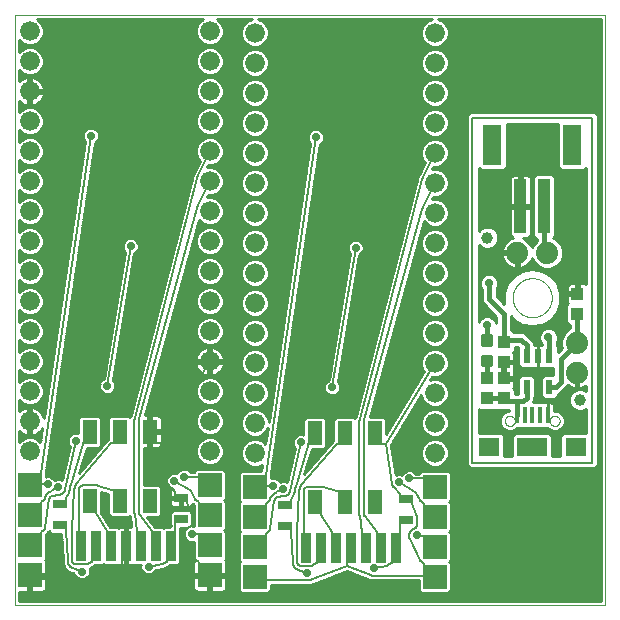
<source format=gtl>
G75*
%MOIN*%
%OFA0B0*%
%FSLAX25Y25*%
%IPPOS*%
%LPD*%
%AMOC8*
5,1,8,0,0,1.08239X$1,22.5*
%
%ADD10C,0.00004*%
%ADD11C,0.00800*%
%ADD12C,0.06600*%
%ADD13R,0.05000X0.08000*%
%ADD14R,0.03543X0.09843*%
%ADD15R,0.08000X0.08000*%
%ADD16R,0.04724X0.03150*%
%ADD17C,0.01181*%
%ADD18R,0.03937X0.04331*%
%ADD19R,0.02165X0.04724*%
%ADD20C,0.00000*%
%ADD21C,0.07400*%
%ADD22R,0.07087X0.05906*%
%ADD23R,0.09843X0.05906*%
%ADD24R,0.01575X0.05512*%
%ADD25C,0.03937*%
%ADD26R,0.03937X0.18110*%
%ADD27R,0.06299X0.13386*%
%ADD28C,0.01000*%
%ADD29C,0.02756*%
%ADD30C,0.02787*%
%ADD31C,0.01600*%
%ADD32C,0.01200*%
D10*
X0001500Y0052494D02*
X0001500Y0249344D01*
X0198350Y0249344D01*
X0198350Y0052494D01*
X0001500Y0052494D01*
D11*
X0006500Y0062494D02*
X0010100Y0061239D01*
X0023991Y0061239D01*
X0024890Y0061408D02*
X0037218Y0066201D01*
X0037218Y0067701D01*
X0038583Y0072222D01*
X0043583Y0072222D02*
X0042211Y0076744D01*
X0042211Y0077144D01*
X0042207Y0077198D02*
X0041420Y0082952D01*
X0041396Y0083305D02*
X0041396Y0114305D01*
X0041480Y0114959D02*
X0062239Y0194911D01*
X0062548Y0195743D02*
X0066500Y0203805D01*
X0066500Y0193805D02*
X0062548Y0185743D01*
X0062255Y0184970D02*
X0042937Y0114597D01*
X0042898Y0114305D02*
X0042898Y0083305D01*
X0043124Y0082637D02*
X0047129Y0077386D01*
X0047211Y0077144D02*
X0047211Y0076744D01*
X0048583Y0072222D01*
X0053583Y0072222D02*
X0052211Y0067701D01*
X0052211Y0067301D01*
X0052209Y0067262D01*
X0052203Y0067224D01*
X0052194Y0067186D01*
X0052181Y0067150D01*
X0052165Y0067114D01*
X0052145Y0067081D01*
X0052122Y0067050D01*
X0052096Y0067021D01*
X0052068Y0066994D01*
X0052037Y0066971D01*
X0052004Y0066951D01*
X0050885Y0066335D01*
X0050563Y0066219D02*
X0046083Y0065353D01*
X0045168Y0063048D02*
X0045256Y0063015D01*
X0045345Y0062985D01*
X0045435Y0062959D01*
X0045526Y0062936D01*
X0045617Y0062917D01*
X0045710Y0062901D01*
X0045802Y0062889D01*
X0045896Y0062880D01*
X0045989Y0062875D01*
X0046083Y0062873D01*
X0062900Y0062873D01*
X0066500Y0062494D01*
X0062900Y0066094D01*
X0062900Y0066494D01*
X0062764Y0066794D02*
X0061772Y0067667D01*
X0061500Y0068032D02*
X0058176Y0075226D01*
X0060427Y0076267D02*
X0062467Y0076096D01*
X0062500Y0076094D01*
X0062900Y0076094D01*
X0066500Y0072494D01*
X0061500Y0068032D02*
X0061529Y0067973D01*
X0061562Y0067916D01*
X0061598Y0067861D01*
X0061637Y0067809D01*
X0061679Y0067759D01*
X0061725Y0067711D01*
X0061773Y0067666D01*
X0062764Y0066794D02*
X0062791Y0066768D01*
X0062816Y0066739D01*
X0062838Y0066709D01*
X0062856Y0066676D01*
X0062872Y0066641D01*
X0062884Y0066606D01*
X0062893Y0066569D01*
X0062898Y0066532D01*
X0062900Y0066494D01*
X0058176Y0075227D02*
X0058137Y0075316D01*
X0058101Y0075406D01*
X0058069Y0075498D01*
X0058041Y0075591D01*
X0058016Y0075685D01*
X0057995Y0075780D01*
X0057978Y0075876D01*
X0057965Y0075972D01*
X0057955Y0076069D01*
X0057949Y0076166D01*
X0057947Y0076264D01*
X0057949Y0076361D01*
X0057954Y0076458D01*
X0057964Y0076555D01*
X0057977Y0076651D01*
X0057994Y0076747D01*
X0058015Y0076842D01*
X0058039Y0076936D01*
X0058067Y0077029D01*
X0058099Y0077121D01*
X0058134Y0077212D01*
X0058173Y0077301D01*
X0058215Y0077389D01*
X0058261Y0077474D01*
X0058310Y0077558D01*
X0058362Y0077640D01*
X0058417Y0077720D01*
X0058476Y0077798D01*
X0058538Y0077873D01*
X0058602Y0077946D01*
X0058669Y0078016D01*
X0058739Y0078084D01*
X0058812Y0078149D01*
X0058887Y0078211D01*
X0058964Y0078270D01*
X0059044Y0078325D01*
X0059126Y0078378D01*
X0059209Y0078428D01*
X0059295Y0078474D01*
X0059382Y0078516D01*
X0059471Y0078556D01*
X0059562Y0078591D01*
X0059654Y0078623D01*
X0059706Y0078640D01*
X0059768Y0078662D01*
X0059828Y0078688D01*
X0059887Y0078718D01*
X0059944Y0078751D01*
X0059999Y0078787D01*
X0060051Y0078827D01*
X0060101Y0078870D01*
X0060149Y0078915D01*
X0060193Y0078963D01*
X0060235Y0079014D01*
X0060273Y0079068D01*
X0060309Y0079123D01*
X0060341Y0079181D01*
X0060369Y0079240D01*
X0060394Y0079301D01*
X0060415Y0079363D01*
X0060433Y0079426D01*
X0060446Y0079491D01*
X0060456Y0079556D01*
X0060462Y0079621D01*
X0060464Y0079687D01*
X0060464Y0082837D01*
X0060381Y0083257D02*
X0058993Y0086621D01*
X0058962Y0086774D02*
X0058962Y0087174D01*
X0057000Y0088348D01*
X0055038Y0089523D01*
X0055038Y0089923D01*
X0054924Y0090203D02*
X0052940Y0092236D01*
X0052269Y0093559D02*
X0050081Y0106673D01*
X0066500Y0133805D01*
X0046500Y0110305D02*
X0048600Y0106705D01*
X0049000Y0106705D01*
X0050081Y0106673D01*
X0042898Y0114305D02*
X0042900Y0114364D01*
X0042904Y0114423D01*
X0042912Y0114482D01*
X0042923Y0114540D01*
X0042937Y0114597D01*
X0041479Y0114959D02*
X0041457Y0114867D01*
X0041439Y0114775D01*
X0041423Y0114681D01*
X0041411Y0114588D01*
X0041403Y0114493D01*
X0041398Y0114399D01*
X0041396Y0114305D01*
X0036500Y0110305D02*
X0034400Y0106705D01*
X0034000Y0106705D01*
X0033697Y0106566D02*
X0022026Y0093004D01*
X0021399Y0091431D02*
X0020710Y0077197D01*
X0020709Y0077144D02*
X0020709Y0067301D01*
X0020711Y0067237D01*
X0020716Y0067173D01*
X0020726Y0067110D01*
X0020739Y0067047D01*
X0020755Y0066985D01*
X0020775Y0066924D01*
X0020799Y0066865D01*
X0020826Y0066806D01*
X0020857Y0066750D01*
X0020890Y0066695D01*
X0020927Y0066643D01*
X0020967Y0066593D01*
X0021009Y0066545D01*
X0021055Y0066499D01*
X0021103Y0066457D01*
X0021153Y0066417D01*
X0021205Y0066380D01*
X0021260Y0066347D01*
X0021316Y0066316D01*
X0021375Y0066289D01*
X0021434Y0066265D01*
X0021495Y0066245D01*
X0021557Y0066229D01*
X0021620Y0066216D01*
X0021683Y0066206D01*
X0021747Y0066201D01*
X0021811Y0066199D01*
X0025354Y0066199D01*
X0025885Y0066335D02*
X0027004Y0066951D01*
X0027037Y0066971D01*
X0027068Y0066994D01*
X0027096Y0067021D01*
X0027122Y0067050D01*
X0027145Y0067081D01*
X0027165Y0067114D01*
X0027181Y0067150D01*
X0027194Y0067186D01*
X0027203Y0067224D01*
X0027209Y0067262D01*
X0027211Y0067301D01*
X0027211Y0067701D01*
X0028583Y0072222D01*
X0033583Y0072222D02*
X0032211Y0076744D01*
X0032211Y0077144D01*
X0032153Y0077352D02*
X0028658Y0083097D01*
X0028600Y0083305D02*
X0028600Y0083705D01*
X0026500Y0087305D01*
X0019933Y0091868D02*
X0019950Y0091981D01*
X0019971Y0092094D01*
X0019994Y0092207D01*
X0020021Y0092318D01*
X0020051Y0092429D01*
X0020084Y0092539D01*
X0024381Y0106185D01*
X0024400Y0106305D02*
X0024400Y0106705D01*
X0026500Y0110305D01*
X0024400Y0106305D02*
X0024399Y0106274D01*
X0024395Y0106244D01*
X0024390Y0106214D01*
X0024381Y0106185D01*
X0021920Y0107244D02*
X0018535Y0092565D01*
X0018445Y0092074D02*
X0018356Y0091428D01*
X0019844Y0091222D02*
X0019933Y0091868D01*
X0019450Y0089967D02*
X0018506Y0088104D01*
X0018462Y0087923D02*
X0018462Y0087523D01*
X0016500Y0086348D01*
X0013991Y0089008D02*
X0013928Y0088998D01*
X0013866Y0088984D01*
X0013804Y0088966D01*
X0013744Y0088945D01*
X0013685Y0088920D01*
X0013627Y0088892D01*
X0013571Y0088860D01*
X0013518Y0088825D01*
X0013466Y0088787D01*
X0013416Y0088747D01*
X0013369Y0088703D01*
X0013325Y0088657D01*
X0013284Y0088608D01*
X0013245Y0088557D01*
X0013210Y0088503D01*
X0013177Y0088448D01*
X0013148Y0088391D01*
X0013122Y0088332D01*
X0013100Y0088272D01*
X0013082Y0088211D01*
X0013067Y0088149D01*
X0013055Y0088086D01*
X0011590Y0078330D01*
X0011228Y0077667D02*
X0010236Y0076794D01*
X0010100Y0076494D02*
X0010100Y0076094D01*
X0006500Y0072494D01*
X0010100Y0076494D02*
X0010102Y0076532D01*
X0010107Y0076569D01*
X0010116Y0076606D01*
X0010128Y0076641D01*
X0010144Y0076676D01*
X0010162Y0076709D01*
X0010184Y0076739D01*
X0010209Y0076768D01*
X0010236Y0076794D01*
X0011228Y0077666D02*
X0011275Y0077710D01*
X0011319Y0077757D01*
X0011361Y0077806D01*
X0011399Y0077857D01*
X0011435Y0077911D01*
X0011467Y0077966D01*
X0011497Y0078023D01*
X0011522Y0078082D01*
X0011545Y0078143D01*
X0011563Y0078204D01*
X0011578Y0078267D01*
X0011590Y0078330D01*
X0006500Y0082494D02*
X0010100Y0086094D01*
X0010100Y0086494D01*
X0010234Y0086793D02*
X0011227Y0087676D01*
X0011581Y0088320D02*
X0011583Y0088335D01*
X0011581Y0088320D02*
X0011569Y0088258D01*
X0011554Y0088198D01*
X0011536Y0088138D01*
X0011514Y0088080D01*
X0011488Y0088023D01*
X0011460Y0087967D01*
X0011428Y0087913D01*
X0011394Y0087861D01*
X0011356Y0087811D01*
X0011316Y0087763D01*
X0011273Y0087718D01*
X0011227Y0087675D01*
X0010234Y0086793D02*
X0010207Y0086767D01*
X0010183Y0086738D01*
X0010162Y0086707D01*
X0010143Y0086675D01*
X0010128Y0086641D01*
X0010116Y0086605D01*
X0010107Y0086569D01*
X0010102Y0086532D01*
X0010100Y0086494D01*
X0011584Y0088335D02*
X0011601Y0088431D01*
X0011623Y0088528D01*
X0011647Y0088623D01*
X0011676Y0088717D01*
X0011708Y0088810D01*
X0011743Y0088902D01*
X0011782Y0088992D01*
X0011824Y0089081D01*
X0011870Y0089168D01*
X0011919Y0089253D01*
X0011971Y0089336D01*
X0012027Y0089418D01*
X0012085Y0089497D01*
X0012146Y0089574D01*
X0012210Y0089648D01*
X0012277Y0089720D01*
X0012347Y0089790D01*
X0012419Y0089856D01*
X0012494Y0089920D01*
X0012571Y0089981D01*
X0012650Y0090039D01*
X0012732Y0090095D01*
X0012815Y0090146D01*
X0012901Y0090195D01*
X0012988Y0090240D01*
X0013077Y0090282D01*
X0013077Y0090283D02*
X0013561Y0090501D01*
X0013732Y0090585D02*
X0015899Y0091768D01*
X0019843Y0091222D02*
X0019825Y0091103D01*
X0019803Y0090985D01*
X0019778Y0090868D01*
X0019749Y0090751D01*
X0019717Y0090635D01*
X0019681Y0090521D01*
X0019641Y0090407D01*
X0019598Y0090295D01*
X0019552Y0090184D01*
X0019503Y0090074D01*
X0019450Y0089966D01*
X0018505Y0088104D02*
X0018490Y0088070D01*
X0018478Y0088034D01*
X0018469Y0087998D01*
X0018464Y0087960D01*
X0018462Y0087923D01*
X0016231Y0089311D02*
X0013991Y0089008D01*
X0016231Y0089310D02*
X0016328Y0089325D01*
X0016424Y0089344D01*
X0016519Y0089366D01*
X0016613Y0089393D01*
X0016706Y0089422D01*
X0016797Y0089456D01*
X0016888Y0089493D01*
X0016976Y0089534D01*
X0017063Y0089578D01*
X0017149Y0089625D01*
X0017232Y0089676D01*
X0017313Y0089730D01*
X0017393Y0089787D01*
X0017469Y0089848D01*
X0017544Y0089911D01*
X0017616Y0089977D01*
X0017685Y0090046D01*
X0017751Y0090118D01*
X0017815Y0090192D01*
X0017875Y0090268D01*
X0017933Y0090347D01*
X0017987Y0090428D01*
X0018038Y0090512D01*
X0018086Y0090597D01*
X0018130Y0090684D01*
X0018171Y0090772D01*
X0018209Y0090863D01*
X0018243Y0090954D01*
X0018273Y0091047D01*
X0018299Y0091141D01*
X0018322Y0091236D01*
X0018341Y0091332D01*
X0018357Y0091428D01*
X0022898Y0091305D02*
X0022898Y0077144D01*
X0022898Y0076744D01*
X0023583Y0072222D01*
X0025355Y0066199D02*
X0025416Y0066201D01*
X0025478Y0066206D01*
X0025538Y0066214D01*
X0025599Y0066226D01*
X0025658Y0066242D01*
X0025717Y0066260D01*
X0025775Y0066282D01*
X0025831Y0066307D01*
X0025886Y0066335D01*
X0024891Y0061408D02*
X0024804Y0061376D01*
X0024717Y0061347D01*
X0024628Y0061322D01*
X0024539Y0061300D01*
X0024449Y0061281D01*
X0024358Y0061266D01*
X0024267Y0061254D01*
X0024175Y0061246D01*
X0024084Y0061241D01*
X0023992Y0061239D01*
X0023991Y0063719D02*
X0020908Y0064859D01*
X0020816Y0064895D01*
X0020724Y0064935D01*
X0020635Y0064978D01*
X0020547Y0065024D01*
X0020461Y0065074D01*
X0020377Y0065127D01*
X0020295Y0065184D01*
X0020215Y0065243D01*
X0020138Y0065306D01*
X0020063Y0065371D01*
X0019991Y0065439D01*
X0019921Y0065510D01*
X0019854Y0065583D01*
X0019790Y0065659D01*
X0019728Y0065738D01*
X0019670Y0065818D01*
X0019615Y0065901D01*
X0019563Y0065986D01*
X0019515Y0066073D01*
X0019470Y0066161D01*
X0019428Y0066252D01*
X0019389Y0066343D01*
X0019355Y0066437D01*
X0019323Y0066531D01*
X0019296Y0066627D01*
X0019272Y0066723D01*
X0019252Y0066820D01*
X0019235Y0066918D01*
X0019223Y0067017D01*
X0019214Y0067116D01*
X0018463Y0077659D01*
X0018462Y0077687D01*
X0018462Y0078087D01*
X0016500Y0079262D01*
X0020710Y0077197D02*
X0020709Y0077144D01*
X0028658Y0083097D02*
X0028641Y0083129D01*
X0028626Y0083162D01*
X0028615Y0083197D01*
X0028607Y0083233D01*
X0028602Y0083269D01*
X0028600Y0083305D01*
X0032153Y0077352D02*
X0032170Y0077320D01*
X0032185Y0077287D01*
X0032196Y0077252D01*
X0032204Y0077216D01*
X0032209Y0077180D01*
X0032211Y0077144D01*
X0042207Y0077198D02*
X0042210Y0077171D01*
X0042211Y0077144D01*
X0047129Y0077386D02*
X0047150Y0077356D01*
X0047168Y0077323D01*
X0047184Y0077289D01*
X0047196Y0077254D01*
X0047204Y0077218D01*
X0047209Y0077181D01*
X0047211Y0077144D01*
X0041420Y0082952D02*
X0041410Y0083040D01*
X0041402Y0083128D01*
X0041397Y0083217D01*
X0041396Y0083305D01*
X0042898Y0083305D02*
X0042900Y0083240D01*
X0042906Y0083175D01*
X0042915Y0083110D01*
X0042929Y0083046D01*
X0042946Y0082983D01*
X0042967Y0082921D01*
X0042991Y0082861D01*
X0043020Y0082802D01*
X0043051Y0082745D01*
X0043086Y0082689D01*
X0043124Y0082636D01*
X0036500Y0087305D02*
X0034400Y0090905D01*
X0034000Y0090905D01*
X0033880Y0090924D02*
X0029331Y0092356D01*
X0029000Y0092407D02*
X0024000Y0092407D01*
X0023936Y0092405D01*
X0023872Y0092400D01*
X0023809Y0092390D01*
X0023746Y0092377D01*
X0023684Y0092361D01*
X0023623Y0092341D01*
X0023564Y0092317D01*
X0023505Y0092290D01*
X0023449Y0092259D01*
X0023394Y0092226D01*
X0023342Y0092189D01*
X0023292Y0092149D01*
X0023244Y0092107D01*
X0023198Y0092061D01*
X0023156Y0092013D01*
X0023116Y0091963D01*
X0023079Y0091911D01*
X0023046Y0091856D01*
X0023015Y0091800D01*
X0022988Y0091741D01*
X0022964Y0091682D01*
X0022944Y0091621D01*
X0022928Y0091559D01*
X0022915Y0091496D01*
X0022905Y0091433D01*
X0022900Y0091369D01*
X0022898Y0091305D01*
X0018445Y0092074D02*
X0018464Y0092197D01*
X0018485Y0092320D01*
X0018509Y0092443D01*
X0018536Y0092565D01*
X0021399Y0091431D02*
X0021406Y0091532D01*
X0021417Y0091633D01*
X0021431Y0091733D01*
X0021450Y0091833D01*
X0021473Y0091932D01*
X0021499Y0092030D01*
X0021529Y0092127D01*
X0021563Y0092222D01*
X0021601Y0092317D01*
X0021642Y0092409D01*
X0021687Y0092500D01*
X0021735Y0092589D01*
X0021787Y0092677D01*
X0021842Y0092762D01*
X0021900Y0092845D01*
X0021962Y0092925D01*
X0022026Y0093004D01*
X0029000Y0092407D02*
X0029056Y0092406D01*
X0029111Y0092401D01*
X0029167Y0092394D01*
X0029222Y0092384D01*
X0029277Y0092372D01*
X0029331Y0092356D01*
X0033880Y0090924D02*
X0033909Y0090915D01*
X0033939Y0090910D01*
X0033969Y0090906D01*
X0034000Y0090905D01*
X0033697Y0106566D02*
X0033723Y0106594D01*
X0033752Y0106619D01*
X0033783Y0106641D01*
X0033816Y0106660D01*
X0033851Y0106676D01*
X0033887Y0106689D01*
X0033924Y0106698D01*
X0033962Y0106703D01*
X0034000Y0106705D01*
X0032340Y0125609D02*
X0040087Y0172176D01*
X0062255Y0184971D02*
X0062288Y0185084D01*
X0062324Y0185197D01*
X0062363Y0185309D01*
X0062405Y0185419D01*
X0062449Y0185528D01*
X0062497Y0185637D01*
X0062548Y0185743D01*
X0062239Y0194912D02*
X0062273Y0195034D01*
X0062310Y0195155D01*
X0062351Y0195276D01*
X0062395Y0195395D01*
X0062443Y0195512D01*
X0062493Y0195628D01*
X0062548Y0195743D01*
X0026866Y0208999D02*
X0010104Y0096553D01*
X0010100Y0096494D02*
X0010100Y0096094D01*
X0006500Y0092494D01*
X0010100Y0092763D01*
X0010500Y0092763D01*
X0012544Y0092763D01*
X0013561Y0090501D02*
X0013647Y0090542D01*
X0013732Y0090586D01*
X0010100Y0096494D02*
X0010101Y0096523D01*
X0010104Y0096553D01*
X0037218Y0066201D02*
X0045169Y0063048D01*
X0050563Y0066219D02*
X0050619Y0066231D01*
X0050674Y0066246D01*
X0050729Y0066264D01*
X0050782Y0066285D01*
X0050834Y0066309D01*
X0050885Y0066335D01*
X0053583Y0072222D02*
X0054954Y0076744D01*
X0054954Y0077144D01*
X0054955Y0077157D01*
X0055037Y0079674D01*
X0055038Y0079687D01*
X0055038Y0080087D01*
X0057000Y0081262D01*
X0060464Y0082836D02*
X0060462Y0082898D01*
X0060457Y0082959D01*
X0060448Y0083020D01*
X0060436Y0083081D01*
X0060421Y0083140D01*
X0060402Y0083199D01*
X0060381Y0083257D01*
X0058992Y0086621D02*
X0058979Y0086658D01*
X0058970Y0086696D01*
X0058964Y0086735D01*
X0058962Y0086774D01*
X0061508Y0088015D02*
X0060354Y0090402D01*
X0059925Y0090870D02*
X0054715Y0093968D01*
X0052269Y0093560D02*
X0052286Y0093467D01*
X0052307Y0093375D01*
X0052331Y0093284D01*
X0052359Y0093194D01*
X0052390Y0093105D01*
X0052424Y0093017D01*
X0052462Y0092931D01*
X0052503Y0092846D01*
X0052547Y0092763D01*
X0052595Y0092682D01*
X0052645Y0092602D01*
X0052698Y0092524D01*
X0052755Y0092449D01*
X0052814Y0092376D01*
X0052876Y0092305D01*
X0052940Y0092236D01*
X0054924Y0090202D02*
X0054950Y0090173D01*
X0054973Y0090142D01*
X0054992Y0090109D01*
X0055008Y0090074D01*
X0055021Y0090037D01*
X0055031Y0090000D01*
X0055036Y0089962D01*
X0055038Y0089923D01*
X0059925Y0090870D02*
X0059980Y0090836D01*
X0060032Y0090798D01*
X0060082Y0090757D01*
X0060129Y0090714D01*
X0060174Y0090668D01*
X0060216Y0090619D01*
X0060256Y0090568D01*
X0060292Y0090514D01*
X0060325Y0090459D01*
X0060354Y0090402D01*
X0061508Y0088015D02*
X0061536Y0087959D01*
X0061569Y0087905D01*
X0061604Y0087853D01*
X0061642Y0087803D01*
X0061683Y0087755D01*
X0061726Y0087709D01*
X0061772Y0087667D01*
X0062764Y0086794D01*
X0062900Y0086494D02*
X0062900Y0086094D01*
X0066500Y0082494D01*
X0062900Y0086494D02*
X0062898Y0086532D01*
X0062893Y0086569D01*
X0062884Y0086606D01*
X0062872Y0086641D01*
X0062856Y0086676D01*
X0062838Y0086709D01*
X0062816Y0086739D01*
X0062791Y0086768D01*
X0062764Y0086794D01*
X0066500Y0092494D02*
X0062900Y0095241D01*
X0062500Y0095241D01*
X0058000Y0095241D01*
X0081500Y0091994D02*
X0085100Y0095594D01*
X0085100Y0095994D01*
X0085104Y0096053D02*
X0101866Y0208499D01*
X0115087Y0171676D02*
X0107340Y0125109D01*
X0116480Y0114459D02*
X0137239Y0194411D01*
X0137548Y0195243D02*
X0141500Y0203305D01*
X0141500Y0193305D02*
X0137548Y0185243D01*
X0137255Y0184470D02*
X0117937Y0114097D01*
X0117898Y0113805D02*
X0117898Y0082805D01*
X0118124Y0082137D02*
X0122129Y0076886D01*
X0122211Y0076644D02*
X0122211Y0076244D01*
X0123583Y0071722D01*
X0125563Y0065719D02*
X0125619Y0065731D01*
X0125674Y0065746D01*
X0125729Y0065764D01*
X0125782Y0065785D01*
X0125834Y0065809D01*
X0125885Y0065835D01*
X0127004Y0066451D01*
X0127037Y0066471D01*
X0127068Y0066494D01*
X0127096Y0066521D01*
X0127122Y0066550D01*
X0127145Y0066581D01*
X0127165Y0066614D01*
X0127181Y0066650D01*
X0127194Y0066686D01*
X0127203Y0066724D01*
X0127209Y0066762D01*
X0127211Y0066801D01*
X0127211Y0067201D01*
X0128583Y0071722D01*
X0129954Y0076244D01*
X0129954Y0076644D01*
X0129955Y0076657D01*
X0130037Y0079174D01*
X0130038Y0079187D01*
X0130038Y0079587D01*
X0132000Y0080762D01*
X0135464Y0082336D02*
X0135462Y0082398D01*
X0135457Y0082459D01*
X0135448Y0082520D01*
X0135436Y0082581D01*
X0135421Y0082640D01*
X0135402Y0082699D01*
X0135381Y0082757D01*
X0133993Y0086121D01*
X0133962Y0086274D02*
X0133962Y0086674D01*
X0132000Y0087848D01*
X0130038Y0089023D01*
X0130038Y0089423D01*
X0129924Y0089703D02*
X0127940Y0091736D01*
X0127269Y0093059D02*
X0125081Y0106173D01*
X0141500Y0133305D01*
X0121500Y0109805D02*
X0123600Y0106205D01*
X0124000Y0106205D01*
X0125081Y0106173D01*
X0117898Y0113805D02*
X0117900Y0113864D01*
X0117904Y0113923D01*
X0117912Y0113982D01*
X0117923Y0114040D01*
X0117937Y0114097D01*
X0116479Y0114459D02*
X0116457Y0114367D01*
X0116439Y0114275D01*
X0116423Y0114181D01*
X0116411Y0114088D01*
X0116403Y0113993D01*
X0116398Y0113899D01*
X0116396Y0113805D01*
X0116396Y0082805D01*
X0116420Y0082452D02*
X0117207Y0076698D01*
X0117211Y0076644D02*
X0117211Y0076244D01*
X0118583Y0071722D01*
X0117211Y0076644D02*
X0117210Y0076671D01*
X0117207Y0076698D01*
X0122129Y0076886D02*
X0122150Y0076856D01*
X0122168Y0076823D01*
X0122184Y0076789D01*
X0122196Y0076754D01*
X0122204Y0076718D01*
X0122209Y0076681D01*
X0122211Y0076644D01*
X0116420Y0082452D02*
X0116410Y0082540D01*
X0116402Y0082628D01*
X0116397Y0082717D01*
X0116396Y0082805D01*
X0117898Y0082805D02*
X0117900Y0082740D01*
X0117906Y0082675D01*
X0117915Y0082610D01*
X0117929Y0082546D01*
X0117946Y0082483D01*
X0117967Y0082421D01*
X0117991Y0082361D01*
X0118020Y0082302D01*
X0118051Y0082245D01*
X0118086Y0082189D01*
X0118124Y0082136D01*
X0111500Y0086805D02*
X0109400Y0090405D01*
X0109000Y0090405D01*
X0108880Y0090424D02*
X0104331Y0091856D01*
X0104000Y0091907D02*
X0099000Y0091907D01*
X0098936Y0091905D01*
X0098872Y0091900D01*
X0098809Y0091890D01*
X0098746Y0091877D01*
X0098684Y0091861D01*
X0098623Y0091841D01*
X0098564Y0091817D01*
X0098505Y0091790D01*
X0098449Y0091759D01*
X0098394Y0091726D01*
X0098342Y0091689D01*
X0098292Y0091649D01*
X0098244Y0091607D01*
X0098198Y0091561D01*
X0098156Y0091513D01*
X0098116Y0091463D01*
X0098079Y0091411D01*
X0098046Y0091356D01*
X0098015Y0091300D01*
X0097988Y0091241D01*
X0097964Y0091182D01*
X0097944Y0091121D01*
X0097928Y0091059D01*
X0097915Y0090996D01*
X0097905Y0090933D01*
X0097900Y0090869D01*
X0097898Y0090805D01*
X0097898Y0076244D01*
X0098583Y0071722D01*
X0100355Y0065699D02*
X0100416Y0065701D01*
X0100478Y0065706D01*
X0100538Y0065714D01*
X0100599Y0065726D01*
X0100658Y0065742D01*
X0100717Y0065760D01*
X0100775Y0065782D01*
X0100831Y0065807D01*
X0100886Y0065835D01*
X0100885Y0065835D02*
X0102004Y0066451D01*
X0102037Y0066471D01*
X0102068Y0066494D01*
X0102096Y0066521D01*
X0102122Y0066550D01*
X0102145Y0066581D01*
X0102165Y0066614D01*
X0102181Y0066650D01*
X0102194Y0066686D01*
X0102203Y0066724D01*
X0102209Y0066762D01*
X0102211Y0066801D01*
X0102211Y0067201D01*
X0103583Y0071722D01*
X0108583Y0071722D02*
X0107211Y0076244D01*
X0107211Y0076644D01*
X0107153Y0076852D02*
X0103658Y0082597D01*
X0103600Y0082805D02*
X0103600Y0083205D01*
X0101500Y0086805D01*
X0094933Y0091368D02*
X0094950Y0091481D01*
X0094971Y0091594D01*
X0094994Y0091707D01*
X0095021Y0091818D01*
X0095051Y0091929D01*
X0095084Y0092039D01*
X0099381Y0105685D01*
X0099400Y0105805D02*
X0099400Y0106205D01*
X0101500Y0109805D01*
X0099400Y0105805D02*
X0099399Y0105774D01*
X0099395Y0105744D01*
X0099390Y0105714D01*
X0099381Y0105685D01*
X0096920Y0106744D02*
X0093535Y0092065D01*
X0093445Y0091574D02*
X0093356Y0090928D01*
X0094844Y0090722D02*
X0094933Y0091368D01*
X0096399Y0090931D02*
X0095710Y0076697D01*
X0095709Y0076644D02*
X0095709Y0066801D01*
X0095711Y0066737D01*
X0095716Y0066673D01*
X0095726Y0066610D01*
X0095739Y0066547D01*
X0095755Y0066485D01*
X0095775Y0066424D01*
X0095799Y0066365D01*
X0095826Y0066306D01*
X0095857Y0066250D01*
X0095890Y0066195D01*
X0095927Y0066143D01*
X0095967Y0066093D01*
X0096009Y0066045D01*
X0096055Y0065999D01*
X0096103Y0065957D01*
X0096153Y0065917D01*
X0096205Y0065880D01*
X0096260Y0065847D01*
X0096316Y0065816D01*
X0096375Y0065789D01*
X0096434Y0065765D01*
X0096495Y0065745D01*
X0096557Y0065729D01*
X0096620Y0065716D01*
X0096683Y0065706D01*
X0096747Y0065701D01*
X0096811Y0065699D01*
X0100354Y0065699D01*
X0099891Y0060908D02*
X0099804Y0060876D01*
X0099717Y0060847D01*
X0099628Y0060822D01*
X0099539Y0060800D01*
X0099449Y0060781D01*
X0099358Y0060766D01*
X0099267Y0060754D01*
X0099175Y0060746D01*
X0099084Y0060741D01*
X0098992Y0060739D01*
X0098991Y0060739D02*
X0085100Y0060739D01*
X0081500Y0061994D01*
X0081500Y0071994D02*
X0085100Y0075594D01*
X0085100Y0075994D01*
X0085236Y0076294D02*
X0086228Y0077167D01*
X0086590Y0077830D02*
X0088055Y0087586D01*
X0088067Y0087649D01*
X0088082Y0087711D01*
X0088100Y0087772D01*
X0088122Y0087832D01*
X0088148Y0087891D01*
X0088177Y0087948D01*
X0088210Y0088003D01*
X0088245Y0088057D01*
X0088284Y0088108D01*
X0088325Y0088157D01*
X0088369Y0088203D01*
X0088416Y0088247D01*
X0088466Y0088287D01*
X0088518Y0088325D01*
X0088571Y0088360D01*
X0088627Y0088392D01*
X0088685Y0088420D01*
X0088744Y0088445D01*
X0088804Y0088466D01*
X0088866Y0088484D01*
X0088928Y0088498D01*
X0088991Y0088508D01*
X0091231Y0088811D01*
X0091231Y0088810D02*
X0091328Y0088825D01*
X0091424Y0088844D01*
X0091519Y0088866D01*
X0091613Y0088893D01*
X0091706Y0088922D01*
X0091797Y0088956D01*
X0091888Y0088993D01*
X0091976Y0089034D01*
X0092063Y0089078D01*
X0092149Y0089125D01*
X0092232Y0089176D01*
X0092313Y0089230D01*
X0092393Y0089287D01*
X0092469Y0089348D01*
X0092544Y0089411D01*
X0092616Y0089477D01*
X0092685Y0089546D01*
X0092751Y0089618D01*
X0092815Y0089692D01*
X0092875Y0089768D01*
X0092933Y0089847D01*
X0092987Y0089928D01*
X0093038Y0090012D01*
X0093086Y0090097D01*
X0093130Y0090184D01*
X0093171Y0090272D01*
X0093209Y0090363D01*
X0093243Y0090454D01*
X0093273Y0090547D01*
X0093299Y0090641D01*
X0093322Y0090736D01*
X0093341Y0090832D01*
X0093357Y0090928D01*
X0094450Y0089467D02*
X0093506Y0087604D01*
X0093462Y0087423D02*
X0093462Y0087023D01*
X0091500Y0085848D01*
X0088077Y0089782D02*
X0087988Y0089740D01*
X0087901Y0089695D01*
X0087815Y0089646D01*
X0087732Y0089595D01*
X0087650Y0089539D01*
X0087571Y0089481D01*
X0087494Y0089420D01*
X0087419Y0089356D01*
X0087347Y0089290D01*
X0087277Y0089220D01*
X0087210Y0089148D01*
X0087146Y0089074D01*
X0087085Y0088997D01*
X0087027Y0088918D01*
X0086971Y0088836D01*
X0086919Y0088753D01*
X0086870Y0088668D01*
X0086824Y0088581D01*
X0086782Y0088492D01*
X0086743Y0088402D01*
X0086708Y0088310D01*
X0086676Y0088217D01*
X0086647Y0088123D01*
X0086623Y0088028D01*
X0086601Y0087931D01*
X0086584Y0087835D01*
X0086583Y0087835D02*
X0086581Y0087820D01*
X0086227Y0087176D02*
X0085234Y0086293D01*
X0085100Y0085994D02*
X0085100Y0085594D01*
X0081500Y0081994D01*
X0085100Y0085994D02*
X0085102Y0086032D01*
X0085107Y0086069D01*
X0085116Y0086105D01*
X0085128Y0086141D01*
X0085143Y0086175D01*
X0085162Y0086207D01*
X0085183Y0086238D01*
X0085207Y0086267D01*
X0085234Y0086293D01*
X0086227Y0087175D02*
X0086273Y0087218D01*
X0086316Y0087263D01*
X0086356Y0087311D01*
X0086394Y0087361D01*
X0086428Y0087413D01*
X0086460Y0087467D01*
X0086488Y0087523D01*
X0086514Y0087580D01*
X0086536Y0087638D01*
X0086554Y0087698D01*
X0086569Y0087758D01*
X0086581Y0087820D01*
X0088077Y0089783D02*
X0088561Y0090001D01*
X0088732Y0090085D02*
X0090899Y0091268D01*
X0094843Y0090722D02*
X0094825Y0090603D01*
X0094803Y0090485D01*
X0094778Y0090368D01*
X0094749Y0090251D01*
X0094717Y0090135D01*
X0094681Y0090021D01*
X0094641Y0089907D01*
X0094598Y0089795D01*
X0094552Y0089684D01*
X0094503Y0089574D01*
X0094450Y0089466D01*
X0093505Y0087604D02*
X0093490Y0087570D01*
X0093478Y0087534D01*
X0093469Y0087498D01*
X0093464Y0087460D01*
X0093462Y0087423D01*
X0097026Y0092504D02*
X0108697Y0106066D01*
X0109000Y0106205D02*
X0109400Y0106205D01*
X0111500Y0109805D01*
X0109000Y0106205D02*
X0108962Y0106203D01*
X0108924Y0106198D01*
X0108887Y0106189D01*
X0108851Y0106176D01*
X0108816Y0106160D01*
X0108783Y0106141D01*
X0108752Y0106119D01*
X0108723Y0106094D01*
X0108697Y0106066D01*
X0108880Y0090424D02*
X0108909Y0090415D01*
X0108939Y0090410D01*
X0108969Y0090406D01*
X0109000Y0090405D01*
X0104331Y0091856D02*
X0104277Y0091872D01*
X0104222Y0091884D01*
X0104167Y0091894D01*
X0104111Y0091901D01*
X0104056Y0091906D01*
X0104000Y0091907D01*
X0097026Y0092504D02*
X0096962Y0092425D01*
X0096900Y0092345D01*
X0096842Y0092262D01*
X0096787Y0092177D01*
X0096735Y0092089D01*
X0096687Y0092000D01*
X0096642Y0091909D01*
X0096601Y0091817D01*
X0096563Y0091722D01*
X0096529Y0091627D01*
X0096499Y0091530D01*
X0096473Y0091432D01*
X0096450Y0091333D01*
X0096431Y0091233D01*
X0096417Y0091133D01*
X0096406Y0091032D01*
X0096399Y0090931D01*
X0093445Y0091574D02*
X0093464Y0091697D01*
X0093485Y0091820D01*
X0093509Y0091943D01*
X0093536Y0092065D01*
X0088732Y0090086D02*
X0088647Y0090042D01*
X0088561Y0090001D01*
X0087544Y0092263D02*
X0085100Y0092263D01*
X0081500Y0091994D01*
X0085100Y0095994D02*
X0085101Y0096023D01*
X0085104Y0096053D01*
X0086590Y0077830D02*
X0086578Y0077767D01*
X0086563Y0077704D01*
X0086545Y0077643D01*
X0086522Y0077582D01*
X0086497Y0077523D01*
X0086467Y0077466D01*
X0086435Y0077411D01*
X0086399Y0077357D01*
X0086361Y0077306D01*
X0086319Y0077257D01*
X0086275Y0077210D01*
X0086228Y0077166D01*
X0085236Y0076294D02*
X0085209Y0076268D01*
X0085184Y0076239D01*
X0085162Y0076209D01*
X0085144Y0076176D01*
X0085128Y0076141D01*
X0085116Y0076106D01*
X0085107Y0076069D01*
X0085102Y0076032D01*
X0085100Y0075994D01*
X0091500Y0078762D02*
X0093462Y0077587D01*
X0093462Y0077187D01*
X0093463Y0077159D01*
X0094214Y0066616D01*
X0094223Y0066517D01*
X0094235Y0066418D01*
X0094252Y0066320D01*
X0094272Y0066223D01*
X0094296Y0066127D01*
X0094323Y0066031D01*
X0094355Y0065937D01*
X0094389Y0065843D01*
X0094428Y0065752D01*
X0094470Y0065661D01*
X0094515Y0065573D01*
X0094563Y0065486D01*
X0094615Y0065401D01*
X0094670Y0065318D01*
X0094728Y0065238D01*
X0094790Y0065159D01*
X0094854Y0065083D01*
X0094921Y0065010D01*
X0094991Y0064939D01*
X0095063Y0064871D01*
X0095138Y0064806D01*
X0095215Y0064743D01*
X0095295Y0064684D01*
X0095377Y0064627D01*
X0095461Y0064574D01*
X0095547Y0064524D01*
X0095635Y0064478D01*
X0095724Y0064435D01*
X0095816Y0064395D01*
X0095908Y0064359D01*
X0098991Y0063219D01*
X0099890Y0060908D02*
X0112218Y0065701D01*
X0112218Y0067201D01*
X0113583Y0071722D01*
X0112218Y0065701D02*
X0120169Y0062548D01*
X0121083Y0062373D02*
X0137900Y0062373D01*
X0141500Y0061994D01*
X0137900Y0065594D01*
X0137900Y0065994D01*
X0137764Y0066294D02*
X0136772Y0067167D01*
X0136500Y0067532D02*
X0133176Y0074726D01*
X0135427Y0075767D02*
X0137467Y0075596D01*
X0137500Y0075594D01*
X0137900Y0075594D01*
X0141500Y0071994D01*
X0136500Y0067532D02*
X0136529Y0067473D01*
X0136562Y0067416D01*
X0136598Y0067361D01*
X0136637Y0067309D01*
X0136679Y0067259D01*
X0136725Y0067211D01*
X0136773Y0067166D01*
X0137764Y0066294D02*
X0137791Y0066268D01*
X0137816Y0066239D01*
X0137838Y0066209D01*
X0137856Y0066176D01*
X0137872Y0066141D01*
X0137884Y0066106D01*
X0137893Y0066069D01*
X0137898Y0066032D01*
X0137900Y0065994D01*
X0133176Y0074727D02*
X0133137Y0074816D01*
X0133101Y0074906D01*
X0133069Y0074998D01*
X0133041Y0075091D01*
X0133016Y0075185D01*
X0132995Y0075280D01*
X0132978Y0075376D01*
X0132965Y0075472D01*
X0132955Y0075569D01*
X0132949Y0075666D01*
X0132947Y0075764D01*
X0132949Y0075861D01*
X0132954Y0075958D01*
X0132964Y0076055D01*
X0132977Y0076151D01*
X0132994Y0076247D01*
X0133015Y0076342D01*
X0133039Y0076436D01*
X0133067Y0076529D01*
X0133099Y0076621D01*
X0133134Y0076712D01*
X0133173Y0076801D01*
X0133215Y0076889D01*
X0133261Y0076974D01*
X0133310Y0077058D01*
X0133362Y0077140D01*
X0133417Y0077220D01*
X0133476Y0077298D01*
X0133538Y0077373D01*
X0133602Y0077446D01*
X0133669Y0077516D01*
X0133739Y0077584D01*
X0133812Y0077649D01*
X0133887Y0077711D01*
X0133964Y0077770D01*
X0134044Y0077825D01*
X0134126Y0077878D01*
X0134209Y0077928D01*
X0134295Y0077974D01*
X0134382Y0078016D01*
X0134471Y0078056D01*
X0134562Y0078091D01*
X0134654Y0078123D01*
X0134706Y0078140D01*
X0134768Y0078162D01*
X0134828Y0078188D01*
X0134887Y0078218D01*
X0134944Y0078251D01*
X0134999Y0078287D01*
X0135051Y0078327D01*
X0135101Y0078370D01*
X0135149Y0078415D01*
X0135193Y0078463D01*
X0135235Y0078514D01*
X0135273Y0078568D01*
X0135309Y0078623D01*
X0135341Y0078681D01*
X0135369Y0078740D01*
X0135394Y0078801D01*
X0135415Y0078863D01*
X0135433Y0078926D01*
X0135446Y0078991D01*
X0135456Y0079056D01*
X0135462Y0079121D01*
X0135464Y0079187D01*
X0135464Y0082337D01*
X0133992Y0086121D02*
X0133979Y0086158D01*
X0133970Y0086196D01*
X0133964Y0086235D01*
X0133962Y0086274D01*
X0136508Y0087515D02*
X0135354Y0089902D01*
X0134925Y0090370D02*
X0129715Y0093468D01*
X0127269Y0093060D02*
X0127286Y0092967D01*
X0127307Y0092875D01*
X0127331Y0092784D01*
X0127359Y0092694D01*
X0127390Y0092605D01*
X0127424Y0092517D01*
X0127462Y0092431D01*
X0127503Y0092346D01*
X0127547Y0092263D01*
X0127595Y0092182D01*
X0127645Y0092102D01*
X0127698Y0092024D01*
X0127755Y0091949D01*
X0127814Y0091876D01*
X0127876Y0091805D01*
X0127940Y0091736D01*
X0129924Y0089702D02*
X0129950Y0089673D01*
X0129973Y0089642D01*
X0129992Y0089609D01*
X0130008Y0089574D01*
X0130021Y0089537D01*
X0130031Y0089500D01*
X0130036Y0089462D01*
X0130038Y0089423D01*
X0134925Y0090370D02*
X0134980Y0090336D01*
X0135032Y0090298D01*
X0135082Y0090257D01*
X0135129Y0090214D01*
X0135174Y0090168D01*
X0135216Y0090119D01*
X0135256Y0090068D01*
X0135292Y0090014D01*
X0135325Y0089959D01*
X0135354Y0089902D01*
X0136508Y0087515D02*
X0136536Y0087459D01*
X0136569Y0087405D01*
X0136604Y0087353D01*
X0136642Y0087303D01*
X0136683Y0087255D01*
X0136726Y0087209D01*
X0136772Y0087167D01*
X0137764Y0086294D01*
X0137900Y0085994D02*
X0137900Y0085594D01*
X0141500Y0081994D01*
X0137900Y0085994D02*
X0137898Y0086032D01*
X0137893Y0086069D01*
X0137884Y0086106D01*
X0137872Y0086141D01*
X0137856Y0086176D01*
X0137838Y0086209D01*
X0137816Y0086239D01*
X0137791Y0086268D01*
X0137764Y0086294D01*
X0141500Y0091994D02*
X0137900Y0094741D01*
X0133000Y0094741D01*
X0154000Y0099994D02*
X0194000Y0099994D01*
X0194000Y0214994D01*
X0154000Y0214994D01*
X0154000Y0099994D01*
X0125563Y0065719D02*
X0121083Y0064853D01*
X0120168Y0062548D02*
X0120256Y0062515D01*
X0120345Y0062485D01*
X0120435Y0062459D01*
X0120526Y0062436D01*
X0120617Y0062417D01*
X0120710Y0062401D01*
X0120802Y0062389D01*
X0120896Y0062380D01*
X0120989Y0062375D01*
X0121083Y0062373D01*
X0107211Y0076644D02*
X0107209Y0076680D01*
X0107204Y0076716D01*
X0107196Y0076752D01*
X0107185Y0076787D01*
X0107170Y0076820D01*
X0107153Y0076852D01*
X0103658Y0082597D02*
X0103641Y0082629D01*
X0103626Y0082662D01*
X0103615Y0082697D01*
X0103607Y0082733D01*
X0103602Y0082769D01*
X0103600Y0082805D01*
X0095710Y0076697D02*
X0095709Y0076644D01*
X0137255Y0184471D02*
X0137288Y0184584D01*
X0137324Y0184697D01*
X0137363Y0184809D01*
X0137405Y0184919D01*
X0137449Y0185028D01*
X0137497Y0185137D01*
X0137548Y0185243D01*
X0137239Y0194412D02*
X0137273Y0194534D01*
X0137310Y0194655D01*
X0137351Y0194776D01*
X0137395Y0194895D01*
X0137443Y0195012D01*
X0137493Y0195128D01*
X0137548Y0195243D01*
D12*
X0141500Y0193305D03*
X0141500Y0183305D03*
X0141500Y0173305D03*
X0141500Y0163305D03*
X0141500Y0153305D03*
X0141500Y0143305D03*
X0141500Y0133305D03*
X0141500Y0123305D03*
X0141500Y0113305D03*
X0141500Y0103305D03*
X0081500Y0103305D03*
X0081500Y0113305D03*
X0081500Y0123305D03*
X0081500Y0133305D03*
X0081500Y0143305D03*
X0081500Y0153305D03*
X0081500Y0163305D03*
X0081500Y0173305D03*
X0081500Y0183305D03*
X0081500Y0193305D03*
X0081500Y0203305D03*
X0081500Y0213305D03*
X0081500Y0223305D03*
X0081500Y0233305D03*
X0081500Y0243305D03*
X0066500Y0243805D03*
X0066500Y0233805D03*
X0066500Y0223805D03*
X0066500Y0213805D03*
X0066500Y0203805D03*
X0066500Y0193805D03*
X0066500Y0183805D03*
X0066500Y0173805D03*
X0066500Y0163805D03*
X0066500Y0153805D03*
X0066500Y0143805D03*
X0066500Y0133805D03*
X0066500Y0123805D03*
X0066500Y0113805D03*
X0066500Y0103805D03*
X0006500Y0103805D03*
X0006500Y0113805D03*
X0006500Y0123805D03*
X0006500Y0133805D03*
X0006500Y0143805D03*
X0006500Y0153805D03*
X0006500Y0163805D03*
X0006500Y0173805D03*
X0006500Y0183805D03*
X0006500Y0193805D03*
X0006500Y0203805D03*
X0006500Y0213805D03*
X0006500Y0223805D03*
X0006500Y0233805D03*
X0006500Y0243805D03*
X0141500Y0243305D03*
X0141500Y0233305D03*
X0141500Y0223305D03*
X0141500Y0213305D03*
X0141500Y0203305D03*
D13*
X0121500Y0109805D03*
X0111500Y0109805D03*
X0101500Y0109805D03*
X0101500Y0086805D03*
X0111500Y0086805D03*
X0121500Y0086805D03*
X0046500Y0087305D03*
X0036500Y0087305D03*
X0026500Y0087305D03*
X0026500Y0110305D03*
X0036500Y0110305D03*
X0046500Y0110305D03*
D14*
X0048583Y0072222D03*
X0053583Y0072222D03*
X0043583Y0072222D03*
X0038583Y0072222D03*
X0033583Y0072222D03*
X0028583Y0072222D03*
X0023583Y0072222D03*
X0098583Y0071722D03*
X0103583Y0071722D03*
X0108583Y0071722D03*
X0113583Y0071722D03*
X0118583Y0071722D03*
X0123583Y0071722D03*
X0128583Y0071722D03*
D15*
X0141500Y0071994D03*
X0141500Y0081994D03*
X0141500Y0091994D03*
X0141500Y0061994D03*
X0081500Y0061994D03*
X0081500Y0071994D03*
X0081500Y0081994D03*
X0081500Y0091994D03*
X0066500Y0092494D03*
X0066500Y0082494D03*
X0066500Y0072494D03*
X0066500Y0062494D03*
X0006500Y0062494D03*
X0006500Y0072494D03*
X0006500Y0082494D03*
X0006500Y0092494D03*
D16*
X0016500Y0086348D03*
X0016500Y0079262D03*
X0057000Y0081262D03*
X0057000Y0088348D03*
X0091500Y0085848D03*
X0091500Y0078762D03*
X0132000Y0080762D03*
X0132000Y0087848D03*
D17*
X0157622Y0132433D02*
X0160378Y0132433D01*
X0157622Y0132433D02*
X0157622Y0135189D01*
X0160378Y0135189D01*
X0160378Y0132433D01*
X0160378Y0133613D02*
X0157622Y0133613D01*
X0157622Y0134793D02*
X0160378Y0134793D01*
X0160378Y0139339D02*
X0157622Y0139339D01*
X0157622Y0142095D01*
X0160378Y0142095D01*
X0160378Y0139339D01*
X0160378Y0140519D02*
X0157622Y0140519D01*
X0157622Y0141699D02*
X0160378Y0141699D01*
D18*
X0164450Y0140251D03*
X0164450Y0133558D03*
X0164440Y0128111D03*
X0164440Y0121418D03*
X0158950Y0121428D03*
X0158950Y0128121D03*
X0189050Y0149618D03*
X0189050Y0156311D03*
D19*
X0179640Y0135483D03*
X0175900Y0135483D03*
X0172160Y0135483D03*
X0172160Y0125246D03*
X0179640Y0125246D03*
D20*
X0179807Y0113936D02*
X0179809Y0114017D01*
X0179815Y0114099D01*
X0179825Y0114180D01*
X0179839Y0114260D01*
X0179856Y0114339D01*
X0179878Y0114418D01*
X0179903Y0114495D01*
X0179932Y0114572D01*
X0179965Y0114646D01*
X0180002Y0114719D01*
X0180041Y0114790D01*
X0180085Y0114859D01*
X0180131Y0114926D01*
X0180181Y0114990D01*
X0180234Y0115052D01*
X0180290Y0115112D01*
X0180348Y0115168D01*
X0180410Y0115222D01*
X0180474Y0115273D01*
X0180540Y0115320D01*
X0180608Y0115364D01*
X0180679Y0115405D01*
X0180751Y0115442D01*
X0180826Y0115476D01*
X0180901Y0115506D01*
X0180979Y0115532D01*
X0181057Y0115555D01*
X0181136Y0115573D01*
X0181216Y0115588D01*
X0181297Y0115599D01*
X0181378Y0115606D01*
X0181460Y0115609D01*
X0181541Y0115608D01*
X0181622Y0115603D01*
X0181703Y0115594D01*
X0181784Y0115581D01*
X0181864Y0115564D01*
X0181942Y0115544D01*
X0182020Y0115519D01*
X0182097Y0115491D01*
X0182172Y0115459D01*
X0182245Y0115424D01*
X0182316Y0115385D01*
X0182386Y0115342D01*
X0182453Y0115297D01*
X0182519Y0115248D01*
X0182581Y0115196D01*
X0182641Y0115140D01*
X0182698Y0115082D01*
X0182753Y0115022D01*
X0182804Y0114958D01*
X0182852Y0114893D01*
X0182897Y0114825D01*
X0182939Y0114755D01*
X0182977Y0114683D01*
X0183012Y0114609D01*
X0183043Y0114534D01*
X0183070Y0114457D01*
X0183093Y0114379D01*
X0183113Y0114300D01*
X0183129Y0114220D01*
X0183141Y0114139D01*
X0183149Y0114058D01*
X0183153Y0113977D01*
X0183153Y0113895D01*
X0183149Y0113814D01*
X0183141Y0113733D01*
X0183129Y0113652D01*
X0183113Y0113572D01*
X0183093Y0113493D01*
X0183070Y0113415D01*
X0183043Y0113338D01*
X0183012Y0113263D01*
X0182977Y0113189D01*
X0182939Y0113117D01*
X0182897Y0113047D01*
X0182852Y0112979D01*
X0182804Y0112914D01*
X0182753Y0112850D01*
X0182698Y0112790D01*
X0182641Y0112732D01*
X0182581Y0112676D01*
X0182519Y0112624D01*
X0182453Y0112575D01*
X0182386Y0112530D01*
X0182317Y0112487D01*
X0182245Y0112448D01*
X0182172Y0112413D01*
X0182097Y0112381D01*
X0182020Y0112353D01*
X0181942Y0112328D01*
X0181864Y0112308D01*
X0181784Y0112291D01*
X0181703Y0112278D01*
X0181622Y0112269D01*
X0181541Y0112264D01*
X0181460Y0112263D01*
X0181378Y0112266D01*
X0181297Y0112273D01*
X0181216Y0112284D01*
X0181136Y0112299D01*
X0181057Y0112317D01*
X0180979Y0112340D01*
X0180901Y0112366D01*
X0180826Y0112396D01*
X0180751Y0112430D01*
X0180679Y0112467D01*
X0180608Y0112508D01*
X0180540Y0112552D01*
X0180474Y0112599D01*
X0180410Y0112650D01*
X0180348Y0112704D01*
X0180290Y0112760D01*
X0180234Y0112820D01*
X0180181Y0112882D01*
X0180131Y0112946D01*
X0180085Y0113013D01*
X0180041Y0113082D01*
X0180002Y0113153D01*
X0179965Y0113226D01*
X0179932Y0113300D01*
X0179903Y0113377D01*
X0179878Y0113454D01*
X0179856Y0113533D01*
X0179839Y0113612D01*
X0179825Y0113692D01*
X0179815Y0113773D01*
X0179809Y0113855D01*
X0179807Y0113936D01*
X0164847Y0113936D02*
X0164849Y0114017D01*
X0164855Y0114099D01*
X0164865Y0114180D01*
X0164879Y0114260D01*
X0164896Y0114339D01*
X0164918Y0114418D01*
X0164943Y0114495D01*
X0164972Y0114572D01*
X0165005Y0114646D01*
X0165042Y0114719D01*
X0165081Y0114790D01*
X0165125Y0114859D01*
X0165171Y0114926D01*
X0165221Y0114990D01*
X0165274Y0115052D01*
X0165330Y0115112D01*
X0165388Y0115168D01*
X0165450Y0115222D01*
X0165514Y0115273D01*
X0165580Y0115320D01*
X0165648Y0115364D01*
X0165719Y0115405D01*
X0165791Y0115442D01*
X0165866Y0115476D01*
X0165941Y0115506D01*
X0166019Y0115532D01*
X0166097Y0115555D01*
X0166176Y0115573D01*
X0166256Y0115588D01*
X0166337Y0115599D01*
X0166418Y0115606D01*
X0166500Y0115609D01*
X0166581Y0115608D01*
X0166662Y0115603D01*
X0166743Y0115594D01*
X0166824Y0115581D01*
X0166904Y0115564D01*
X0166982Y0115544D01*
X0167060Y0115519D01*
X0167137Y0115491D01*
X0167212Y0115459D01*
X0167285Y0115424D01*
X0167356Y0115385D01*
X0167426Y0115342D01*
X0167493Y0115297D01*
X0167559Y0115248D01*
X0167621Y0115196D01*
X0167681Y0115140D01*
X0167738Y0115082D01*
X0167793Y0115022D01*
X0167844Y0114958D01*
X0167892Y0114893D01*
X0167937Y0114825D01*
X0167979Y0114755D01*
X0168017Y0114683D01*
X0168052Y0114609D01*
X0168083Y0114534D01*
X0168110Y0114457D01*
X0168133Y0114379D01*
X0168153Y0114300D01*
X0168169Y0114220D01*
X0168181Y0114139D01*
X0168189Y0114058D01*
X0168193Y0113977D01*
X0168193Y0113895D01*
X0168189Y0113814D01*
X0168181Y0113733D01*
X0168169Y0113652D01*
X0168153Y0113572D01*
X0168133Y0113493D01*
X0168110Y0113415D01*
X0168083Y0113338D01*
X0168052Y0113263D01*
X0168017Y0113189D01*
X0167979Y0113117D01*
X0167937Y0113047D01*
X0167892Y0112979D01*
X0167844Y0112914D01*
X0167793Y0112850D01*
X0167738Y0112790D01*
X0167681Y0112732D01*
X0167621Y0112676D01*
X0167559Y0112624D01*
X0167493Y0112575D01*
X0167426Y0112530D01*
X0167357Y0112487D01*
X0167285Y0112448D01*
X0167212Y0112413D01*
X0167137Y0112381D01*
X0167060Y0112353D01*
X0166982Y0112328D01*
X0166904Y0112308D01*
X0166824Y0112291D01*
X0166743Y0112278D01*
X0166662Y0112269D01*
X0166581Y0112264D01*
X0166500Y0112263D01*
X0166418Y0112266D01*
X0166337Y0112273D01*
X0166256Y0112284D01*
X0166176Y0112299D01*
X0166097Y0112317D01*
X0166019Y0112340D01*
X0165941Y0112366D01*
X0165866Y0112396D01*
X0165791Y0112430D01*
X0165719Y0112467D01*
X0165648Y0112508D01*
X0165580Y0112552D01*
X0165514Y0112599D01*
X0165450Y0112650D01*
X0165388Y0112704D01*
X0165330Y0112760D01*
X0165274Y0112820D01*
X0165221Y0112882D01*
X0165171Y0112946D01*
X0165125Y0113013D01*
X0165081Y0113082D01*
X0165042Y0113153D01*
X0165005Y0113226D01*
X0164972Y0113300D01*
X0164943Y0113377D01*
X0164918Y0113454D01*
X0164896Y0113533D01*
X0164879Y0113612D01*
X0164865Y0113692D01*
X0164855Y0113773D01*
X0164849Y0113855D01*
X0164847Y0113936D01*
X0167500Y0154994D02*
X0167502Y0155155D01*
X0167508Y0155315D01*
X0167518Y0155476D01*
X0167532Y0155636D01*
X0167550Y0155796D01*
X0167571Y0155955D01*
X0167597Y0156114D01*
X0167627Y0156272D01*
X0167660Y0156429D01*
X0167698Y0156586D01*
X0167739Y0156741D01*
X0167784Y0156895D01*
X0167833Y0157048D01*
X0167886Y0157200D01*
X0167942Y0157351D01*
X0168003Y0157500D01*
X0168066Y0157648D01*
X0168134Y0157794D01*
X0168205Y0157938D01*
X0168279Y0158080D01*
X0168357Y0158221D01*
X0168439Y0158359D01*
X0168524Y0158496D01*
X0168612Y0158630D01*
X0168704Y0158762D01*
X0168799Y0158892D01*
X0168897Y0159020D01*
X0168998Y0159145D01*
X0169102Y0159267D01*
X0169209Y0159387D01*
X0169319Y0159504D01*
X0169432Y0159619D01*
X0169548Y0159730D01*
X0169667Y0159839D01*
X0169788Y0159944D01*
X0169912Y0160047D01*
X0170038Y0160147D01*
X0170166Y0160243D01*
X0170297Y0160336D01*
X0170431Y0160426D01*
X0170566Y0160513D01*
X0170704Y0160596D01*
X0170843Y0160676D01*
X0170985Y0160752D01*
X0171128Y0160825D01*
X0171273Y0160894D01*
X0171420Y0160960D01*
X0171568Y0161022D01*
X0171718Y0161080D01*
X0171869Y0161135D01*
X0172022Y0161186D01*
X0172176Y0161233D01*
X0172331Y0161276D01*
X0172487Y0161315D01*
X0172643Y0161351D01*
X0172801Y0161382D01*
X0172959Y0161410D01*
X0173118Y0161434D01*
X0173278Y0161454D01*
X0173438Y0161470D01*
X0173598Y0161482D01*
X0173759Y0161490D01*
X0173920Y0161494D01*
X0174080Y0161494D01*
X0174241Y0161490D01*
X0174402Y0161482D01*
X0174562Y0161470D01*
X0174722Y0161454D01*
X0174882Y0161434D01*
X0175041Y0161410D01*
X0175199Y0161382D01*
X0175357Y0161351D01*
X0175513Y0161315D01*
X0175669Y0161276D01*
X0175824Y0161233D01*
X0175978Y0161186D01*
X0176131Y0161135D01*
X0176282Y0161080D01*
X0176432Y0161022D01*
X0176580Y0160960D01*
X0176727Y0160894D01*
X0176872Y0160825D01*
X0177015Y0160752D01*
X0177157Y0160676D01*
X0177296Y0160596D01*
X0177434Y0160513D01*
X0177569Y0160426D01*
X0177703Y0160336D01*
X0177834Y0160243D01*
X0177962Y0160147D01*
X0178088Y0160047D01*
X0178212Y0159944D01*
X0178333Y0159839D01*
X0178452Y0159730D01*
X0178568Y0159619D01*
X0178681Y0159504D01*
X0178791Y0159387D01*
X0178898Y0159267D01*
X0179002Y0159145D01*
X0179103Y0159020D01*
X0179201Y0158892D01*
X0179296Y0158762D01*
X0179388Y0158630D01*
X0179476Y0158496D01*
X0179561Y0158359D01*
X0179643Y0158221D01*
X0179721Y0158080D01*
X0179795Y0157938D01*
X0179866Y0157794D01*
X0179934Y0157648D01*
X0179997Y0157500D01*
X0180058Y0157351D01*
X0180114Y0157200D01*
X0180167Y0157048D01*
X0180216Y0156895D01*
X0180261Y0156741D01*
X0180302Y0156586D01*
X0180340Y0156429D01*
X0180373Y0156272D01*
X0180403Y0156114D01*
X0180429Y0155955D01*
X0180450Y0155796D01*
X0180468Y0155636D01*
X0180482Y0155476D01*
X0180492Y0155315D01*
X0180498Y0155155D01*
X0180500Y0154994D01*
X0180498Y0154833D01*
X0180492Y0154673D01*
X0180482Y0154512D01*
X0180468Y0154352D01*
X0180450Y0154192D01*
X0180429Y0154033D01*
X0180403Y0153874D01*
X0180373Y0153716D01*
X0180340Y0153559D01*
X0180302Y0153402D01*
X0180261Y0153247D01*
X0180216Y0153093D01*
X0180167Y0152940D01*
X0180114Y0152788D01*
X0180058Y0152637D01*
X0179997Y0152488D01*
X0179934Y0152340D01*
X0179866Y0152194D01*
X0179795Y0152050D01*
X0179721Y0151908D01*
X0179643Y0151767D01*
X0179561Y0151629D01*
X0179476Y0151492D01*
X0179388Y0151358D01*
X0179296Y0151226D01*
X0179201Y0151096D01*
X0179103Y0150968D01*
X0179002Y0150843D01*
X0178898Y0150721D01*
X0178791Y0150601D01*
X0178681Y0150484D01*
X0178568Y0150369D01*
X0178452Y0150258D01*
X0178333Y0150149D01*
X0178212Y0150044D01*
X0178088Y0149941D01*
X0177962Y0149841D01*
X0177834Y0149745D01*
X0177703Y0149652D01*
X0177569Y0149562D01*
X0177434Y0149475D01*
X0177296Y0149392D01*
X0177157Y0149312D01*
X0177015Y0149236D01*
X0176872Y0149163D01*
X0176727Y0149094D01*
X0176580Y0149028D01*
X0176432Y0148966D01*
X0176282Y0148908D01*
X0176131Y0148853D01*
X0175978Y0148802D01*
X0175824Y0148755D01*
X0175669Y0148712D01*
X0175513Y0148673D01*
X0175357Y0148637D01*
X0175199Y0148606D01*
X0175041Y0148578D01*
X0174882Y0148554D01*
X0174722Y0148534D01*
X0174562Y0148518D01*
X0174402Y0148506D01*
X0174241Y0148498D01*
X0174080Y0148494D01*
X0173920Y0148494D01*
X0173759Y0148498D01*
X0173598Y0148506D01*
X0173438Y0148518D01*
X0173278Y0148534D01*
X0173118Y0148554D01*
X0172959Y0148578D01*
X0172801Y0148606D01*
X0172643Y0148637D01*
X0172487Y0148673D01*
X0172331Y0148712D01*
X0172176Y0148755D01*
X0172022Y0148802D01*
X0171869Y0148853D01*
X0171718Y0148908D01*
X0171568Y0148966D01*
X0171420Y0149028D01*
X0171273Y0149094D01*
X0171128Y0149163D01*
X0170985Y0149236D01*
X0170843Y0149312D01*
X0170704Y0149392D01*
X0170566Y0149475D01*
X0170431Y0149562D01*
X0170297Y0149652D01*
X0170166Y0149745D01*
X0170038Y0149841D01*
X0169912Y0149941D01*
X0169788Y0150044D01*
X0169667Y0150149D01*
X0169548Y0150258D01*
X0169432Y0150369D01*
X0169319Y0150484D01*
X0169209Y0150601D01*
X0169102Y0150721D01*
X0168998Y0150843D01*
X0168897Y0150968D01*
X0168799Y0151096D01*
X0168704Y0151226D01*
X0168612Y0151358D01*
X0168524Y0151492D01*
X0168439Y0151629D01*
X0168357Y0151767D01*
X0168279Y0151908D01*
X0168205Y0152050D01*
X0168134Y0152194D01*
X0168066Y0152340D01*
X0168003Y0152488D01*
X0167942Y0152637D01*
X0167886Y0152788D01*
X0167833Y0152940D01*
X0167784Y0153093D01*
X0167739Y0153247D01*
X0167698Y0153402D01*
X0167660Y0153559D01*
X0167627Y0153716D01*
X0167597Y0153874D01*
X0167571Y0154033D01*
X0167550Y0154192D01*
X0167532Y0154352D01*
X0167518Y0154512D01*
X0167508Y0154673D01*
X0167502Y0154833D01*
X0167500Y0154994D01*
D21*
X0169000Y0169994D03*
X0179000Y0169994D03*
X0189000Y0139994D03*
X0189000Y0129994D03*
D22*
X0188504Y0105274D03*
X0159496Y0105274D03*
D23*
X0174000Y0105274D03*
D24*
X0174000Y0115904D03*
X0176559Y0115904D03*
X0179118Y0115904D03*
X0171441Y0115904D03*
X0168882Y0115904D03*
D25*
X0189850Y0120944D03*
X0159000Y0174994D03*
D26*
X0170063Y0185427D03*
X0177937Y0185427D03*
D27*
X0187386Y0205900D03*
X0160614Y0205900D03*
D28*
X0165464Y0206265D02*
X0182536Y0206265D01*
X0182536Y0207263D02*
X0165464Y0207263D01*
X0165464Y0208262D02*
X0182536Y0208262D01*
X0182536Y0209260D02*
X0165464Y0209260D01*
X0165464Y0210259D02*
X0182536Y0210259D01*
X0182536Y0211257D02*
X0165464Y0211257D01*
X0165464Y0212256D02*
X0182536Y0212256D01*
X0182536Y0212894D02*
X0182536Y0198503D01*
X0183532Y0197507D01*
X0191240Y0197507D01*
X0191900Y0198167D01*
X0191900Y0159699D01*
X0191597Y0159874D01*
X0191216Y0159976D01*
X0189534Y0159976D01*
X0189534Y0156795D01*
X0188566Y0156795D01*
X0188566Y0159976D01*
X0186884Y0159976D01*
X0186502Y0159874D01*
X0186160Y0159676D01*
X0185881Y0159397D01*
X0185684Y0159055D01*
X0185581Y0158673D01*
X0185581Y0156795D01*
X0188566Y0156795D01*
X0188566Y0155826D01*
X0185581Y0155826D01*
X0185581Y0153948D01*
X0185684Y0153566D01*
X0185881Y0153224D01*
X0186000Y0153106D01*
X0185381Y0152487D01*
X0185381Y0146748D01*
X0186377Y0145752D01*
X0186500Y0145752D01*
X0186500Y0144803D01*
X0185941Y0144572D01*
X0184422Y0143053D01*
X0183600Y0141068D01*
X0183600Y0138920D01*
X0183831Y0138361D01*
X0182423Y0136952D01*
X0182423Y0138549D01*
X0182140Y0138832D01*
X0182140Y0140339D01*
X0182484Y0141169D01*
X0182484Y0142399D01*
X0182013Y0143537D01*
X0181142Y0144407D01*
X0180005Y0144878D01*
X0178775Y0144878D01*
X0177638Y0144407D01*
X0176767Y0143537D01*
X0176296Y0142399D01*
X0176296Y0141169D01*
X0176767Y0140032D01*
X0177140Y0139659D01*
X0177140Y0139345D01*
X0175941Y0139345D01*
X0175941Y0135524D01*
X0175859Y0135524D01*
X0175859Y0139345D01*
X0174660Y0139345D01*
X0174660Y0139682D01*
X0174279Y0140600D01*
X0172399Y0142480D01*
X0171696Y0143183D01*
X0170777Y0143564D01*
X0167674Y0143564D01*
X0167123Y0144116D01*
X0166950Y0144116D01*
X0166950Y0148772D01*
X0167865Y0147682D01*
X0170735Y0146025D01*
X0170735Y0146025D01*
X0174000Y0145449D01*
X0177265Y0146025D01*
X0180135Y0147682D01*
X0180135Y0147682D01*
X0182266Y0150222D01*
X0183400Y0153337D01*
X0183400Y0156652D01*
X0182266Y0159767D01*
X0180135Y0162306D01*
X0177265Y0163963D01*
X0174000Y0164539D01*
X0170735Y0163963D01*
X0167865Y0162306D01*
X0165734Y0159767D01*
X0165734Y0159767D01*
X0164600Y0156652D01*
X0164600Y0153337D01*
X0164724Y0152995D01*
X0162110Y0155610D01*
X0162110Y0157909D01*
X0162233Y0158032D01*
X0162704Y0159169D01*
X0162704Y0160399D01*
X0162233Y0161537D01*
X0161362Y0162407D01*
X0160225Y0162878D01*
X0158995Y0162878D01*
X0157858Y0162407D01*
X0156987Y0161537D01*
X0156516Y0160399D01*
X0156516Y0159169D01*
X0156987Y0158032D01*
X0157110Y0157909D01*
X0157110Y0154077D01*
X0157491Y0153158D01*
X0158194Y0152455D01*
X0161950Y0148699D01*
X0161950Y0146616D01*
X0161573Y0147527D01*
X0160702Y0148397D01*
X0159565Y0148868D01*
X0158335Y0148868D01*
X0157198Y0148397D01*
X0156327Y0147527D01*
X0156100Y0146978D01*
X0156100Y0172706D01*
X0156922Y0171884D01*
X0158270Y0171326D01*
X0159730Y0171326D01*
X0161078Y0171884D01*
X0162110Y0172916D01*
X0162668Y0174264D01*
X0162668Y0175724D01*
X0162110Y0177072D01*
X0161078Y0178104D01*
X0159730Y0178663D01*
X0158270Y0178663D01*
X0156922Y0178104D01*
X0156100Y0177282D01*
X0156100Y0198167D01*
X0156760Y0197507D01*
X0164468Y0197507D01*
X0165464Y0198503D01*
X0165464Y0212894D01*
X0182536Y0212894D01*
X0182536Y0205266D02*
X0165464Y0205266D01*
X0165464Y0204268D02*
X0182536Y0204268D01*
X0182536Y0203269D02*
X0165464Y0203269D01*
X0165464Y0202271D02*
X0182536Y0202271D01*
X0182536Y0201272D02*
X0165464Y0201272D01*
X0165464Y0200274D02*
X0182536Y0200274D01*
X0182536Y0199275D02*
X0165464Y0199275D01*
X0165238Y0198277D02*
X0182762Y0198277D01*
X0180610Y0196182D02*
X0175264Y0196182D01*
X0174269Y0195186D01*
X0174269Y0175668D01*
X0175264Y0174672D01*
X0175437Y0174672D01*
X0175437Y0174068D01*
X0174422Y0173053D01*
X0173891Y0171770D01*
X0173819Y0171990D01*
X0173447Y0172719D01*
X0172966Y0173382D01*
X0172388Y0173960D01*
X0171725Y0174442D01*
X0170996Y0174813D01*
X0170815Y0174872D01*
X0172229Y0174872D01*
X0172610Y0174974D01*
X0172953Y0175172D01*
X0173232Y0175451D01*
X0173429Y0175793D01*
X0173531Y0176175D01*
X0173531Y0184943D01*
X0170547Y0184943D01*
X0170547Y0185911D01*
X0173531Y0185911D01*
X0173531Y0194680D01*
X0173429Y0195061D01*
X0173232Y0195403D01*
X0172953Y0195683D01*
X0172610Y0195880D01*
X0172229Y0195982D01*
X0170547Y0195982D01*
X0170547Y0185911D01*
X0169579Y0185911D01*
X0169579Y0184943D01*
X0166594Y0184943D01*
X0166594Y0176175D01*
X0166697Y0175793D01*
X0166894Y0175451D01*
X0167173Y0175172D01*
X0167510Y0174978D01*
X0167004Y0174813D01*
X0166275Y0174442D01*
X0165612Y0173960D01*
X0165034Y0173382D01*
X0164553Y0172719D01*
X0164181Y0171990D01*
X0163928Y0171212D01*
X0163814Y0170494D01*
X0168500Y0170494D01*
X0168500Y0169494D01*
X0169500Y0169494D01*
X0169500Y0164808D01*
X0170218Y0164922D01*
X0170996Y0165175D01*
X0171725Y0165547D01*
X0172388Y0166028D01*
X0172966Y0166607D01*
X0173447Y0167269D01*
X0173819Y0167998D01*
X0173891Y0168218D01*
X0174422Y0166935D01*
X0175941Y0165416D01*
X0177926Y0164594D01*
X0180074Y0164594D01*
X0182059Y0165416D01*
X0183578Y0166935D01*
X0184400Y0168920D01*
X0184400Y0171068D01*
X0183578Y0173053D01*
X0182059Y0174572D01*
X0180963Y0175026D01*
X0181605Y0175668D01*
X0181605Y0195186D01*
X0180610Y0196182D01*
X0181511Y0195281D02*
X0191900Y0195281D01*
X0191900Y0194283D02*
X0181605Y0194283D01*
X0181605Y0193284D02*
X0191900Y0193284D01*
X0191900Y0192286D02*
X0181605Y0192286D01*
X0181605Y0191287D02*
X0191900Y0191287D01*
X0191900Y0190289D02*
X0181605Y0190289D01*
X0181605Y0189290D02*
X0191900Y0189290D01*
X0191900Y0188292D02*
X0181605Y0188292D01*
X0181605Y0187293D02*
X0191900Y0187293D01*
X0191900Y0186295D02*
X0181605Y0186295D01*
X0181605Y0185296D02*
X0191900Y0185296D01*
X0191900Y0184298D02*
X0181605Y0184298D01*
X0181605Y0183299D02*
X0191900Y0183299D01*
X0191900Y0182301D02*
X0181605Y0182301D01*
X0181605Y0181302D02*
X0191900Y0181302D01*
X0191900Y0180304D02*
X0181605Y0180304D01*
X0181605Y0179305D02*
X0191900Y0179305D01*
X0191900Y0178307D02*
X0181605Y0178307D01*
X0181605Y0177308D02*
X0191900Y0177308D01*
X0191900Y0176309D02*
X0181605Y0176309D01*
X0181249Y0175311D02*
X0191900Y0175311D01*
X0191900Y0174312D02*
X0182318Y0174312D01*
X0183317Y0173314D02*
X0191900Y0173314D01*
X0191900Y0172315D02*
X0183883Y0172315D01*
X0184297Y0171317D02*
X0191900Y0171317D01*
X0191900Y0170318D02*
X0184400Y0170318D01*
X0184400Y0169320D02*
X0191900Y0169320D01*
X0191900Y0168321D02*
X0184152Y0168321D01*
X0183738Y0167323D02*
X0191900Y0167323D01*
X0191900Y0166324D02*
X0182967Y0166324D01*
X0181841Y0165326D02*
X0191900Y0165326D01*
X0191900Y0164327D02*
X0175201Y0164327D01*
X0174000Y0164539D02*
X0174000Y0164539D01*
X0172799Y0164327D02*
X0156100Y0164327D01*
X0156100Y0163329D02*
X0169636Y0163329D01*
X0170735Y0163963D02*
X0170735Y0163963D01*
X0171292Y0165326D02*
X0176159Y0165326D01*
X0175033Y0166324D02*
X0172684Y0166324D01*
X0173475Y0167323D02*
X0174262Y0167323D01*
X0177265Y0163963D02*
X0177265Y0163963D01*
X0178364Y0163329D02*
X0191900Y0163329D01*
X0191900Y0162330D02*
X0180093Y0162330D01*
X0180135Y0162306D02*
X0180135Y0162306D01*
X0180135Y0162306D01*
X0180953Y0161332D02*
X0191900Y0161332D01*
X0191900Y0160333D02*
X0181791Y0160333D01*
X0182266Y0159767D02*
X0182266Y0159767D01*
X0182423Y0159335D02*
X0185845Y0159335D01*
X0185581Y0158336D02*
X0182787Y0158336D01*
X0183150Y0157338D02*
X0185581Y0157338D01*
X0185581Y0155341D02*
X0183400Y0155341D01*
X0183400Y0156339D02*
X0188566Y0156339D01*
X0188566Y0157338D02*
X0189534Y0157338D01*
X0189534Y0158336D02*
X0188566Y0158336D01*
X0188566Y0159335D02*
X0189534Y0159335D01*
X0185581Y0154342D02*
X0183400Y0154342D01*
X0183400Y0153344D02*
X0185812Y0153344D01*
X0185381Y0152345D02*
X0183039Y0152345D01*
X0182676Y0151347D02*
X0185381Y0151347D01*
X0185381Y0150348D02*
X0182312Y0150348D01*
X0182266Y0150222D02*
X0182266Y0150222D01*
X0181535Y0149350D02*
X0185381Y0149350D01*
X0185381Y0148351D02*
X0180697Y0148351D01*
X0179565Y0147353D02*
X0185381Y0147353D01*
X0185775Y0146354D02*
X0177835Y0146354D01*
X0177265Y0146025D02*
X0177265Y0146025D01*
X0177588Y0144357D02*
X0166950Y0144357D01*
X0166950Y0145356D02*
X0186500Y0145356D01*
X0185726Y0144357D02*
X0181192Y0144357D01*
X0182086Y0143359D02*
X0184728Y0143359D01*
X0184135Y0142360D02*
X0182484Y0142360D01*
X0182484Y0141362D02*
X0183722Y0141362D01*
X0183600Y0140363D02*
X0182150Y0140363D01*
X0182140Y0139365D02*
X0183600Y0139365D01*
X0183829Y0138366D02*
X0182423Y0138366D01*
X0182423Y0137368D02*
X0182838Y0137368D01*
X0181000Y0131420D02*
X0181000Y0129308D01*
X0177853Y0129308D01*
X0176857Y0128312D01*
X0176857Y0122179D01*
X0177853Y0121183D01*
X0181427Y0121183D01*
X0182423Y0122179D01*
X0182423Y0122818D01*
X0183168Y0123126D01*
X0184916Y0124875D01*
X0185619Y0125578D01*
X0185761Y0125920D01*
X0186275Y0125547D01*
X0187004Y0125175D01*
X0187782Y0124922D01*
X0188591Y0124794D01*
X0188614Y0124794D01*
X0188614Y0129608D01*
X0189386Y0129608D01*
X0189386Y0124794D01*
X0189409Y0124794D01*
X0190218Y0124922D01*
X0190996Y0125175D01*
X0191725Y0125547D01*
X0191900Y0125674D01*
X0191900Y0124066D01*
X0190580Y0124613D01*
X0189120Y0124613D01*
X0187772Y0124054D01*
X0186740Y0123022D01*
X0186181Y0121674D01*
X0186181Y0120214D01*
X0186740Y0118866D01*
X0187772Y0117834D01*
X0189120Y0117276D01*
X0190580Y0117276D01*
X0191900Y0117822D01*
X0191900Y0109927D01*
X0184256Y0109927D01*
X0183261Y0108931D01*
X0183261Y0102094D01*
X0180621Y0102094D01*
X0180621Y0108931D01*
X0179625Y0109927D01*
X0168375Y0109927D01*
X0167379Y0108931D01*
X0167379Y0102094D01*
X0164739Y0102094D01*
X0164739Y0108931D01*
X0163744Y0109927D01*
X0156100Y0109927D01*
X0156100Y0117740D01*
X0156277Y0117562D01*
X0161623Y0117562D01*
X0161690Y0117630D01*
X0161767Y0117552D01*
X0166382Y0117552D01*
X0166382Y0117309D01*
X0165849Y0117309D01*
X0164609Y0116795D01*
X0163660Y0115846D01*
X0163146Y0114606D01*
X0163146Y0113265D01*
X0163660Y0112025D01*
X0164609Y0111076D01*
X0165849Y0110562D01*
X0167191Y0110562D01*
X0168430Y0111076D01*
X0168803Y0111448D01*
X0178051Y0111448D01*
X0178251Y0111648D01*
X0178997Y0111648D01*
X0179570Y0111076D01*
X0180809Y0110562D01*
X0182151Y0110562D01*
X0183391Y0111076D01*
X0184340Y0112025D01*
X0184854Y0113265D01*
X0184854Y0114606D01*
X0184340Y0115846D01*
X0183391Y0116795D01*
X0182151Y0117309D01*
X0181405Y0117309D01*
X0181405Y0118857D01*
X0181303Y0119239D01*
X0181106Y0119581D01*
X0180827Y0119860D01*
X0180484Y0120058D01*
X0180103Y0120160D01*
X0179118Y0120160D01*
X0178251Y0120160D01*
X0178051Y0120360D01*
X0174342Y0120360D01*
X0174660Y0121127D01*
X0174660Y0121897D01*
X0174943Y0122179D01*
X0174943Y0128312D01*
X0173947Y0129308D01*
X0170373Y0129308D01*
X0169377Y0128312D01*
X0169377Y0123024D01*
X0168108Y0123024D01*
X0168108Y0124287D01*
X0167490Y0124906D01*
X0167609Y0125024D01*
X0167806Y0125366D01*
X0167908Y0125748D01*
X0167908Y0127626D01*
X0164924Y0127626D01*
X0164924Y0128595D01*
X0163956Y0128595D01*
X0163956Y0129892D01*
X0163966Y0129892D01*
X0163966Y0133073D01*
X0164934Y0133073D01*
X0164934Y0131776D01*
X0164924Y0131776D01*
X0164924Y0128595D01*
X0167908Y0128595D01*
X0167908Y0130473D01*
X0167817Y0130815D01*
X0167918Y0131195D01*
X0167918Y0133073D01*
X0164934Y0133073D01*
X0164934Y0134042D01*
X0167918Y0134042D01*
X0167918Y0135920D01*
X0167816Y0136302D01*
X0167619Y0136644D01*
X0167500Y0136763D01*
X0168118Y0137381D01*
X0168118Y0138564D01*
X0169244Y0138564D01*
X0169377Y0138431D01*
X0169377Y0132416D01*
X0170373Y0131420D01*
X0173947Y0131420D01*
X0174247Y0131720D01*
X0174620Y0131620D01*
X0175859Y0131620D01*
X0175859Y0135441D01*
X0175941Y0135441D01*
X0175941Y0131620D01*
X0177180Y0131620D01*
X0177553Y0131720D01*
X0177853Y0131420D01*
X0181000Y0131420D01*
X0181000Y0131376D02*
X0167918Y0131376D01*
X0167908Y0130378D02*
X0181000Y0130378D01*
X0181000Y0129379D02*
X0167908Y0129379D01*
X0169446Y0128381D02*
X0164924Y0128381D01*
X0164924Y0129379D02*
X0163956Y0129379D01*
X0163966Y0130378D02*
X0164924Y0130378D01*
X0164924Y0131376D02*
X0163966Y0131376D01*
X0163966Y0132375D02*
X0164934Y0132375D01*
X0164934Y0133374D02*
X0169377Y0133374D01*
X0169377Y0134372D02*
X0167918Y0134372D01*
X0167918Y0135371D02*
X0169377Y0135371D01*
X0169377Y0136369D02*
X0167778Y0136369D01*
X0168105Y0137368D02*
X0169377Y0137368D01*
X0169377Y0138366D02*
X0168118Y0138366D01*
X0171273Y0143359D02*
X0176694Y0143359D01*
X0176296Y0142360D02*
X0172520Y0142360D01*
X0173518Y0141362D02*
X0176296Y0141362D01*
X0176630Y0140363D02*
X0174378Y0140363D01*
X0174660Y0139365D02*
X0177140Y0139365D01*
X0175941Y0138366D02*
X0175859Y0138366D01*
X0175859Y0137368D02*
X0175941Y0137368D01*
X0175941Y0136369D02*
X0175859Y0136369D01*
X0175859Y0135371D02*
X0175941Y0135371D01*
X0175941Y0134372D02*
X0175859Y0134372D01*
X0175859Y0133374D02*
X0175941Y0133374D01*
X0175941Y0132375D02*
X0175859Y0132375D01*
X0174874Y0128381D02*
X0176926Y0128381D01*
X0176857Y0127382D02*
X0174943Y0127382D01*
X0174943Y0126384D02*
X0176857Y0126384D01*
X0176857Y0125385D02*
X0174943Y0125385D01*
X0174943Y0124387D02*
X0176857Y0124387D01*
X0176857Y0123388D02*
X0174943Y0123388D01*
X0174943Y0122390D02*
X0176857Y0122390D01*
X0177645Y0121391D02*
X0174660Y0121391D01*
X0174356Y0120393D02*
X0186181Y0120393D01*
X0186181Y0121391D02*
X0181635Y0121391D01*
X0182423Y0122390D02*
X0186478Y0122390D01*
X0187106Y0123388D02*
X0183430Y0123388D01*
X0184428Y0124387D02*
X0188575Y0124387D01*
X0188614Y0125385D02*
X0189386Y0125385D01*
X0189386Y0126384D02*
X0188614Y0126384D01*
X0188614Y0127382D02*
X0189386Y0127382D01*
X0189386Y0128381D02*
X0188614Y0128381D01*
X0188614Y0129379D02*
X0189386Y0129379D01*
X0191409Y0125385D02*
X0191900Y0125385D01*
X0191900Y0124387D02*
X0191125Y0124387D01*
X0186591Y0125385D02*
X0185427Y0125385D01*
X0186521Y0119394D02*
X0181214Y0119394D01*
X0181405Y0118396D02*
X0187210Y0118396D01*
X0188826Y0117397D02*
X0181405Y0117397D01*
X0179118Y0117397D02*
X0179118Y0117397D01*
X0179118Y0116399D02*
X0179118Y0116399D01*
X0179118Y0116344D02*
X0179118Y0116344D01*
X0179118Y0120160D01*
X0179118Y0116344D01*
X0179118Y0118396D02*
X0179118Y0118396D01*
X0179118Y0119394D02*
X0179118Y0119394D01*
X0183787Y0116399D02*
X0191900Y0116399D01*
X0191900Y0117397D02*
X0190874Y0117397D01*
X0191900Y0115400D02*
X0184525Y0115400D01*
X0184854Y0114402D02*
X0191900Y0114402D01*
X0191900Y0113403D02*
X0184854Y0113403D01*
X0184497Y0112405D02*
X0191900Y0112405D01*
X0191900Y0111406D02*
X0183722Y0111406D01*
X0183739Y0109409D02*
X0180143Y0109409D01*
X0180621Y0108411D02*
X0183261Y0108411D01*
X0183261Y0107412D02*
X0180621Y0107412D01*
X0180621Y0106414D02*
X0183261Y0106414D01*
X0183261Y0105415D02*
X0180621Y0105415D01*
X0180621Y0104417D02*
X0183261Y0104417D01*
X0183261Y0103418D02*
X0180621Y0103418D01*
X0180621Y0102420D02*
X0183261Y0102420D01*
X0179239Y0111406D02*
X0168761Y0111406D01*
X0167857Y0109409D02*
X0164261Y0109409D01*
X0164739Y0108411D02*
X0167379Y0108411D01*
X0167379Y0107412D02*
X0164739Y0107412D01*
X0164739Y0106414D02*
X0167379Y0106414D01*
X0167379Y0105415D02*
X0164739Y0105415D01*
X0164739Y0104417D02*
X0167379Y0104417D01*
X0167379Y0103418D02*
X0164739Y0103418D01*
X0164739Y0102420D02*
X0167379Y0102420D01*
X0164278Y0111406D02*
X0156100Y0111406D01*
X0156100Y0110408D02*
X0191900Y0110408D01*
X0195900Y0110408D02*
X0196848Y0110408D01*
X0196848Y0111406D02*
X0195900Y0111406D01*
X0195900Y0112405D02*
X0196848Y0112405D01*
X0196848Y0113403D02*
X0195900Y0113403D01*
X0195900Y0114402D02*
X0196848Y0114402D01*
X0196848Y0115400D02*
X0195900Y0115400D01*
X0195900Y0116399D02*
X0196848Y0116399D01*
X0196848Y0117397D02*
X0195900Y0117397D01*
X0195900Y0118396D02*
X0196848Y0118396D01*
X0196848Y0119394D02*
X0195900Y0119394D01*
X0195900Y0120393D02*
X0196848Y0120393D01*
X0196848Y0121391D02*
X0195900Y0121391D01*
X0195900Y0122390D02*
X0196848Y0122390D01*
X0196848Y0123388D02*
X0195900Y0123388D01*
X0195900Y0124387D02*
X0196848Y0124387D01*
X0196848Y0125385D02*
X0195900Y0125385D01*
X0195900Y0126384D02*
X0196848Y0126384D01*
X0196848Y0127382D02*
X0195900Y0127382D01*
X0195900Y0128381D02*
X0196848Y0128381D01*
X0196848Y0129379D02*
X0195900Y0129379D01*
X0195900Y0130378D02*
X0196848Y0130378D01*
X0196848Y0131376D02*
X0195900Y0131376D01*
X0195900Y0132375D02*
X0196848Y0132375D01*
X0196848Y0133374D02*
X0195900Y0133374D01*
X0195900Y0134372D02*
X0196848Y0134372D01*
X0196848Y0135371D02*
X0195900Y0135371D01*
X0195900Y0136369D02*
X0196848Y0136369D01*
X0196848Y0137368D02*
X0195900Y0137368D01*
X0195900Y0138366D02*
X0196848Y0138366D01*
X0196848Y0139365D02*
X0195900Y0139365D01*
X0195900Y0140363D02*
X0196848Y0140363D01*
X0196848Y0141362D02*
X0195900Y0141362D01*
X0195900Y0142360D02*
X0196848Y0142360D01*
X0196848Y0143359D02*
X0195900Y0143359D01*
X0195900Y0144357D02*
X0196848Y0144357D01*
X0196848Y0145356D02*
X0195900Y0145356D01*
X0195900Y0146354D02*
X0196848Y0146354D01*
X0196848Y0147353D02*
X0195900Y0147353D01*
X0195900Y0148351D02*
X0196848Y0148351D01*
X0196848Y0149350D02*
X0195900Y0149350D01*
X0195900Y0150348D02*
X0196848Y0150348D01*
X0196848Y0151347D02*
X0195900Y0151347D01*
X0195900Y0152345D02*
X0196848Y0152345D01*
X0196848Y0153344D02*
X0195900Y0153344D01*
X0195900Y0154342D02*
X0196848Y0154342D01*
X0196848Y0155341D02*
X0195900Y0155341D01*
X0195900Y0156339D02*
X0196848Y0156339D01*
X0196848Y0157338D02*
X0195900Y0157338D01*
X0195900Y0158336D02*
X0196848Y0158336D01*
X0196848Y0159335D02*
X0195900Y0159335D01*
X0195900Y0160333D02*
X0196848Y0160333D01*
X0196848Y0161332D02*
X0195900Y0161332D01*
X0195900Y0162330D02*
X0196848Y0162330D01*
X0196848Y0163329D02*
X0195900Y0163329D01*
X0195900Y0164327D02*
X0196848Y0164327D01*
X0196848Y0165326D02*
X0195900Y0165326D01*
X0195900Y0166324D02*
X0196848Y0166324D01*
X0196848Y0167323D02*
X0195900Y0167323D01*
X0195900Y0168321D02*
X0196848Y0168321D01*
X0196848Y0169320D02*
X0195900Y0169320D01*
X0195900Y0170318D02*
X0196848Y0170318D01*
X0196848Y0171317D02*
X0195900Y0171317D01*
X0195900Y0172315D02*
X0196848Y0172315D01*
X0196848Y0173314D02*
X0195900Y0173314D01*
X0195900Y0174312D02*
X0196848Y0174312D01*
X0196848Y0175311D02*
X0195900Y0175311D01*
X0195900Y0176309D02*
X0196848Y0176309D01*
X0196848Y0177308D02*
X0195900Y0177308D01*
X0195900Y0178307D02*
X0196848Y0178307D01*
X0196848Y0179305D02*
X0195900Y0179305D01*
X0195900Y0180304D02*
X0196848Y0180304D01*
X0196848Y0181302D02*
X0195900Y0181302D01*
X0195900Y0182301D02*
X0196848Y0182301D01*
X0196848Y0183299D02*
X0195900Y0183299D01*
X0195900Y0184298D02*
X0196848Y0184298D01*
X0196848Y0185296D02*
X0195900Y0185296D01*
X0195900Y0186295D02*
X0196848Y0186295D01*
X0196848Y0187293D02*
X0195900Y0187293D01*
X0195900Y0188292D02*
X0196848Y0188292D01*
X0196848Y0189290D02*
X0195900Y0189290D01*
X0195900Y0190289D02*
X0196848Y0190289D01*
X0196848Y0191287D02*
X0195900Y0191287D01*
X0195900Y0192286D02*
X0196848Y0192286D01*
X0196848Y0193284D02*
X0195900Y0193284D01*
X0195900Y0194283D02*
X0196848Y0194283D01*
X0196848Y0195281D02*
X0195900Y0195281D01*
X0195900Y0196280D02*
X0196848Y0196280D01*
X0196848Y0197278D02*
X0195900Y0197278D01*
X0195900Y0198277D02*
X0196848Y0198277D01*
X0196848Y0199275D02*
X0195900Y0199275D01*
X0195900Y0200274D02*
X0196848Y0200274D01*
X0196848Y0201272D02*
X0195900Y0201272D01*
X0195900Y0202271D02*
X0196848Y0202271D01*
X0196848Y0203269D02*
X0195900Y0203269D01*
X0195900Y0204268D02*
X0196848Y0204268D01*
X0196848Y0205266D02*
X0195900Y0205266D01*
X0195900Y0206265D02*
X0196848Y0206265D01*
X0196848Y0207263D02*
X0195900Y0207263D01*
X0195900Y0208262D02*
X0196848Y0208262D01*
X0196848Y0209260D02*
X0195900Y0209260D01*
X0195900Y0210259D02*
X0196848Y0210259D01*
X0196848Y0211257D02*
X0195900Y0211257D01*
X0195900Y0212256D02*
X0196848Y0212256D01*
X0196848Y0213254D02*
X0195900Y0213254D01*
X0195900Y0214253D02*
X0196848Y0214253D01*
X0196848Y0215251D02*
X0195900Y0215251D01*
X0195900Y0215781D02*
X0194787Y0216894D01*
X0193213Y0216894D01*
X0154787Y0216894D01*
X0153213Y0216894D01*
X0152100Y0215781D01*
X0152100Y0099207D01*
X0153213Y0098094D01*
X0194787Y0098094D01*
X0195900Y0099207D01*
X0195900Y0215781D01*
X0195431Y0216250D02*
X0196848Y0216250D01*
X0196848Y0217248D02*
X0144000Y0217248D01*
X0144106Y0217205D02*
X0142415Y0217905D01*
X0140585Y0217905D01*
X0138894Y0217205D01*
X0137600Y0215911D01*
X0136900Y0214220D01*
X0136900Y0212390D01*
X0137600Y0210699D01*
X0138894Y0209405D01*
X0140585Y0208705D01*
X0142415Y0208705D01*
X0144106Y0209405D01*
X0145400Y0210699D01*
X0146100Y0212390D01*
X0146100Y0214220D01*
X0145400Y0215911D01*
X0144106Y0217205D01*
X0145061Y0216250D02*
X0152569Y0216250D01*
X0152100Y0215251D02*
X0145673Y0215251D01*
X0146086Y0214253D02*
X0152100Y0214253D01*
X0152100Y0213254D02*
X0146100Y0213254D01*
X0146044Y0212256D02*
X0152100Y0212256D01*
X0152100Y0211257D02*
X0145631Y0211257D01*
X0144959Y0210259D02*
X0152100Y0210259D01*
X0152100Y0209260D02*
X0143755Y0209260D01*
X0142415Y0207905D02*
X0140585Y0207905D01*
X0138894Y0207205D01*
X0137600Y0205911D01*
X0136900Y0204220D01*
X0136900Y0202390D01*
X0137600Y0200699D01*
X0138164Y0200136D01*
X0136107Y0195939D01*
X0135875Y0195465D01*
X0135857Y0195455D01*
X0135843Y0195401D01*
X0135819Y0195352D01*
X0135826Y0195333D01*
X0135692Y0194818D01*
X0135691Y0194814D01*
X0135683Y0194784D01*
X0135524Y0194172D01*
X0115097Y0115503D01*
X0114931Y0114861D01*
X0114925Y0114838D01*
X0114900Y0114743D01*
X0114538Y0115105D01*
X0108462Y0115105D01*
X0107700Y0114344D01*
X0107700Y0107361D01*
X0107484Y0107109D01*
X0107052Y0106608D01*
X0107052Y0106608D01*
X0098058Y0096155D01*
X0100687Y0104505D01*
X0104538Y0104505D01*
X0105300Y0105267D01*
X0105300Y0114344D01*
X0104538Y0115105D01*
X0098462Y0115105D01*
X0097700Y0114344D01*
X0097700Y0109320D01*
X0097453Y0109422D01*
X0096387Y0109422D01*
X0095403Y0109014D01*
X0094650Y0108261D01*
X0094242Y0107277D01*
X0094242Y0106211D01*
X0094650Y0105227D01*
X0094876Y0105001D01*
X0092249Y0093608D01*
X0091432Y0093946D01*
X0090367Y0093946D01*
X0089836Y0093726D01*
X0089814Y0093780D01*
X0089061Y0094533D01*
X0088077Y0094941D01*
X0087011Y0094941D01*
X0086800Y0094853D01*
X0086800Y0096533D01*
X0086794Y0096538D01*
X0103129Y0206124D01*
X0103383Y0206229D01*
X0104136Y0206982D01*
X0104544Y0207966D01*
X0104544Y0209031D01*
X0104136Y0210016D01*
X0103383Y0210769D01*
X0102398Y0211177D01*
X0101333Y0211177D01*
X0100349Y0210769D01*
X0099595Y0210016D01*
X0099188Y0209031D01*
X0099188Y0207966D01*
X0099595Y0206982D01*
X0099967Y0206611D01*
X0086100Y0113585D01*
X0086100Y0114220D01*
X0085400Y0115911D01*
X0084106Y0117205D01*
X0082415Y0117905D01*
X0080585Y0117905D01*
X0078894Y0117205D01*
X0077600Y0115911D01*
X0076900Y0114220D01*
X0076900Y0112390D01*
X0077600Y0110699D01*
X0078894Y0109405D01*
X0080585Y0108705D01*
X0082415Y0108705D01*
X0084106Y0109405D01*
X0085400Y0110699D01*
X0085822Y0111718D01*
X0085014Y0106297D01*
X0084106Y0107205D01*
X0082415Y0107905D01*
X0080585Y0107905D01*
X0078894Y0107205D01*
X0077600Y0105911D01*
X0076900Y0104220D01*
X0076900Y0102390D01*
X0077600Y0100699D01*
X0078894Y0099405D01*
X0080585Y0098705D01*
X0082415Y0098705D01*
X0083978Y0099353D01*
X0083672Y0097294D01*
X0076962Y0097294D01*
X0076200Y0096533D01*
X0076200Y0087456D01*
X0076662Y0086994D01*
X0076200Y0086533D01*
X0076200Y0077456D01*
X0076662Y0076994D01*
X0076200Y0076533D01*
X0076200Y0067456D01*
X0076662Y0066994D01*
X0076200Y0066533D01*
X0076200Y0057456D01*
X0076962Y0056694D01*
X0086038Y0056694D01*
X0086800Y0057456D01*
X0086800Y0059139D01*
X0098991Y0059139D01*
X0099756Y0059139D01*
X0099757Y0059139D01*
X0099852Y0059177D01*
X0099852Y0059176D01*
X0100423Y0059398D01*
X0100470Y0059417D01*
X0101088Y0059657D01*
X0112212Y0063982D01*
X0119595Y0061054D01*
X0120303Y0060773D01*
X0120420Y0060773D01*
X0121089Y0060773D01*
X0121745Y0060773D01*
X0121745Y0060773D01*
X0136200Y0060773D01*
X0136200Y0057456D01*
X0136962Y0056694D01*
X0146038Y0056694D01*
X0146800Y0057456D01*
X0146800Y0066533D01*
X0146338Y0066994D01*
X0146800Y0067456D01*
X0146800Y0076533D01*
X0146338Y0076994D01*
X0146800Y0077456D01*
X0146800Y0086533D01*
X0146338Y0086994D01*
X0146800Y0087456D01*
X0146800Y0096533D01*
X0146038Y0097294D01*
X0136962Y0097294D01*
X0136200Y0096533D01*
X0136200Y0096341D01*
X0135187Y0096341D01*
X0134517Y0097011D01*
X0133532Y0097419D01*
X0132467Y0097419D01*
X0131483Y0097011D01*
X0130729Y0096258D01*
X0130619Y0095992D01*
X0130248Y0096146D01*
X0129182Y0096146D01*
X0128428Y0095833D01*
X0126756Y0105852D01*
X0136900Y0122614D01*
X0136900Y0122390D01*
X0137600Y0120699D01*
X0138894Y0119405D01*
X0140585Y0118705D01*
X0142415Y0118705D01*
X0144106Y0119405D01*
X0145400Y0120699D01*
X0146100Y0122390D01*
X0146100Y0124220D01*
X0145400Y0125911D01*
X0144106Y0127205D01*
X0142415Y0127905D01*
X0140585Y0127905D01*
X0139941Y0127638D01*
X0140586Y0128705D01*
X0142415Y0128705D01*
X0144106Y0129405D01*
X0145400Y0130699D01*
X0146100Y0132390D01*
X0146100Y0134220D01*
X0145400Y0135911D01*
X0144106Y0137205D01*
X0142415Y0137905D01*
X0140585Y0137905D01*
X0138894Y0137205D01*
X0137600Y0135911D01*
X0136900Y0134220D01*
X0136900Y0132390D01*
X0137600Y0130699D01*
X0137882Y0130417D01*
X0125300Y0109626D01*
X0125300Y0114344D01*
X0124538Y0115105D01*
X0119873Y0115105D01*
X0137819Y0180481D01*
X0138894Y0179405D01*
X0140585Y0178705D01*
X0142415Y0178705D01*
X0144106Y0179405D01*
X0145400Y0180699D01*
X0146100Y0182390D01*
X0146100Y0184220D01*
X0145400Y0185911D01*
X0144106Y0187205D01*
X0142415Y0187905D01*
X0140635Y0187905D01*
X0141027Y0188705D01*
X0142415Y0188705D01*
X0144106Y0189405D01*
X0145400Y0190699D01*
X0146100Y0192390D01*
X0146100Y0194220D01*
X0145400Y0195911D01*
X0144106Y0197205D01*
X0142415Y0197905D01*
X0140635Y0197905D01*
X0141027Y0198705D01*
X0142415Y0198705D01*
X0144106Y0199405D01*
X0145400Y0200699D01*
X0146100Y0202390D01*
X0146100Y0204220D01*
X0145400Y0205911D01*
X0144106Y0207205D01*
X0142415Y0207905D01*
X0143964Y0207263D02*
X0152100Y0207263D01*
X0152100Y0206265D02*
X0145046Y0206265D01*
X0145667Y0205266D02*
X0152100Y0205266D01*
X0152100Y0204268D02*
X0146080Y0204268D01*
X0146100Y0203269D02*
X0152100Y0203269D01*
X0152100Y0202271D02*
X0146051Y0202271D01*
X0145637Y0201272D02*
X0152100Y0201272D01*
X0152100Y0200274D02*
X0144974Y0200274D01*
X0143791Y0199275D02*
X0152100Y0199275D01*
X0152100Y0198277D02*
X0140817Y0198277D01*
X0138026Y0200274D02*
X0102257Y0200274D01*
X0102406Y0201272D02*
X0137363Y0201272D01*
X0136949Y0202271D02*
X0102555Y0202271D01*
X0102704Y0203269D02*
X0136900Y0203269D01*
X0136920Y0204268D02*
X0102853Y0204268D01*
X0103002Y0205266D02*
X0137333Y0205266D01*
X0137954Y0206265D02*
X0103419Y0206265D01*
X0104253Y0207263D02*
X0139036Y0207263D01*
X0139244Y0209260D02*
X0104449Y0209260D01*
X0104544Y0208262D02*
X0152100Y0208262D01*
X0144106Y0219405D02*
X0145400Y0220699D01*
X0146100Y0222390D01*
X0146100Y0224220D01*
X0145400Y0225911D01*
X0144106Y0227205D01*
X0142415Y0227905D01*
X0140585Y0227905D01*
X0138894Y0227205D01*
X0137600Y0225911D01*
X0136900Y0224220D01*
X0136900Y0222390D01*
X0137600Y0220699D01*
X0138894Y0219405D01*
X0140585Y0218705D01*
X0142415Y0218705D01*
X0144106Y0219405D01*
X0143720Y0219245D02*
X0196848Y0219245D01*
X0196848Y0218247D02*
X0067797Y0218247D01*
X0067415Y0218405D02*
X0065585Y0218405D01*
X0063894Y0217705D01*
X0062600Y0216411D01*
X0061900Y0214720D01*
X0061900Y0212890D01*
X0062600Y0211199D01*
X0063894Y0209905D01*
X0065585Y0209205D01*
X0067415Y0209205D01*
X0069106Y0209905D01*
X0070400Y0211199D01*
X0071100Y0212890D01*
X0071100Y0214720D01*
X0070400Y0216411D01*
X0069106Y0217705D01*
X0067415Y0218405D01*
X0067415Y0219205D02*
X0069106Y0219905D01*
X0070400Y0221199D01*
X0071100Y0222890D01*
X0071100Y0224720D01*
X0070400Y0226411D01*
X0069106Y0227705D01*
X0067415Y0228405D01*
X0065585Y0228405D01*
X0063894Y0227705D01*
X0062600Y0226411D01*
X0061900Y0224720D01*
X0061900Y0222890D01*
X0062600Y0221199D01*
X0063894Y0219905D01*
X0065585Y0219205D01*
X0067415Y0219205D01*
X0067512Y0219245D02*
X0079280Y0219245D01*
X0078894Y0219405D02*
X0080585Y0218705D01*
X0082415Y0218705D01*
X0084106Y0219405D01*
X0085400Y0220699D01*
X0086100Y0222390D01*
X0086100Y0224220D01*
X0085400Y0225911D01*
X0084106Y0227205D01*
X0082415Y0227905D01*
X0080585Y0227905D01*
X0078894Y0227205D01*
X0077600Y0225911D01*
X0076900Y0224220D01*
X0076900Y0222390D01*
X0077600Y0220699D01*
X0078894Y0219405D01*
X0078056Y0220244D02*
X0069444Y0220244D01*
X0070418Y0221243D02*
X0077375Y0221243D01*
X0076962Y0222241D02*
X0070831Y0222241D01*
X0071100Y0223240D02*
X0076900Y0223240D01*
X0076907Y0224238D02*
X0071100Y0224238D01*
X0070886Y0225237D02*
X0077321Y0225237D01*
X0077925Y0226235D02*
X0070472Y0226235D01*
X0069577Y0227234D02*
X0078964Y0227234D01*
X0079316Y0229231D02*
X0067477Y0229231D01*
X0067415Y0229205D02*
X0069106Y0229905D01*
X0070400Y0231199D01*
X0071100Y0232890D01*
X0071100Y0234720D01*
X0070400Y0236411D01*
X0069106Y0237705D01*
X0067415Y0238405D01*
X0065585Y0238405D01*
X0063894Y0237705D01*
X0062600Y0236411D01*
X0061900Y0234720D01*
X0061900Y0232890D01*
X0062600Y0231199D01*
X0063894Y0229905D01*
X0065585Y0229205D01*
X0067415Y0229205D01*
X0067833Y0228232D02*
X0196848Y0228232D01*
X0196848Y0227234D02*
X0144036Y0227234D01*
X0145075Y0226235D02*
X0196848Y0226235D01*
X0196848Y0225237D02*
X0145679Y0225237D01*
X0146093Y0224238D02*
X0196848Y0224238D01*
X0196848Y0223240D02*
X0146100Y0223240D01*
X0146038Y0222241D02*
X0196848Y0222241D01*
X0196848Y0221243D02*
X0145625Y0221243D01*
X0144944Y0220244D02*
X0196848Y0220244D01*
X0196848Y0229231D02*
X0143684Y0229231D01*
X0144106Y0229405D02*
X0142415Y0228705D01*
X0140585Y0228705D01*
X0138894Y0229405D01*
X0137600Y0230699D01*
X0136900Y0232390D01*
X0136900Y0234220D01*
X0137600Y0235911D01*
X0138894Y0237205D01*
X0140585Y0237905D01*
X0142415Y0237905D01*
X0144106Y0237205D01*
X0145400Y0235911D01*
X0146100Y0234220D01*
X0146100Y0232390D01*
X0145400Y0230699D01*
X0144106Y0229405D01*
X0144929Y0230229D02*
X0196848Y0230229D01*
X0196848Y0231228D02*
X0145618Y0231228D01*
X0146032Y0232226D02*
X0196848Y0232226D01*
X0196848Y0233225D02*
X0146100Y0233225D01*
X0146099Y0234223D02*
X0196848Y0234223D01*
X0196848Y0235222D02*
X0145685Y0235222D01*
X0145090Y0236220D02*
X0196848Y0236220D01*
X0196848Y0237219D02*
X0144072Y0237219D01*
X0143648Y0239216D02*
X0196848Y0239216D01*
X0196848Y0240214D02*
X0144914Y0240214D01*
X0145400Y0240699D02*
X0146100Y0242390D01*
X0146100Y0244220D01*
X0145400Y0245911D01*
X0144106Y0247205D01*
X0142566Y0247843D01*
X0196848Y0247843D01*
X0196848Y0053996D01*
X0003002Y0053996D01*
X0003002Y0056994D01*
X0006000Y0056994D01*
X0006000Y0061994D01*
X0007000Y0061994D01*
X0007000Y0056994D01*
X0010697Y0056994D01*
X0011079Y0057096D01*
X0011421Y0057294D01*
X0011700Y0057573D01*
X0011898Y0057915D01*
X0012000Y0058297D01*
X0012000Y0061994D01*
X0007000Y0061994D01*
X0007000Y0062994D01*
X0012000Y0062994D01*
X0012000Y0066692D01*
X0011898Y0067073D01*
X0011700Y0067415D01*
X0011480Y0067636D01*
X0011800Y0067956D01*
X0011800Y0076039D01*
X0012303Y0076481D01*
X0012643Y0076780D01*
X0012643Y0076780D01*
X0012643Y0076781D01*
X0012782Y0076903D01*
X0012791Y0077053D01*
X0012842Y0077145D01*
X0013599Y0076387D01*
X0016950Y0076387D01*
X0017576Y0067587D01*
X0017618Y0067003D01*
X0017676Y0066192D01*
X0018387Y0064731D01*
X0018387Y0064731D01*
X0019591Y0063640D01*
X0019732Y0063588D01*
X0019732Y0063588D01*
X0020297Y0063379D01*
X0020354Y0063358D01*
X0020975Y0063128D01*
X0020975Y0063128D01*
X0021403Y0062970D01*
X0021721Y0062202D01*
X0022474Y0061449D01*
X0023459Y0061041D01*
X0024524Y0061041D01*
X0025508Y0061449D01*
X0026262Y0062202D01*
X0026669Y0063187D01*
X0026669Y0064252D01*
X0026437Y0064813D01*
X0026662Y0064936D01*
X0027237Y0065252D01*
X0027237Y0065253D01*
X0027776Y0065549D01*
X0027781Y0065552D01*
X0028356Y0065868D01*
X0028394Y0066001D01*
X0030893Y0066001D01*
X0031083Y0066191D01*
X0031273Y0066001D01*
X0035893Y0066001D01*
X0035955Y0066063D01*
X0036232Y0065903D01*
X0036614Y0065801D01*
X0038197Y0065801D01*
X0038197Y0071837D01*
X0038969Y0071837D01*
X0038969Y0065801D01*
X0040552Y0065801D01*
X0040933Y0065903D01*
X0041210Y0066063D01*
X0041273Y0066001D01*
X0043453Y0066001D01*
X0043405Y0065886D01*
X0043405Y0064820D01*
X0043812Y0063836D01*
X0044566Y0063083D01*
X0045550Y0062675D01*
X0046615Y0062675D01*
X0047600Y0063083D01*
X0048353Y0063836D01*
X0048500Y0064191D01*
X0050872Y0064649D01*
X0050922Y0064659D01*
X0051076Y0064614D01*
X0051285Y0064729D01*
X0051518Y0064774D01*
X0051607Y0064906D01*
X0051657Y0064934D01*
X0052236Y0065252D01*
X0052237Y0065252D01*
X0052776Y0065549D01*
X0052782Y0065552D01*
X0053356Y0065868D01*
X0053394Y0066001D01*
X0055893Y0066001D01*
X0056654Y0066763D01*
X0056654Y0076836D01*
X0056678Y0076913D01*
X0056654Y0076957D01*
X0056654Y0077682D01*
X0056575Y0077761D01*
X0056596Y0078387D01*
X0058760Y0078387D01*
X0058157Y0077783D01*
X0057749Y0076799D01*
X0057749Y0075734D01*
X0058157Y0074750D01*
X0058910Y0073996D01*
X0059894Y0073589D01*
X0060959Y0073589D01*
X0061200Y0073688D01*
X0061200Y0067956D01*
X0061520Y0067636D01*
X0061300Y0067415D01*
X0061102Y0067073D01*
X0061000Y0066692D01*
X0061000Y0062994D01*
X0066000Y0062994D01*
X0066000Y0061994D01*
X0067000Y0061994D01*
X0067000Y0056994D01*
X0070697Y0056994D01*
X0071079Y0057096D01*
X0071421Y0057294D01*
X0071700Y0057573D01*
X0071898Y0057915D01*
X0072000Y0058297D01*
X0072000Y0061994D01*
X0067000Y0061994D01*
X0067000Y0062994D01*
X0072000Y0062994D01*
X0072000Y0066692D01*
X0071898Y0067073D01*
X0071700Y0067415D01*
X0071480Y0067636D01*
X0071800Y0067956D01*
X0071800Y0077033D01*
X0071338Y0077494D01*
X0071800Y0077956D01*
X0071800Y0087033D01*
X0071338Y0087494D01*
X0071800Y0087956D01*
X0071800Y0097033D01*
X0071038Y0097794D01*
X0061962Y0097794D01*
X0061200Y0097033D01*
X0061200Y0096841D01*
X0060187Y0096841D01*
X0059517Y0097511D01*
X0058532Y0097919D01*
X0057467Y0097919D01*
X0056483Y0097511D01*
X0055729Y0096758D01*
X0055619Y0096492D01*
X0055248Y0096646D01*
X0054182Y0096646D01*
X0053198Y0096238D01*
X0052445Y0095485D01*
X0052037Y0094500D01*
X0052037Y0093435D01*
X0052445Y0092451D01*
X0053198Y0091697D01*
X0054088Y0091329D01*
X0054059Y0091321D01*
X0053717Y0091124D01*
X0053437Y0090844D01*
X0053240Y0090502D01*
X0053138Y0090121D01*
X0053138Y0088636D01*
X0056713Y0088636D01*
X0056713Y0088061D01*
X0057287Y0088061D01*
X0057287Y0085274D01*
X0059560Y0085274D01*
X0059941Y0085376D01*
X0060283Y0085573D01*
X0060562Y0085853D01*
X0060760Y0086195D01*
X0060810Y0086382D01*
X0061200Y0086039D01*
X0061200Y0078845D01*
X0060959Y0078944D01*
X0060458Y0078944D01*
X0060662Y0079149D01*
X0060662Y0083375D01*
X0059901Y0084137D01*
X0054099Y0084137D01*
X0053338Y0083375D01*
X0053338Y0079886D01*
X0053325Y0079834D01*
X0053338Y0079812D01*
X0053338Y0079149D01*
X0053417Y0079070D01*
X0053396Y0078444D01*
X0051273Y0078444D01*
X0051083Y0078254D01*
X0050893Y0078444D01*
X0048335Y0078444D01*
X0048000Y0078883D01*
X0047999Y0078883D01*
X0045618Y0082005D01*
X0049538Y0082005D01*
X0050300Y0082767D01*
X0050300Y0091844D01*
X0049538Y0092605D01*
X0044498Y0092605D01*
X0044498Y0104805D01*
X0046000Y0104805D01*
X0046000Y0109805D01*
X0047000Y0109805D01*
X0047000Y0104805D01*
X0049197Y0104805D01*
X0049579Y0104907D01*
X0049921Y0105105D01*
X0050200Y0105384D01*
X0050398Y0105726D01*
X0050500Y0106108D01*
X0050500Y0109805D01*
X0047000Y0109805D01*
X0047000Y0110805D01*
X0050500Y0110805D01*
X0050500Y0114503D01*
X0050398Y0114884D01*
X0050200Y0115226D01*
X0049921Y0115505D01*
X0049579Y0115703D01*
X0049197Y0115805D01*
X0047000Y0115805D01*
X0047000Y0110805D01*
X0046000Y0110805D01*
X0046000Y0115805D01*
X0044928Y0115805D01*
X0062819Y0180981D01*
X0063894Y0179905D01*
X0065585Y0179205D01*
X0067415Y0179205D01*
X0069106Y0179905D01*
X0070400Y0181199D01*
X0071100Y0182890D01*
X0071100Y0184720D01*
X0070400Y0186411D01*
X0069106Y0187705D01*
X0067415Y0188405D01*
X0065635Y0188405D01*
X0066027Y0189205D01*
X0067415Y0189205D01*
X0069106Y0189905D01*
X0070400Y0191199D01*
X0071100Y0192890D01*
X0071100Y0194720D01*
X0070400Y0196411D01*
X0069106Y0197705D01*
X0067415Y0198405D01*
X0065635Y0198405D01*
X0066027Y0199205D01*
X0067415Y0199205D01*
X0069106Y0199905D01*
X0070400Y0201199D01*
X0071100Y0202890D01*
X0071100Y0204720D01*
X0070400Y0206411D01*
X0069106Y0207705D01*
X0067415Y0208405D01*
X0065585Y0208405D01*
X0063894Y0207705D01*
X0062600Y0206411D01*
X0061900Y0204720D01*
X0061900Y0202890D01*
X0062600Y0201199D01*
X0063164Y0200636D01*
X0061109Y0196443D01*
X0060875Y0195965D01*
X0060857Y0195955D01*
X0060843Y0195901D01*
X0060819Y0195852D01*
X0060826Y0195833D01*
X0060682Y0195279D01*
X0060524Y0194672D01*
X0040097Y0116003D01*
X0039931Y0115361D01*
X0039925Y0115341D01*
X0039900Y0115243D01*
X0039538Y0115605D01*
X0033462Y0115605D01*
X0032700Y0114844D01*
X0032700Y0107861D01*
X0032477Y0107601D01*
X0032052Y0107108D01*
X0032052Y0107108D01*
X0023058Y0096655D01*
X0025687Y0105005D01*
X0029538Y0105005D01*
X0030300Y0105767D01*
X0030300Y0114844D01*
X0029538Y0115605D01*
X0023462Y0115605D01*
X0022700Y0114844D01*
X0022700Y0109820D01*
X0022453Y0109922D01*
X0021387Y0109922D01*
X0020403Y0109514D01*
X0019650Y0108761D01*
X0019242Y0107777D01*
X0019242Y0106711D01*
X0019650Y0105727D01*
X0019876Y0105501D01*
X0017249Y0094108D01*
X0016432Y0094446D01*
X0015367Y0094446D01*
X0014836Y0094226D01*
X0014814Y0094280D01*
X0014061Y0095033D01*
X0013077Y0095441D01*
X0012011Y0095441D01*
X0011800Y0095353D01*
X0011800Y0097033D01*
X0011794Y0097038D01*
X0028129Y0206624D01*
X0028383Y0206729D01*
X0029136Y0207482D01*
X0029544Y0208466D01*
X0029544Y0209531D01*
X0029136Y0210516D01*
X0028383Y0211269D01*
X0027398Y0211677D01*
X0026333Y0211677D01*
X0025349Y0211269D01*
X0024595Y0210516D01*
X0024188Y0209531D01*
X0024188Y0208466D01*
X0024595Y0207482D01*
X0024967Y0207111D01*
X0011204Y0114786D01*
X0011182Y0114929D01*
X0010948Y0115648D01*
X0010605Y0116321D01*
X0010161Y0116932D01*
X0009627Y0117466D01*
X0009016Y0117910D01*
X0008343Y0118253D01*
X0007624Y0118487D01*
X0006984Y0118588D01*
X0006984Y0114289D01*
X0006016Y0114289D01*
X0006016Y0118588D01*
X0005376Y0118487D01*
X0004657Y0118253D01*
X0003984Y0117910D01*
X0003373Y0117466D01*
X0003002Y0117095D01*
X0003002Y0120798D01*
X0003894Y0119905D01*
X0005585Y0119205D01*
X0007415Y0119205D01*
X0009106Y0119905D01*
X0010400Y0121199D01*
X0011100Y0122890D01*
X0011100Y0124720D01*
X0010400Y0126411D01*
X0009106Y0127705D01*
X0007415Y0128405D01*
X0005585Y0128405D01*
X0003894Y0127705D01*
X0003002Y0126812D01*
X0003002Y0130798D01*
X0003894Y0129905D01*
X0005585Y0129205D01*
X0007415Y0129205D01*
X0009106Y0129905D01*
X0010400Y0131199D01*
X0011100Y0132890D01*
X0011100Y0134720D01*
X0010400Y0136411D01*
X0009106Y0137705D01*
X0007415Y0138405D01*
X0005585Y0138405D01*
X0003894Y0137705D01*
X0003002Y0136812D01*
X0003002Y0140798D01*
X0003894Y0139905D01*
X0005585Y0139205D01*
X0007415Y0139205D01*
X0009106Y0139905D01*
X0010400Y0141199D01*
X0011100Y0142890D01*
X0011100Y0144720D01*
X0010400Y0146411D01*
X0009106Y0147705D01*
X0007415Y0148405D01*
X0005585Y0148405D01*
X0003894Y0147705D01*
X0003002Y0146812D01*
X0003002Y0150798D01*
X0003894Y0149905D01*
X0005585Y0149205D01*
X0007415Y0149205D01*
X0009106Y0149905D01*
X0010400Y0151199D01*
X0011100Y0152890D01*
X0011100Y0154720D01*
X0010400Y0156411D01*
X0009106Y0157705D01*
X0007415Y0158405D01*
X0005585Y0158405D01*
X0003894Y0157705D01*
X0003002Y0156812D01*
X0003002Y0160798D01*
X0003894Y0159905D01*
X0005585Y0159205D01*
X0007415Y0159205D01*
X0009106Y0159905D01*
X0010400Y0161199D01*
X0011100Y0162890D01*
X0011100Y0164720D01*
X0010400Y0166411D01*
X0009106Y0167705D01*
X0007415Y0168405D01*
X0005585Y0168405D01*
X0003894Y0167705D01*
X0003002Y0166812D01*
X0003002Y0170798D01*
X0003894Y0169905D01*
X0005585Y0169205D01*
X0007415Y0169205D01*
X0009106Y0169905D01*
X0010400Y0171199D01*
X0011100Y0172890D01*
X0011100Y0174720D01*
X0010400Y0176411D01*
X0009106Y0177705D01*
X0007415Y0178405D01*
X0005585Y0178405D01*
X0003894Y0177705D01*
X0003002Y0176812D01*
X0003002Y0180798D01*
X0003894Y0179905D01*
X0005585Y0179205D01*
X0007415Y0179205D01*
X0009106Y0179905D01*
X0010400Y0181199D01*
X0011100Y0182890D01*
X0011100Y0184720D01*
X0010400Y0186411D01*
X0009106Y0187705D01*
X0007415Y0188405D01*
X0005585Y0188405D01*
X0003894Y0187705D01*
X0003002Y0186812D01*
X0003002Y0190798D01*
X0003894Y0189905D01*
X0005585Y0189205D01*
X0007415Y0189205D01*
X0009106Y0189905D01*
X0010400Y0191199D01*
X0011100Y0192890D01*
X0011100Y0194720D01*
X0010400Y0196411D01*
X0009106Y0197705D01*
X0007415Y0198405D01*
X0005585Y0198405D01*
X0003894Y0197705D01*
X0003002Y0196812D01*
X0003002Y0200798D01*
X0003894Y0199905D01*
X0005585Y0199205D01*
X0007415Y0199205D01*
X0009106Y0199905D01*
X0010400Y0201199D01*
X0011100Y0202890D01*
X0011100Y0204720D01*
X0010400Y0206411D01*
X0009106Y0207705D01*
X0007415Y0208405D01*
X0005585Y0208405D01*
X0003894Y0207705D01*
X0003002Y0206812D01*
X0003002Y0210798D01*
X0003894Y0209905D01*
X0005585Y0209205D01*
X0007415Y0209205D01*
X0009106Y0209905D01*
X0010400Y0211199D01*
X0011100Y0212890D01*
X0011100Y0214720D01*
X0010400Y0216411D01*
X0009106Y0217705D01*
X0007415Y0218405D01*
X0005585Y0218405D01*
X0003894Y0217705D01*
X0003002Y0216812D01*
X0003002Y0220515D01*
X0003373Y0220144D01*
X0003984Y0219700D01*
X0004657Y0219357D01*
X0005376Y0219123D01*
X0006016Y0219022D01*
X0006016Y0223321D01*
X0006984Y0223321D01*
X0006984Y0219022D01*
X0007624Y0219123D01*
X0008343Y0219357D01*
X0009016Y0219700D01*
X0009627Y0220144D01*
X0010161Y0220678D01*
X0010605Y0221289D01*
X0010948Y0221963D01*
X0011182Y0222681D01*
X0011283Y0223321D01*
X0006984Y0223321D01*
X0006984Y0224289D01*
X0011283Y0224289D01*
X0011182Y0224929D01*
X0010948Y0225648D01*
X0010605Y0226321D01*
X0010161Y0226932D01*
X0009627Y0227466D01*
X0009016Y0227910D01*
X0008343Y0228253D01*
X0007624Y0228487D01*
X0006984Y0228588D01*
X0006984Y0224289D01*
X0006016Y0224289D01*
X0006016Y0228588D01*
X0005376Y0228487D01*
X0004657Y0228253D01*
X0003984Y0227910D01*
X0003373Y0227466D01*
X0003002Y0227095D01*
X0003002Y0230798D01*
X0003894Y0229905D01*
X0005585Y0229205D01*
X0007415Y0229205D01*
X0009106Y0229905D01*
X0010400Y0231199D01*
X0011100Y0232890D01*
X0011100Y0234720D01*
X0010400Y0236411D01*
X0009106Y0237705D01*
X0007415Y0238405D01*
X0005585Y0238405D01*
X0003894Y0237705D01*
X0003002Y0236812D01*
X0003002Y0240798D01*
X0003894Y0239905D01*
X0005585Y0239205D01*
X0007415Y0239205D01*
X0009106Y0239905D01*
X0010400Y0241199D01*
X0011100Y0242890D01*
X0011100Y0244720D01*
X0010400Y0246411D01*
X0009106Y0247705D01*
X0008773Y0247843D01*
X0064227Y0247843D01*
X0063894Y0247705D01*
X0062600Y0246411D01*
X0061900Y0244720D01*
X0061900Y0242890D01*
X0062600Y0241199D01*
X0063894Y0239905D01*
X0065585Y0239205D01*
X0067415Y0239205D01*
X0069106Y0239905D01*
X0070400Y0241199D01*
X0071100Y0242890D01*
X0071100Y0244720D01*
X0070400Y0246411D01*
X0069106Y0247705D01*
X0068773Y0247843D01*
X0080434Y0247843D01*
X0078894Y0247205D01*
X0077600Y0245911D01*
X0076900Y0244220D01*
X0076900Y0242390D01*
X0077600Y0240699D01*
X0078894Y0239405D01*
X0080585Y0238705D01*
X0082415Y0238705D01*
X0084106Y0239405D01*
X0085400Y0240699D01*
X0086100Y0242390D01*
X0086100Y0244220D01*
X0085400Y0245911D01*
X0084106Y0247205D01*
X0082566Y0247843D01*
X0140434Y0247843D01*
X0138894Y0247205D01*
X0137600Y0245911D01*
X0136900Y0244220D01*
X0136900Y0242390D01*
X0137600Y0240699D01*
X0138894Y0239405D01*
X0140585Y0238705D01*
X0142415Y0238705D01*
X0144106Y0239405D01*
X0145400Y0240699D01*
X0145612Y0241213D02*
X0196848Y0241213D01*
X0196848Y0242211D02*
X0146026Y0242211D01*
X0146100Y0243210D02*
X0196848Y0243210D01*
X0196848Y0244208D02*
X0146100Y0244208D01*
X0145691Y0245207D02*
X0196848Y0245207D01*
X0196848Y0246205D02*
X0145105Y0246205D01*
X0144107Y0247204D02*
X0196848Y0247204D01*
X0196848Y0238217D02*
X0067869Y0238217D01*
X0067441Y0239216D02*
X0079352Y0239216D01*
X0078086Y0240214D02*
X0069414Y0240214D01*
X0070405Y0241213D02*
X0077388Y0241213D01*
X0076974Y0242211D02*
X0070819Y0242211D01*
X0071100Y0243210D02*
X0076900Y0243210D01*
X0076900Y0244208D02*
X0071100Y0244208D01*
X0070898Y0245207D02*
X0077309Y0245207D01*
X0077895Y0246205D02*
X0070485Y0246205D01*
X0069607Y0247204D02*
X0078893Y0247204D01*
X0084107Y0247204D02*
X0138893Y0247204D01*
X0137895Y0246205D02*
X0085105Y0246205D01*
X0085691Y0245207D02*
X0137309Y0245207D01*
X0136900Y0244208D02*
X0086100Y0244208D01*
X0086100Y0243210D02*
X0136900Y0243210D01*
X0136974Y0242211D02*
X0086026Y0242211D01*
X0085612Y0241213D02*
X0137388Y0241213D01*
X0138086Y0240214D02*
X0084914Y0240214D01*
X0083648Y0239216D02*
X0139352Y0239216D01*
X0138928Y0237219D02*
X0084072Y0237219D01*
X0084106Y0237205D02*
X0082415Y0237905D01*
X0080585Y0237905D01*
X0078894Y0237205D01*
X0077600Y0235911D01*
X0076900Y0234220D01*
X0076900Y0232390D01*
X0077600Y0230699D01*
X0078894Y0229405D01*
X0080585Y0228705D01*
X0082415Y0228705D01*
X0084106Y0229405D01*
X0085400Y0230699D01*
X0086100Y0232390D01*
X0086100Y0234220D01*
X0085400Y0235911D01*
X0084106Y0237205D01*
X0085090Y0236220D02*
X0137910Y0236220D01*
X0137315Y0235222D02*
X0085685Y0235222D01*
X0086099Y0234223D02*
X0136901Y0234223D01*
X0136900Y0233225D02*
X0086100Y0233225D01*
X0086032Y0232226D02*
X0136968Y0232226D01*
X0137382Y0231228D02*
X0085618Y0231228D01*
X0084929Y0230229D02*
X0138071Y0230229D01*
X0139316Y0229231D02*
X0083684Y0229231D01*
X0084036Y0227234D02*
X0138964Y0227234D01*
X0137925Y0226235D02*
X0085075Y0226235D01*
X0085679Y0225237D02*
X0137321Y0225237D01*
X0136907Y0224238D02*
X0086093Y0224238D01*
X0086100Y0223240D02*
X0136900Y0223240D01*
X0136962Y0222241D02*
X0086038Y0222241D01*
X0085625Y0221243D02*
X0137375Y0221243D01*
X0138056Y0220244D02*
X0084944Y0220244D01*
X0083720Y0219245D02*
X0139280Y0219245D01*
X0139000Y0217248D02*
X0084000Y0217248D01*
X0084106Y0217205D02*
X0082415Y0217905D01*
X0080585Y0217905D01*
X0078894Y0217205D01*
X0077600Y0215911D01*
X0076900Y0214220D01*
X0076900Y0212390D01*
X0077600Y0210699D01*
X0078894Y0209405D01*
X0080585Y0208705D01*
X0082415Y0208705D01*
X0084106Y0209405D01*
X0085400Y0210699D01*
X0086100Y0212390D01*
X0086100Y0214220D01*
X0085400Y0215911D01*
X0084106Y0217205D01*
X0085061Y0216250D02*
X0137939Y0216250D01*
X0137327Y0215251D02*
X0085673Y0215251D01*
X0086086Y0214253D02*
X0136914Y0214253D01*
X0136900Y0213254D02*
X0086100Y0213254D01*
X0086044Y0212256D02*
X0136956Y0212256D01*
X0137369Y0211257D02*
X0085631Y0211257D01*
X0084959Y0210259D02*
X0099839Y0210259D01*
X0099283Y0209260D02*
X0083755Y0209260D01*
X0082415Y0207905D02*
X0080585Y0207905D01*
X0078894Y0207205D01*
X0077600Y0205911D01*
X0076900Y0204220D01*
X0076900Y0202390D01*
X0077600Y0200699D01*
X0078894Y0199405D01*
X0080585Y0198705D01*
X0082415Y0198705D01*
X0084106Y0199405D01*
X0085400Y0200699D01*
X0086100Y0202390D01*
X0086100Y0204220D01*
X0085400Y0205911D01*
X0084106Y0207205D01*
X0082415Y0207905D01*
X0083964Y0207263D02*
X0099479Y0207263D01*
X0099188Y0208262D02*
X0067761Y0208262D01*
X0067548Y0209260D02*
X0079244Y0209260D01*
X0078041Y0210259D02*
X0069459Y0210259D01*
X0070424Y0211257D02*
X0077369Y0211257D01*
X0076956Y0212256D02*
X0070837Y0212256D01*
X0071100Y0213254D02*
X0076900Y0213254D01*
X0076914Y0214253D02*
X0071100Y0214253D01*
X0070880Y0215251D02*
X0077327Y0215251D01*
X0077939Y0216250D02*
X0070466Y0216250D01*
X0069562Y0217248D02*
X0079000Y0217248D01*
X0079036Y0207263D02*
X0069547Y0207263D01*
X0070460Y0206265D02*
X0077954Y0206265D01*
X0077333Y0205266D02*
X0070874Y0205266D01*
X0071100Y0204268D02*
X0076920Y0204268D01*
X0076900Y0203269D02*
X0071100Y0203269D01*
X0070843Y0202271D02*
X0076949Y0202271D01*
X0077363Y0201272D02*
X0070430Y0201272D01*
X0069474Y0200274D02*
X0078026Y0200274D01*
X0079209Y0199275D02*
X0067584Y0199275D01*
X0067725Y0198277D02*
X0098724Y0198277D01*
X0098873Y0199275D02*
X0083791Y0199275D01*
X0084974Y0200274D02*
X0099022Y0200274D01*
X0099171Y0201272D02*
X0085637Y0201272D01*
X0086051Y0202271D02*
X0099320Y0202271D01*
X0099469Y0203269D02*
X0086100Y0203269D01*
X0086080Y0204268D02*
X0099617Y0204268D01*
X0099766Y0205266D02*
X0085667Y0205266D01*
X0085046Y0206265D02*
X0099915Y0206265D01*
X0103893Y0210259D02*
X0138041Y0210259D01*
X0137743Y0199275D02*
X0102109Y0199275D01*
X0101960Y0198277D02*
X0137253Y0198277D01*
X0136764Y0197278D02*
X0101811Y0197278D01*
X0101662Y0196280D02*
X0136274Y0196280D01*
X0135812Y0195281D02*
X0101513Y0195281D01*
X0101364Y0194283D02*
X0135553Y0194283D01*
X0135524Y0194172D02*
X0135524Y0194172D01*
X0135294Y0193284D02*
X0101215Y0193284D01*
X0101067Y0192286D02*
X0135034Y0192286D01*
X0134775Y0191287D02*
X0100918Y0191287D01*
X0100769Y0190289D02*
X0134516Y0190289D01*
X0134257Y0189290D02*
X0100620Y0189290D01*
X0100471Y0188292D02*
X0133997Y0188292D01*
X0133738Y0187293D02*
X0100322Y0187293D01*
X0100174Y0186295D02*
X0133479Y0186295D01*
X0133220Y0185296D02*
X0100025Y0185296D01*
X0099876Y0184298D02*
X0132960Y0184298D01*
X0132701Y0183299D02*
X0099727Y0183299D01*
X0099578Y0182301D02*
X0132442Y0182301D01*
X0132182Y0181302D02*
X0099429Y0181302D01*
X0099281Y0180304D02*
X0131923Y0180304D01*
X0131664Y0179305D02*
X0099132Y0179305D01*
X0098983Y0178307D02*
X0131405Y0178307D01*
X0131145Y0177308D02*
X0098834Y0177308D01*
X0098685Y0176309D02*
X0130886Y0176309D01*
X0130627Y0175311D02*
X0098536Y0175311D01*
X0098388Y0174312D02*
X0114455Y0174312D01*
X0114555Y0174354D02*
X0113570Y0173946D01*
X0112817Y0173193D01*
X0112409Y0172209D01*
X0112409Y0171143D01*
X0112817Y0170159D01*
X0113157Y0169820D01*
X0106116Y0127501D01*
X0105823Y0127379D01*
X0105070Y0126626D01*
X0104662Y0125642D01*
X0104662Y0124576D01*
X0105070Y0123592D01*
X0105823Y0122839D01*
X0106807Y0122431D01*
X0107872Y0122431D01*
X0108857Y0122839D01*
X0109610Y0123592D01*
X0110018Y0124576D01*
X0110018Y0125642D01*
X0109610Y0126626D01*
X0109271Y0126965D01*
X0116311Y0169284D01*
X0116604Y0169406D01*
X0117358Y0170159D01*
X0117765Y0171143D01*
X0117765Y0172209D01*
X0117358Y0173193D01*
X0116604Y0173946D01*
X0115620Y0174354D01*
X0114555Y0174354D01*
X0115720Y0174312D02*
X0130368Y0174312D01*
X0130108Y0173314D02*
X0117237Y0173314D01*
X0117721Y0172315D02*
X0129849Y0172315D01*
X0129590Y0171317D02*
X0117765Y0171317D01*
X0117424Y0170318D02*
X0129330Y0170318D01*
X0129071Y0169320D02*
X0116397Y0169320D01*
X0116151Y0168321D02*
X0128812Y0168321D01*
X0128553Y0167323D02*
X0115985Y0167323D01*
X0115819Y0166324D02*
X0128293Y0166324D01*
X0128034Y0165326D02*
X0115653Y0165326D01*
X0115487Y0164327D02*
X0127775Y0164327D01*
X0127516Y0163329D02*
X0115321Y0163329D01*
X0115154Y0162330D02*
X0127256Y0162330D01*
X0126997Y0161332D02*
X0114988Y0161332D01*
X0114822Y0160333D02*
X0126738Y0160333D01*
X0126479Y0159335D02*
X0114656Y0159335D01*
X0114490Y0158336D02*
X0126219Y0158336D01*
X0125960Y0157338D02*
X0114324Y0157338D01*
X0114158Y0156339D02*
X0125701Y0156339D01*
X0125441Y0155341D02*
X0113992Y0155341D01*
X0113825Y0154342D02*
X0125182Y0154342D01*
X0124923Y0153344D02*
X0113659Y0153344D01*
X0113493Y0152345D02*
X0124664Y0152345D01*
X0124404Y0151347D02*
X0113327Y0151347D01*
X0113161Y0150348D02*
X0124145Y0150348D01*
X0123886Y0149350D02*
X0112995Y0149350D01*
X0112829Y0148351D02*
X0123627Y0148351D01*
X0123367Y0147353D02*
X0112663Y0147353D01*
X0112496Y0146354D02*
X0123108Y0146354D01*
X0122849Y0145356D02*
X0112330Y0145356D01*
X0112164Y0144357D02*
X0122590Y0144357D01*
X0122330Y0143359D02*
X0111998Y0143359D01*
X0111832Y0142360D02*
X0122071Y0142360D01*
X0121812Y0141362D02*
X0111666Y0141362D01*
X0111500Y0140363D02*
X0121552Y0140363D01*
X0121293Y0139365D02*
X0111334Y0139365D01*
X0111167Y0138366D02*
X0121034Y0138366D01*
X0120775Y0137368D02*
X0111001Y0137368D01*
X0110835Y0136369D02*
X0120515Y0136369D01*
X0120256Y0135371D02*
X0110669Y0135371D01*
X0110503Y0134372D02*
X0119997Y0134372D01*
X0119738Y0133374D02*
X0110337Y0133374D01*
X0110171Y0132375D02*
X0119478Y0132375D01*
X0119219Y0131376D02*
X0110004Y0131376D01*
X0109838Y0130378D02*
X0118960Y0130378D01*
X0118701Y0129379D02*
X0109672Y0129379D01*
X0109506Y0128381D02*
X0118441Y0128381D01*
X0118182Y0127382D02*
X0109340Y0127382D01*
X0109710Y0126384D02*
X0117923Y0126384D01*
X0117663Y0125385D02*
X0110018Y0125385D01*
X0109939Y0124387D02*
X0117404Y0124387D01*
X0117145Y0123388D02*
X0109406Y0123388D01*
X0105273Y0123388D02*
X0090797Y0123388D01*
X0090648Y0122390D02*
X0116886Y0122390D01*
X0116626Y0121391D02*
X0090499Y0121391D01*
X0090350Y0120393D02*
X0116367Y0120393D01*
X0116108Y0119394D02*
X0090201Y0119394D01*
X0090052Y0118396D02*
X0115849Y0118396D01*
X0115589Y0117397D02*
X0089904Y0117397D01*
X0089755Y0116399D02*
X0115330Y0116399D01*
X0115097Y0115503D02*
X0115097Y0115503D01*
X0115071Y0115400D02*
X0089606Y0115400D01*
X0089457Y0114402D02*
X0097758Y0114402D01*
X0097700Y0113403D02*
X0089308Y0113403D01*
X0089159Y0112405D02*
X0097700Y0112405D01*
X0097700Y0111406D02*
X0089011Y0111406D01*
X0088862Y0110408D02*
X0097700Y0110408D01*
X0097700Y0109409D02*
X0097484Y0109409D01*
X0096357Y0109409D02*
X0088713Y0109409D01*
X0088564Y0108411D02*
X0094800Y0108411D01*
X0094298Y0107412D02*
X0088415Y0107412D01*
X0088266Y0106414D02*
X0094242Y0106414D01*
X0094572Y0105415D02*
X0088118Y0105415D01*
X0087969Y0104417D02*
X0094741Y0104417D01*
X0094511Y0103418D02*
X0087820Y0103418D01*
X0087671Y0102420D02*
X0094281Y0102420D01*
X0094051Y0101421D02*
X0087522Y0101421D01*
X0087373Y0100423D02*
X0093821Y0100423D01*
X0093590Y0099424D02*
X0087224Y0099424D01*
X0087076Y0098426D02*
X0093360Y0098426D01*
X0093130Y0097427D02*
X0086927Y0097427D01*
X0086800Y0096429D02*
X0092900Y0096429D01*
X0092669Y0095430D02*
X0086800Y0095430D01*
X0089162Y0094432D02*
X0092439Y0094432D01*
X0098144Y0096429D02*
X0098293Y0096429D01*
X0098458Y0097427D02*
X0099152Y0097427D01*
X0098773Y0098426D02*
X0100011Y0098426D01*
X0100871Y0099424D02*
X0099087Y0099424D01*
X0099402Y0100423D02*
X0101730Y0100423D01*
X0102589Y0101421D02*
X0099716Y0101421D01*
X0100031Y0102420D02*
X0103448Y0102420D01*
X0104308Y0103418D02*
X0100345Y0103418D01*
X0100659Y0104417D02*
X0105167Y0104417D01*
X0105300Y0105415D02*
X0106026Y0105415D01*
X0105300Y0106414D02*
X0106885Y0106414D01*
X0107700Y0107412D02*
X0105300Y0107412D01*
X0105300Y0108411D02*
X0107700Y0108411D01*
X0107700Y0109409D02*
X0105300Y0109409D01*
X0105300Y0110408D02*
X0107700Y0110408D01*
X0107700Y0111406D02*
X0105300Y0111406D01*
X0105300Y0112405D02*
X0107700Y0112405D01*
X0107700Y0113403D02*
X0105300Y0113403D01*
X0105242Y0114402D02*
X0107758Y0114402D01*
X0104740Y0124387D02*
X0090945Y0124387D01*
X0091094Y0125385D02*
X0104662Y0125385D01*
X0104969Y0126384D02*
X0091243Y0126384D01*
X0091392Y0127382D02*
X0105830Y0127382D01*
X0106262Y0128381D02*
X0091541Y0128381D01*
X0091690Y0129379D02*
X0106428Y0129379D01*
X0106594Y0130378D02*
X0091839Y0130378D01*
X0091987Y0131376D02*
X0106761Y0131376D01*
X0106927Y0132375D02*
X0092136Y0132375D01*
X0092285Y0133374D02*
X0107093Y0133374D01*
X0107259Y0134372D02*
X0092434Y0134372D01*
X0092583Y0135371D02*
X0107425Y0135371D01*
X0107591Y0136369D02*
X0092732Y0136369D01*
X0092880Y0137368D02*
X0107757Y0137368D01*
X0107923Y0138366D02*
X0093029Y0138366D01*
X0093178Y0139365D02*
X0108090Y0139365D01*
X0108256Y0140363D02*
X0093327Y0140363D01*
X0093476Y0141362D02*
X0108422Y0141362D01*
X0108588Y0142360D02*
X0093625Y0142360D01*
X0093773Y0143359D02*
X0108754Y0143359D01*
X0108920Y0144357D02*
X0093922Y0144357D01*
X0094071Y0145356D02*
X0109086Y0145356D01*
X0109252Y0146354D02*
X0094220Y0146354D01*
X0094369Y0147353D02*
X0109419Y0147353D01*
X0109585Y0148351D02*
X0094518Y0148351D01*
X0094666Y0149350D02*
X0109751Y0149350D01*
X0109917Y0150348D02*
X0094815Y0150348D01*
X0094964Y0151347D02*
X0110083Y0151347D01*
X0110249Y0152345D02*
X0095113Y0152345D01*
X0095262Y0153344D02*
X0110415Y0153344D01*
X0110581Y0154342D02*
X0095411Y0154342D01*
X0095560Y0155341D02*
X0110748Y0155341D01*
X0110914Y0156339D02*
X0095708Y0156339D01*
X0095857Y0157338D02*
X0111080Y0157338D01*
X0111246Y0158336D02*
X0096006Y0158336D01*
X0096155Y0159335D02*
X0111412Y0159335D01*
X0111578Y0160333D02*
X0096304Y0160333D01*
X0096453Y0161332D02*
X0111744Y0161332D01*
X0111911Y0162330D02*
X0096601Y0162330D01*
X0096750Y0163329D02*
X0112077Y0163329D01*
X0112243Y0164327D02*
X0096899Y0164327D01*
X0097048Y0165326D02*
X0112409Y0165326D01*
X0112575Y0166324D02*
X0097197Y0166324D01*
X0097346Y0167323D02*
X0112741Y0167323D01*
X0112907Y0168321D02*
X0097494Y0168321D01*
X0097643Y0169320D02*
X0113073Y0169320D01*
X0112751Y0170318D02*
X0097792Y0170318D01*
X0097941Y0171317D02*
X0112409Y0171317D01*
X0112454Y0172315D02*
X0098090Y0172315D01*
X0098239Y0173314D02*
X0112938Y0173314D01*
X0096045Y0180304D02*
X0085004Y0180304D01*
X0085400Y0180699D02*
X0086100Y0182390D01*
X0086100Y0184220D01*
X0085400Y0185911D01*
X0084106Y0187205D01*
X0082415Y0187905D01*
X0080585Y0187905D01*
X0078894Y0187205D01*
X0077600Y0185911D01*
X0076900Y0184220D01*
X0076900Y0182390D01*
X0077600Y0180699D01*
X0078894Y0179405D01*
X0080585Y0178705D01*
X0082415Y0178705D01*
X0084106Y0179405D01*
X0085400Y0180699D01*
X0085649Y0181302D02*
X0096194Y0181302D01*
X0096343Y0182301D02*
X0086063Y0182301D01*
X0086100Y0183299D02*
X0096492Y0183299D01*
X0096641Y0184298D02*
X0086068Y0184298D01*
X0085654Y0185296D02*
X0096789Y0185296D01*
X0096938Y0186295D02*
X0085016Y0186295D01*
X0083892Y0187293D02*
X0097087Y0187293D01*
X0097236Y0188292D02*
X0067689Y0188292D01*
X0067620Y0189290D02*
X0079173Y0189290D01*
X0078894Y0189405D02*
X0080585Y0188705D01*
X0082415Y0188705D01*
X0084106Y0189405D01*
X0085400Y0190699D01*
X0086100Y0192390D01*
X0086100Y0194220D01*
X0085400Y0195911D01*
X0084106Y0197205D01*
X0082415Y0197905D01*
X0080585Y0197905D01*
X0078894Y0197205D01*
X0077600Y0195911D01*
X0076900Y0194220D01*
X0076900Y0192390D01*
X0077600Y0190699D01*
X0078894Y0189405D01*
X0078011Y0190289D02*
X0069489Y0190289D01*
X0070436Y0191287D02*
X0077357Y0191287D01*
X0076943Y0192286D02*
X0070850Y0192286D01*
X0071100Y0193284D02*
X0076900Y0193284D01*
X0076926Y0194283D02*
X0071100Y0194283D01*
X0070868Y0195281D02*
X0077340Y0195281D01*
X0077969Y0196280D02*
X0070454Y0196280D01*
X0069532Y0197278D02*
X0079072Y0197278D01*
X0083928Y0197278D02*
X0098576Y0197278D01*
X0098427Y0196280D02*
X0085031Y0196280D01*
X0085660Y0195281D02*
X0098278Y0195281D01*
X0098129Y0194283D02*
X0086074Y0194283D01*
X0086100Y0193284D02*
X0097980Y0193284D01*
X0097831Y0192286D02*
X0086057Y0192286D01*
X0085643Y0191287D02*
X0097682Y0191287D01*
X0097534Y0190289D02*
X0084989Y0190289D01*
X0083827Y0189290D02*
X0097385Y0189290D01*
X0095896Y0179305D02*
X0083863Y0179305D01*
X0083857Y0177308D02*
X0095599Y0177308D01*
X0095748Y0178307D02*
X0067653Y0178307D01*
X0067415Y0178405D02*
X0065585Y0178405D01*
X0063894Y0177705D01*
X0062600Y0176411D01*
X0061900Y0174720D01*
X0061900Y0172890D01*
X0062600Y0171199D01*
X0063894Y0169905D01*
X0065585Y0169205D01*
X0067415Y0169205D01*
X0069106Y0169905D01*
X0070400Y0171199D01*
X0071100Y0172890D01*
X0071100Y0174720D01*
X0070400Y0176411D01*
X0069106Y0177705D01*
X0067415Y0178405D01*
X0067656Y0179305D02*
X0079137Y0179305D01*
X0077996Y0180304D02*
X0069504Y0180304D01*
X0070442Y0181302D02*
X0077351Y0181302D01*
X0076937Y0182301D02*
X0070856Y0182301D01*
X0071100Y0183299D02*
X0076900Y0183299D01*
X0076932Y0184298D02*
X0071100Y0184298D01*
X0070861Y0185296D02*
X0077346Y0185296D01*
X0077984Y0186295D02*
X0070448Y0186295D01*
X0069517Y0187293D02*
X0079108Y0187293D01*
X0080585Y0177905D02*
X0078894Y0177205D01*
X0077600Y0175911D01*
X0076900Y0174220D01*
X0076900Y0172390D01*
X0077600Y0170699D01*
X0078894Y0169405D01*
X0080585Y0168705D01*
X0082415Y0168705D01*
X0084106Y0169405D01*
X0085400Y0170699D01*
X0086100Y0172390D01*
X0086100Y0174220D01*
X0085400Y0175911D01*
X0084106Y0177205D01*
X0082415Y0177905D01*
X0080585Y0177905D01*
X0079143Y0177308D02*
X0069502Y0177308D01*
X0070442Y0176309D02*
X0077999Y0176309D01*
X0077352Y0175311D02*
X0070855Y0175311D01*
X0071100Y0174312D02*
X0076938Y0174312D01*
X0076900Y0173314D02*
X0071100Y0173314D01*
X0070862Y0172315D02*
X0076931Y0172315D01*
X0077345Y0171317D02*
X0070448Y0171317D01*
X0069519Y0170318D02*
X0077981Y0170318D01*
X0079101Y0169320D02*
X0067692Y0169320D01*
X0067415Y0168405D02*
X0065585Y0168405D01*
X0063894Y0167705D01*
X0062600Y0166411D01*
X0061900Y0164720D01*
X0061900Y0162890D01*
X0062600Y0161199D01*
X0063894Y0159905D01*
X0065585Y0159205D01*
X0067415Y0159205D01*
X0069106Y0159905D01*
X0070400Y0161199D01*
X0071100Y0162890D01*
X0071100Y0164720D01*
X0070400Y0166411D01*
X0069106Y0167705D01*
X0067415Y0168405D01*
X0067617Y0168321D02*
X0094259Y0168321D01*
X0094110Y0167323D02*
X0083821Y0167323D01*
X0084106Y0167205D02*
X0082415Y0167905D01*
X0080585Y0167905D01*
X0078894Y0167205D01*
X0077600Y0165911D01*
X0076900Y0164220D01*
X0076900Y0162390D01*
X0077600Y0160699D01*
X0078894Y0159405D01*
X0080585Y0158705D01*
X0082415Y0158705D01*
X0084106Y0159405D01*
X0085400Y0160699D01*
X0086100Y0162390D01*
X0086100Y0164220D01*
X0085400Y0165911D01*
X0084106Y0167205D01*
X0084986Y0166324D02*
X0093961Y0166324D01*
X0093813Y0165326D02*
X0085642Y0165326D01*
X0086056Y0164327D02*
X0093664Y0164327D01*
X0093515Y0163329D02*
X0086100Y0163329D01*
X0086075Y0162330D02*
X0093366Y0162330D01*
X0093217Y0161332D02*
X0085662Y0161332D01*
X0085034Y0160333D02*
X0093068Y0160333D01*
X0092920Y0159335D02*
X0083935Y0159335D01*
X0083785Y0157338D02*
X0092622Y0157338D01*
X0092771Y0158336D02*
X0067581Y0158336D01*
X0067415Y0158405D02*
X0065585Y0158405D01*
X0063894Y0157705D01*
X0062600Y0156411D01*
X0061900Y0154720D01*
X0061900Y0152890D01*
X0062600Y0151199D01*
X0063894Y0149905D01*
X0065585Y0149205D01*
X0067415Y0149205D01*
X0069106Y0149905D01*
X0070400Y0151199D01*
X0071100Y0152890D01*
X0071100Y0154720D01*
X0070400Y0156411D01*
X0069106Y0157705D01*
X0067415Y0158405D01*
X0067728Y0159335D02*
X0079065Y0159335D01*
X0077966Y0160333D02*
X0069534Y0160333D01*
X0070455Y0161332D02*
X0077338Y0161332D01*
X0076925Y0162330D02*
X0070868Y0162330D01*
X0071100Y0163329D02*
X0076900Y0163329D01*
X0076944Y0164327D02*
X0071100Y0164327D01*
X0070849Y0165326D02*
X0077358Y0165326D01*
X0078014Y0166324D02*
X0070435Y0166324D01*
X0069488Y0167323D02*
X0079179Y0167323D01*
X0083899Y0169320D02*
X0094408Y0169320D01*
X0094557Y0170318D02*
X0085019Y0170318D01*
X0085655Y0171317D02*
X0094706Y0171317D01*
X0094855Y0172315D02*
X0086069Y0172315D01*
X0086100Y0173314D02*
X0095003Y0173314D01*
X0095152Y0174312D02*
X0086062Y0174312D01*
X0085648Y0175311D02*
X0095301Y0175311D01*
X0095450Y0176309D02*
X0085001Y0176309D01*
X0082415Y0157905D02*
X0080585Y0157905D01*
X0078894Y0157205D01*
X0077600Y0155911D01*
X0076900Y0154220D01*
X0076900Y0152390D01*
X0077600Y0150699D01*
X0078894Y0149405D01*
X0080585Y0148705D01*
X0082415Y0148705D01*
X0084106Y0149405D01*
X0085400Y0150699D01*
X0086100Y0152390D01*
X0086100Y0154220D01*
X0085400Y0155911D01*
X0084106Y0157205D01*
X0082415Y0157905D01*
X0084971Y0156339D02*
X0092473Y0156339D01*
X0092324Y0155341D02*
X0085636Y0155341D01*
X0086049Y0154342D02*
X0092175Y0154342D01*
X0092027Y0153344D02*
X0086100Y0153344D01*
X0086081Y0152345D02*
X0091878Y0152345D01*
X0091729Y0151347D02*
X0085668Y0151347D01*
X0085048Y0150348D02*
X0091580Y0150348D01*
X0091431Y0149350D02*
X0083971Y0149350D01*
X0083749Y0147353D02*
X0091133Y0147353D01*
X0091282Y0148351D02*
X0067545Y0148351D01*
X0067415Y0148405D02*
X0065585Y0148405D01*
X0063894Y0147705D01*
X0062600Y0146411D01*
X0061900Y0144720D01*
X0061900Y0142890D01*
X0062600Y0141199D01*
X0063894Y0139905D01*
X0065585Y0139205D01*
X0067415Y0139205D01*
X0069106Y0139905D01*
X0070400Y0141199D01*
X0071100Y0142890D01*
X0071100Y0144720D01*
X0070400Y0146411D01*
X0069106Y0147705D01*
X0067415Y0148405D01*
X0067764Y0149350D02*
X0079029Y0149350D01*
X0077952Y0150348D02*
X0069548Y0150348D01*
X0070461Y0151347D02*
X0077332Y0151347D01*
X0076919Y0152345D02*
X0070874Y0152345D01*
X0071100Y0153344D02*
X0076900Y0153344D01*
X0076951Y0154342D02*
X0071100Y0154342D01*
X0070843Y0155341D02*
X0077364Y0155341D01*
X0078029Y0156339D02*
X0070429Y0156339D01*
X0069473Y0157338D02*
X0079215Y0157338D01*
X0080585Y0147905D02*
X0078894Y0147205D01*
X0077600Y0145911D01*
X0076900Y0144220D01*
X0076900Y0142390D01*
X0077600Y0140699D01*
X0078894Y0139405D01*
X0080585Y0138705D01*
X0082415Y0138705D01*
X0084106Y0139405D01*
X0085400Y0140699D01*
X0086100Y0142390D01*
X0086100Y0144220D01*
X0085400Y0145911D01*
X0084106Y0147205D01*
X0082415Y0147905D01*
X0080585Y0147905D01*
X0079251Y0147353D02*
X0069458Y0147353D01*
X0070423Y0146354D02*
X0078044Y0146354D01*
X0077370Y0145356D02*
X0070837Y0145356D01*
X0071100Y0144357D02*
X0076957Y0144357D01*
X0076900Y0143359D02*
X0071100Y0143359D01*
X0070880Y0142360D02*
X0076912Y0142360D01*
X0077326Y0141362D02*
X0070467Y0141362D01*
X0069563Y0140363D02*
X0077937Y0140363D01*
X0078993Y0139365D02*
X0067800Y0139365D01*
X0067624Y0138487D02*
X0066984Y0138588D01*
X0066984Y0134289D01*
X0071283Y0134289D01*
X0071182Y0134929D01*
X0070948Y0135648D01*
X0070605Y0136321D01*
X0070161Y0136932D01*
X0069627Y0137466D01*
X0069016Y0137910D01*
X0068343Y0138253D01*
X0067624Y0138487D01*
X0067996Y0138366D02*
X0089794Y0138366D01*
X0089645Y0137368D02*
X0083713Y0137368D01*
X0084106Y0137205D02*
X0082415Y0137905D01*
X0080585Y0137905D01*
X0078894Y0137205D01*
X0077600Y0135911D01*
X0076900Y0134220D01*
X0076900Y0132390D01*
X0077600Y0130699D01*
X0078894Y0129405D01*
X0080585Y0128705D01*
X0082415Y0128705D01*
X0084106Y0129405D01*
X0085400Y0130699D01*
X0086100Y0132390D01*
X0086100Y0134220D01*
X0085400Y0135911D01*
X0084106Y0137205D01*
X0084941Y0136369D02*
X0089496Y0136369D01*
X0089347Y0135371D02*
X0085623Y0135371D01*
X0086037Y0134372D02*
X0089199Y0134372D01*
X0089050Y0133374D02*
X0086100Y0133374D01*
X0086094Y0132375D02*
X0088901Y0132375D01*
X0088752Y0131376D02*
X0085680Y0131376D01*
X0085078Y0130378D02*
X0088603Y0130378D01*
X0088454Y0129379D02*
X0084043Y0129379D01*
X0083677Y0127382D02*
X0088157Y0127382D01*
X0088008Y0126384D02*
X0084927Y0126384D01*
X0085400Y0125911D02*
X0084106Y0127205D01*
X0082415Y0127905D01*
X0080585Y0127905D01*
X0078894Y0127205D01*
X0077600Y0125911D01*
X0076900Y0124220D01*
X0076900Y0122390D01*
X0077600Y0120699D01*
X0078894Y0119405D01*
X0080585Y0118705D01*
X0082415Y0118705D01*
X0084106Y0119405D01*
X0085400Y0120699D01*
X0086100Y0122390D01*
X0086100Y0124220D01*
X0085400Y0125911D01*
X0085617Y0125385D02*
X0087859Y0125385D01*
X0087710Y0124387D02*
X0086031Y0124387D01*
X0086100Y0123388D02*
X0087561Y0123388D01*
X0087412Y0122390D02*
X0086100Y0122390D01*
X0085686Y0121391D02*
X0087264Y0121391D01*
X0087115Y0120393D02*
X0085093Y0120393D01*
X0084079Y0119394D02*
X0086966Y0119394D01*
X0086817Y0118396D02*
X0067437Y0118396D01*
X0067415Y0118405D02*
X0065585Y0118405D01*
X0063894Y0117705D01*
X0062600Y0116411D01*
X0061900Y0114720D01*
X0061900Y0112890D01*
X0062600Y0111199D01*
X0063894Y0109905D01*
X0065585Y0109205D01*
X0067415Y0109205D01*
X0069106Y0109905D01*
X0070400Y0111199D01*
X0071100Y0112890D01*
X0071100Y0114720D01*
X0070400Y0116411D01*
X0069106Y0117705D01*
X0067415Y0118405D01*
X0067415Y0119205D02*
X0069106Y0119905D01*
X0070400Y0121199D01*
X0071100Y0122890D01*
X0071100Y0124720D01*
X0070400Y0126411D01*
X0069106Y0127705D01*
X0067415Y0128405D01*
X0065585Y0128405D01*
X0063894Y0127705D01*
X0062600Y0126411D01*
X0061900Y0124720D01*
X0061900Y0122890D01*
X0062600Y0121199D01*
X0063894Y0119905D01*
X0065585Y0119205D01*
X0067415Y0119205D01*
X0067872Y0119394D02*
X0078921Y0119394D01*
X0077907Y0120393D02*
X0069593Y0120393D01*
X0070479Y0121391D02*
X0077314Y0121391D01*
X0076900Y0122390D02*
X0070893Y0122390D01*
X0071100Y0123388D02*
X0076900Y0123388D01*
X0076969Y0124387D02*
X0071100Y0124387D01*
X0070824Y0125385D02*
X0077383Y0125385D01*
X0078073Y0126384D02*
X0070411Y0126384D01*
X0069428Y0127382D02*
X0079323Y0127382D01*
X0078957Y0129379D02*
X0068387Y0129379D01*
X0068343Y0129357D02*
X0069016Y0129700D01*
X0069627Y0130144D01*
X0070161Y0130678D01*
X0070605Y0131289D01*
X0070948Y0131963D01*
X0071182Y0132681D01*
X0071283Y0133321D01*
X0066984Y0133321D01*
X0066984Y0129022D01*
X0067624Y0129123D01*
X0068343Y0129357D01*
X0067473Y0128381D02*
X0088306Y0128381D01*
X0089943Y0139365D02*
X0084007Y0139365D01*
X0085063Y0140363D02*
X0090092Y0140363D01*
X0090240Y0141362D02*
X0085674Y0141362D01*
X0086088Y0142360D02*
X0090389Y0142360D01*
X0090538Y0143359D02*
X0086100Y0143359D01*
X0086043Y0144357D02*
X0090687Y0144357D01*
X0090836Y0145356D02*
X0085630Y0145356D01*
X0084956Y0146354D02*
X0090985Y0146354D01*
X0079287Y0137368D02*
X0069726Y0137368D01*
X0070570Y0136369D02*
X0078059Y0136369D01*
X0077377Y0135371D02*
X0071038Y0135371D01*
X0071270Y0134372D02*
X0076963Y0134372D01*
X0076900Y0133374D02*
X0066984Y0133374D01*
X0066984Y0133321D02*
X0066984Y0134289D01*
X0066016Y0134289D01*
X0066016Y0133321D01*
X0066984Y0133321D01*
X0066984Y0132375D02*
X0066016Y0132375D01*
X0066016Y0133321D02*
X0066016Y0129022D01*
X0065376Y0129123D01*
X0064657Y0129357D01*
X0063984Y0129700D01*
X0063373Y0130144D01*
X0062839Y0130678D01*
X0062395Y0131289D01*
X0062052Y0131963D01*
X0061818Y0132681D01*
X0061717Y0133321D01*
X0066016Y0133321D01*
X0066016Y0133374D02*
X0049751Y0133374D01*
X0050025Y0134372D02*
X0061730Y0134372D01*
X0061717Y0134289D02*
X0066016Y0134289D01*
X0066016Y0138588D01*
X0065376Y0138487D01*
X0064657Y0138253D01*
X0063984Y0137910D01*
X0063373Y0137466D01*
X0062839Y0136932D01*
X0062395Y0136321D01*
X0062052Y0135648D01*
X0061818Y0134929D01*
X0061717Y0134289D01*
X0061962Y0135371D02*
X0050299Y0135371D01*
X0050573Y0136369D02*
X0062430Y0136369D01*
X0063274Y0137368D02*
X0050847Y0137368D01*
X0051121Y0138366D02*
X0065004Y0138366D01*
X0066016Y0138366D02*
X0066984Y0138366D01*
X0066984Y0137368D02*
X0066016Y0137368D01*
X0066016Y0136369D02*
X0066984Y0136369D01*
X0066984Y0135371D02*
X0066016Y0135371D01*
X0066016Y0134372D02*
X0066984Y0134372D01*
X0066984Y0131376D02*
X0066016Y0131376D01*
X0066016Y0130378D02*
X0066984Y0130378D01*
X0066984Y0129379D02*
X0066016Y0129379D01*
X0065527Y0128381D02*
X0048380Y0128381D01*
X0048106Y0127382D02*
X0063572Y0127382D01*
X0062589Y0126384D02*
X0047832Y0126384D01*
X0047558Y0125385D02*
X0062176Y0125385D01*
X0061900Y0124387D02*
X0047284Y0124387D01*
X0047010Y0123388D02*
X0061900Y0123388D01*
X0062107Y0122390D02*
X0046736Y0122390D01*
X0046462Y0121391D02*
X0062521Y0121391D01*
X0063407Y0120393D02*
X0046188Y0120393D01*
X0045913Y0119394D02*
X0065128Y0119394D01*
X0065563Y0118396D02*
X0045639Y0118396D01*
X0045365Y0117397D02*
X0063587Y0117397D01*
X0062595Y0116399D02*
X0045091Y0116399D01*
X0046000Y0115400D02*
X0047000Y0115400D01*
X0047000Y0114402D02*
X0046000Y0114402D01*
X0046000Y0113403D02*
X0047000Y0113403D01*
X0047000Y0112405D02*
X0046000Y0112405D01*
X0046000Y0111406D02*
X0047000Y0111406D01*
X0047000Y0110408D02*
X0063392Y0110408D01*
X0062515Y0111406D02*
X0050500Y0111406D01*
X0050500Y0112405D02*
X0062101Y0112405D01*
X0061900Y0113403D02*
X0050500Y0113403D01*
X0050500Y0114402D02*
X0061900Y0114402D01*
X0062182Y0115400D02*
X0050026Y0115400D01*
X0050500Y0109409D02*
X0065092Y0109409D01*
X0065585Y0108405D02*
X0063894Y0107705D01*
X0062600Y0106411D01*
X0061900Y0104720D01*
X0061900Y0102890D01*
X0062600Y0101199D01*
X0063894Y0099905D01*
X0065585Y0099205D01*
X0067415Y0099205D01*
X0069106Y0099905D01*
X0070400Y0101199D01*
X0071100Y0102890D01*
X0071100Y0104720D01*
X0070400Y0106411D01*
X0069106Y0107705D01*
X0067415Y0108405D01*
X0065585Y0108405D01*
X0063602Y0107412D02*
X0050500Y0107412D01*
X0050500Y0106414D02*
X0062603Y0106414D01*
X0062188Y0105415D02*
X0050218Y0105415D01*
X0050500Y0108411D02*
X0085329Y0108411D01*
X0085478Y0109409D02*
X0084109Y0109409D01*
X0085108Y0110408D02*
X0085626Y0110408D01*
X0085692Y0111406D02*
X0085775Y0111406D01*
X0086025Y0114402D02*
X0086222Y0114402D01*
X0086371Y0115400D02*
X0085611Y0115400D01*
X0084912Y0116399D02*
X0086519Y0116399D01*
X0086668Y0117397D02*
X0083641Y0117397D01*
X0079359Y0117397D02*
X0069413Y0117397D01*
X0070405Y0116399D02*
X0078088Y0116399D01*
X0077389Y0115400D02*
X0070818Y0115400D01*
X0071100Y0114402D02*
X0076975Y0114402D01*
X0076900Y0113403D02*
X0071100Y0113403D01*
X0070899Y0112405D02*
X0076900Y0112405D01*
X0077308Y0111406D02*
X0070485Y0111406D01*
X0069608Y0110408D02*
X0077892Y0110408D01*
X0078890Y0109409D02*
X0067908Y0109409D01*
X0069398Y0107412D02*
X0079395Y0107412D01*
X0078103Y0106414D02*
X0070397Y0106414D01*
X0070812Y0105415D02*
X0077395Y0105415D01*
X0076981Y0104417D02*
X0071100Y0104417D01*
X0071100Y0103418D02*
X0076900Y0103418D01*
X0076900Y0102420D02*
X0070905Y0102420D01*
X0070492Y0101421D02*
X0077301Y0101421D01*
X0077877Y0100423D02*
X0069623Y0100423D01*
X0067944Y0099424D02*
X0078876Y0099424D01*
X0076200Y0096429D02*
X0071800Y0096429D01*
X0071800Y0095430D02*
X0076200Y0095430D01*
X0076200Y0094432D02*
X0071800Y0094432D01*
X0071800Y0093433D02*
X0076200Y0093433D01*
X0076200Y0092435D02*
X0071800Y0092435D01*
X0071800Y0091436D02*
X0076200Y0091436D01*
X0076200Y0090438D02*
X0071800Y0090438D01*
X0071800Y0089439D02*
X0076200Y0089439D01*
X0076200Y0088441D02*
X0071800Y0088441D01*
X0071391Y0087442D02*
X0076214Y0087442D01*
X0076200Y0086443D02*
X0071800Y0086443D01*
X0071800Y0085445D02*
X0076200Y0085445D01*
X0076200Y0084446D02*
X0071800Y0084446D01*
X0071800Y0083448D02*
X0076200Y0083448D01*
X0076200Y0082449D02*
X0071800Y0082449D01*
X0071800Y0081451D02*
X0076200Y0081451D01*
X0076200Y0080452D02*
X0071800Y0080452D01*
X0071800Y0079454D02*
X0076200Y0079454D01*
X0076200Y0078455D02*
X0071800Y0078455D01*
X0071376Y0077457D02*
X0076200Y0077457D01*
X0076200Y0076458D02*
X0071800Y0076458D01*
X0071800Y0075460D02*
X0076200Y0075460D01*
X0076200Y0074461D02*
X0071800Y0074461D01*
X0071800Y0073463D02*
X0076200Y0073463D01*
X0076200Y0072464D02*
X0071800Y0072464D01*
X0071800Y0071466D02*
X0076200Y0071466D01*
X0076200Y0070467D02*
X0071800Y0070467D01*
X0071800Y0069469D02*
X0076200Y0069469D01*
X0076200Y0068470D02*
X0071800Y0068470D01*
X0071644Y0067472D02*
X0076200Y0067472D01*
X0076200Y0066473D02*
X0072000Y0066473D01*
X0072000Y0065475D02*
X0076200Y0065475D01*
X0076200Y0064476D02*
X0072000Y0064476D01*
X0072000Y0063478D02*
X0076200Y0063478D01*
X0076200Y0062479D02*
X0067000Y0062479D01*
X0067000Y0061481D02*
X0066000Y0061481D01*
X0066000Y0061994D02*
X0066000Y0056994D01*
X0062303Y0056994D01*
X0061921Y0057096D01*
X0061579Y0057294D01*
X0061300Y0057573D01*
X0061102Y0057915D01*
X0061000Y0058297D01*
X0061000Y0061994D01*
X0066000Y0061994D01*
X0066000Y0062479D02*
X0026376Y0062479D01*
X0026669Y0063478D02*
X0044171Y0063478D01*
X0043547Y0064476D02*
X0026576Y0064476D01*
X0027640Y0065475D02*
X0043405Y0065475D01*
X0038969Y0066473D02*
X0038197Y0066473D01*
X0038197Y0067472D02*
X0038969Y0067472D01*
X0038969Y0068470D02*
X0038197Y0068470D01*
X0038197Y0069469D02*
X0038969Y0069469D01*
X0038969Y0070467D02*
X0038197Y0070467D01*
X0038197Y0071466D02*
X0038969Y0071466D01*
X0038969Y0072608D02*
X0038197Y0072608D01*
X0038197Y0078644D01*
X0036614Y0078644D01*
X0036232Y0078541D01*
X0035955Y0078381D01*
X0035893Y0078444D01*
X0033361Y0078444D01*
X0030370Y0083362D01*
X0030370Y0083363D01*
X0030300Y0083477D01*
X0030300Y0083878D01*
X0030316Y0083939D01*
X0030300Y0083966D01*
X0030300Y0090374D01*
X0032700Y0089618D01*
X0032700Y0082767D01*
X0033462Y0082005D01*
X0039538Y0082005D01*
X0039887Y0082354D01*
X0039925Y0082079D01*
X0039925Y0082078D01*
X0040395Y0078644D01*
X0038969Y0078644D01*
X0038969Y0072608D01*
X0038969Y0073463D02*
X0038197Y0073463D01*
X0038197Y0074461D02*
X0038969Y0074461D01*
X0038969Y0075460D02*
X0038197Y0075460D01*
X0038197Y0076458D02*
X0038969Y0076458D01*
X0038969Y0077457D02*
X0038197Y0077457D01*
X0038197Y0078455D02*
X0038969Y0078455D01*
X0040284Y0079454D02*
X0032747Y0079454D01*
X0033354Y0078455D02*
X0036083Y0078455D01*
X0032140Y0080452D02*
X0040147Y0080452D01*
X0040011Y0081451D02*
X0031532Y0081451D01*
X0030925Y0082449D02*
X0033017Y0082449D01*
X0032700Y0083448D02*
X0030318Y0083448D01*
X0030300Y0084446D02*
X0032700Y0084446D01*
X0032700Y0085445D02*
X0030300Y0085445D01*
X0030300Y0086443D02*
X0032700Y0086443D01*
X0032700Y0087442D02*
X0030300Y0087442D01*
X0030300Y0088441D02*
X0032700Y0088441D01*
X0032700Y0089439D02*
X0030300Y0089439D01*
X0023722Y0097427D02*
X0023301Y0097427D01*
X0023615Y0098426D02*
X0024581Y0098426D01*
X0023930Y0099424D02*
X0025440Y0099424D01*
X0026300Y0100423D02*
X0024244Y0100423D01*
X0024559Y0101421D02*
X0027159Y0101421D01*
X0028018Y0102420D02*
X0024873Y0102420D01*
X0025188Y0103418D02*
X0028877Y0103418D01*
X0029736Y0104417D02*
X0025502Y0104417D01*
X0029949Y0105415D02*
X0030596Y0105415D01*
X0030300Y0106414D02*
X0031455Y0106414D01*
X0032314Y0107412D02*
X0030300Y0107412D01*
X0030300Y0108411D02*
X0032700Y0108411D01*
X0032700Y0109409D02*
X0030300Y0109409D01*
X0030300Y0110408D02*
X0032700Y0110408D01*
X0032700Y0111406D02*
X0030300Y0111406D01*
X0030300Y0112405D02*
X0032700Y0112405D01*
X0032700Y0113403D02*
X0030300Y0113403D01*
X0030300Y0114402D02*
X0032700Y0114402D01*
X0033257Y0115400D02*
X0029743Y0115400D01*
X0023257Y0115400D02*
X0014531Y0115400D01*
X0014383Y0114402D02*
X0022700Y0114402D01*
X0022700Y0113403D02*
X0014234Y0113403D01*
X0014085Y0112405D02*
X0022700Y0112405D01*
X0022700Y0111406D02*
X0013936Y0111406D01*
X0013787Y0110408D02*
X0022700Y0110408D01*
X0020298Y0109409D02*
X0013638Y0109409D01*
X0013490Y0108411D02*
X0019505Y0108411D01*
X0019242Y0107412D02*
X0013341Y0107412D01*
X0013192Y0106414D02*
X0019365Y0106414D01*
X0019856Y0105415D02*
X0013043Y0105415D01*
X0012894Y0104417D02*
X0019626Y0104417D01*
X0019396Y0103418D02*
X0012745Y0103418D01*
X0012596Y0102420D02*
X0019166Y0102420D01*
X0018935Y0101421D02*
X0012448Y0101421D01*
X0012299Y0100423D02*
X0018705Y0100423D01*
X0018475Y0099424D02*
X0012150Y0099424D01*
X0012001Y0098426D02*
X0018245Y0098426D01*
X0018015Y0097427D02*
X0011852Y0097427D01*
X0011800Y0096429D02*
X0017784Y0096429D01*
X0017554Y0095430D02*
X0013102Y0095430D01*
X0011986Y0095430D02*
X0011800Y0095430D01*
X0014662Y0094432D02*
X0015332Y0094432D01*
X0016467Y0094432D02*
X0017324Y0094432D01*
X0010014Y0106797D02*
X0009106Y0107705D01*
X0007415Y0108405D01*
X0005585Y0108405D01*
X0003894Y0107705D01*
X0003002Y0106812D01*
X0003002Y0110515D01*
X0003373Y0110144D01*
X0003984Y0109700D01*
X0004657Y0109357D01*
X0005376Y0109123D01*
X0006016Y0109022D01*
X0006016Y0113321D01*
X0006984Y0113321D01*
X0006984Y0109022D01*
X0007624Y0109123D01*
X0008343Y0109357D01*
X0009016Y0109700D01*
X0009627Y0110144D01*
X0010161Y0110678D01*
X0010605Y0111289D01*
X0010716Y0111506D01*
X0010014Y0106797D01*
X0010105Y0107412D02*
X0009398Y0107412D01*
X0010254Y0108411D02*
X0003002Y0108411D01*
X0003002Y0109409D02*
X0004554Y0109409D01*
X0006016Y0109409D02*
X0006984Y0109409D01*
X0006984Y0110408D02*
X0006016Y0110408D01*
X0006016Y0111406D02*
X0006984Y0111406D01*
X0006984Y0112405D02*
X0006016Y0112405D01*
X0006016Y0114402D02*
X0006984Y0114402D01*
X0006984Y0115400D02*
X0006016Y0115400D01*
X0006016Y0116399D02*
X0006984Y0116399D01*
X0006984Y0117397D02*
X0006016Y0117397D01*
X0006016Y0118396D02*
X0006984Y0118396D01*
X0007904Y0118396D02*
X0011743Y0118396D01*
X0011891Y0119394D02*
X0007872Y0119394D01*
X0009593Y0120393D02*
X0012040Y0120393D01*
X0012189Y0121391D02*
X0010479Y0121391D01*
X0010893Y0122390D02*
X0012338Y0122390D01*
X0012487Y0123388D02*
X0011100Y0123388D01*
X0011100Y0124387D02*
X0012636Y0124387D01*
X0012784Y0125385D02*
X0010824Y0125385D01*
X0010411Y0126384D02*
X0012933Y0126384D01*
X0013082Y0127382D02*
X0009428Y0127382D01*
X0007473Y0128381D02*
X0013231Y0128381D01*
X0013380Y0129379D02*
X0007836Y0129379D01*
X0009578Y0130378D02*
X0013529Y0130378D01*
X0013678Y0131376D02*
X0010473Y0131376D01*
X0010887Y0132375D02*
X0013826Y0132375D01*
X0013975Y0133374D02*
X0011100Y0133374D01*
X0011100Y0134372D02*
X0014124Y0134372D01*
X0014273Y0135371D02*
X0010831Y0135371D01*
X0010417Y0136369D02*
X0014422Y0136369D01*
X0014571Y0137368D02*
X0009443Y0137368D01*
X0007509Y0138366D02*
X0014719Y0138366D01*
X0014868Y0139365D02*
X0007800Y0139365D01*
X0009563Y0140363D02*
X0015017Y0140363D01*
X0015166Y0141362D02*
X0010467Y0141362D01*
X0010880Y0142360D02*
X0015315Y0142360D01*
X0015464Y0143359D02*
X0011100Y0143359D01*
X0011100Y0144357D02*
X0015612Y0144357D01*
X0015761Y0145356D02*
X0010837Y0145356D01*
X0010423Y0146354D02*
X0015910Y0146354D01*
X0016059Y0147353D02*
X0009458Y0147353D01*
X0007545Y0148351D02*
X0016208Y0148351D01*
X0016357Y0149350D02*
X0007764Y0149350D01*
X0009548Y0150348D02*
X0016505Y0150348D01*
X0016654Y0151347D02*
X0010461Y0151347D01*
X0010874Y0152345D02*
X0016803Y0152345D01*
X0016952Y0153344D02*
X0011100Y0153344D01*
X0011100Y0154342D02*
X0017101Y0154342D01*
X0017250Y0155341D02*
X0010843Y0155341D01*
X0010429Y0156339D02*
X0017399Y0156339D01*
X0017547Y0157338D02*
X0009473Y0157338D01*
X0007581Y0158336D02*
X0017696Y0158336D01*
X0017845Y0159335D02*
X0007728Y0159335D01*
X0009534Y0160333D02*
X0017994Y0160333D01*
X0018143Y0161332D02*
X0010455Y0161332D01*
X0010868Y0162330D02*
X0018292Y0162330D01*
X0018440Y0163329D02*
X0011100Y0163329D01*
X0011100Y0164327D02*
X0018589Y0164327D01*
X0018738Y0165326D02*
X0010849Y0165326D01*
X0010435Y0166324D02*
X0018887Y0166324D01*
X0019036Y0167323D02*
X0009488Y0167323D01*
X0007617Y0168321D02*
X0019185Y0168321D01*
X0019333Y0169320D02*
X0007692Y0169320D01*
X0009519Y0170318D02*
X0019482Y0170318D01*
X0019631Y0171317D02*
X0010448Y0171317D01*
X0010862Y0172315D02*
X0019780Y0172315D01*
X0019929Y0173314D02*
X0011100Y0173314D01*
X0011100Y0174312D02*
X0020078Y0174312D01*
X0020226Y0175311D02*
X0010855Y0175311D01*
X0010442Y0176309D02*
X0020375Y0176309D01*
X0020524Y0177308D02*
X0009502Y0177308D01*
X0007653Y0178307D02*
X0020673Y0178307D01*
X0020822Y0179305D02*
X0007656Y0179305D01*
X0009504Y0180304D02*
X0020971Y0180304D01*
X0021120Y0181302D02*
X0010442Y0181302D01*
X0010856Y0182301D02*
X0021268Y0182301D01*
X0021417Y0183299D02*
X0011100Y0183299D01*
X0011100Y0184298D02*
X0021566Y0184298D01*
X0021715Y0185296D02*
X0010861Y0185296D01*
X0010448Y0186295D02*
X0021864Y0186295D01*
X0022013Y0187293D02*
X0009517Y0187293D01*
X0007689Y0188292D02*
X0022161Y0188292D01*
X0022310Y0189290D02*
X0007620Y0189290D01*
X0009489Y0190289D02*
X0022459Y0190289D01*
X0022608Y0191287D02*
X0010436Y0191287D01*
X0010850Y0192286D02*
X0022757Y0192286D01*
X0022906Y0193284D02*
X0011100Y0193284D01*
X0011100Y0194283D02*
X0023054Y0194283D01*
X0023203Y0195281D02*
X0010868Y0195281D01*
X0010454Y0196280D02*
X0023352Y0196280D01*
X0023501Y0197278D02*
X0009532Y0197278D01*
X0007725Y0198277D02*
X0023650Y0198277D01*
X0023799Y0199275D02*
X0007584Y0199275D01*
X0009474Y0200274D02*
X0023948Y0200274D01*
X0024096Y0201272D02*
X0010430Y0201272D01*
X0010843Y0202271D02*
X0024245Y0202271D01*
X0024394Y0203269D02*
X0011100Y0203269D01*
X0011100Y0204268D02*
X0024543Y0204268D01*
X0024692Y0205266D02*
X0010874Y0205266D01*
X0010460Y0206265D02*
X0024841Y0206265D01*
X0024814Y0207263D02*
X0009547Y0207263D01*
X0007761Y0208262D02*
X0024272Y0208262D01*
X0024188Y0209260D02*
X0007548Y0209260D01*
X0005452Y0209260D02*
X0003002Y0209260D01*
X0003002Y0208262D02*
X0005239Y0208262D01*
X0003453Y0207263D02*
X0003002Y0207263D01*
X0003002Y0210259D02*
X0003541Y0210259D01*
X0009459Y0210259D02*
X0024489Y0210259D01*
X0025337Y0211257D02*
X0010424Y0211257D01*
X0010837Y0212256D02*
X0062163Y0212256D01*
X0061900Y0213254D02*
X0011100Y0213254D01*
X0011100Y0214253D02*
X0061900Y0214253D01*
X0062120Y0215251D02*
X0010880Y0215251D01*
X0010466Y0216250D02*
X0062534Y0216250D01*
X0063438Y0217248D02*
X0009562Y0217248D01*
X0007797Y0218247D02*
X0065203Y0218247D01*
X0065488Y0219245D02*
X0008000Y0219245D01*
X0006984Y0219245D02*
X0006016Y0219245D01*
X0006016Y0220244D02*
X0006984Y0220244D01*
X0006984Y0221243D02*
X0006016Y0221243D01*
X0006016Y0222241D02*
X0006984Y0222241D01*
X0006984Y0223240D02*
X0006016Y0223240D01*
X0006984Y0224238D02*
X0061900Y0224238D01*
X0061900Y0223240D02*
X0011270Y0223240D01*
X0011039Y0222241D02*
X0062169Y0222241D01*
X0062582Y0221243D02*
X0010571Y0221243D01*
X0009727Y0220244D02*
X0063556Y0220244D01*
X0062114Y0225237D02*
X0011082Y0225237D01*
X0010649Y0226235D02*
X0062528Y0226235D01*
X0063423Y0227234D02*
X0009860Y0227234D01*
X0008384Y0228232D02*
X0065167Y0228232D01*
X0065523Y0229231D02*
X0007477Y0229231D01*
X0006984Y0228232D02*
X0006016Y0228232D01*
X0006016Y0227234D02*
X0006984Y0227234D01*
X0006984Y0226235D02*
X0006016Y0226235D01*
X0006016Y0225237D02*
X0006984Y0225237D01*
X0004616Y0228232D02*
X0003002Y0228232D01*
X0003002Y0227234D02*
X0003140Y0227234D01*
X0003002Y0229231D02*
X0005523Y0229231D01*
X0003571Y0230229D02*
X0003002Y0230229D01*
X0009429Y0230229D02*
X0063571Y0230229D01*
X0062589Y0231228D02*
X0010411Y0231228D01*
X0010825Y0232226D02*
X0062175Y0232226D01*
X0061900Y0233225D02*
X0011100Y0233225D01*
X0011100Y0234223D02*
X0061900Y0234223D01*
X0062108Y0235222D02*
X0010892Y0235222D01*
X0010479Y0236220D02*
X0062521Y0236220D01*
X0063408Y0237219D02*
X0009592Y0237219D01*
X0007869Y0238217D02*
X0065131Y0238217D01*
X0065559Y0239216D02*
X0007441Y0239216D01*
X0005559Y0239216D02*
X0003002Y0239216D01*
X0003002Y0240214D02*
X0003586Y0240214D01*
X0003002Y0238217D02*
X0005131Y0238217D01*
X0003408Y0237219D02*
X0003002Y0237219D01*
X0009414Y0240214D02*
X0063586Y0240214D01*
X0062595Y0241213D02*
X0010405Y0241213D01*
X0010819Y0242211D02*
X0062181Y0242211D01*
X0061900Y0243210D02*
X0011100Y0243210D01*
X0011100Y0244208D02*
X0061900Y0244208D01*
X0062102Y0245207D02*
X0010898Y0245207D01*
X0010485Y0246205D02*
X0062515Y0246205D01*
X0063393Y0247204D02*
X0009607Y0247204D01*
X0003273Y0220244D02*
X0003002Y0220244D01*
X0003002Y0219245D02*
X0005000Y0219245D01*
X0005203Y0218247D02*
X0003002Y0218247D01*
X0003002Y0217248D02*
X0003438Y0217248D01*
X0003526Y0200274D02*
X0003002Y0200274D01*
X0003002Y0199275D02*
X0005416Y0199275D01*
X0005275Y0198277D02*
X0003002Y0198277D01*
X0003002Y0197278D02*
X0003468Y0197278D01*
X0003511Y0190289D02*
X0003002Y0190289D01*
X0003002Y0189290D02*
X0005380Y0189290D01*
X0005311Y0188292D02*
X0003002Y0188292D01*
X0003002Y0187293D02*
X0003483Y0187293D01*
X0003496Y0180304D02*
X0003002Y0180304D01*
X0003002Y0179305D02*
X0005344Y0179305D01*
X0005347Y0178307D02*
X0003002Y0178307D01*
X0003002Y0177308D02*
X0003498Y0177308D01*
X0003481Y0170318D02*
X0003002Y0170318D01*
X0003002Y0169320D02*
X0005308Y0169320D01*
X0005383Y0168321D02*
X0003002Y0168321D01*
X0003002Y0167323D02*
X0003512Y0167323D01*
X0003466Y0160333D02*
X0003002Y0160333D01*
X0003002Y0159335D02*
X0005272Y0159335D01*
X0005419Y0158336D02*
X0003002Y0158336D01*
X0003002Y0157338D02*
X0003527Y0157338D01*
X0003452Y0150348D02*
X0003002Y0150348D01*
X0003002Y0149350D02*
X0005236Y0149350D01*
X0005455Y0148351D02*
X0003002Y0148351D01*
X0003002Y0147353D02*
X0003542Y0147353D01*
X0003437Y0140363D02*
X0003002Y0140363D01*
X0003002Y0139365D02*
X0005200Y0139365D01*
X0005491Y0138366D02*
X0003002Y0138366D01*
X0003002Y0137368D02*
X0003557Y0137368D01*
X0003422Y0130378D02*
X0003002Y0130378D01*
X0003002Y0129379D02*
X0005164Y0129379D01*
X0005527Y0128381D02*
X0003002Y0128381D01*
X0003002Y0127382D02*
X0003572Y0127382D01*
X0003407Y0120393D02*
X0003002Y0120393D01*
X0003002Y0119394D02*
X0005128Y0119394D01*
X0005096Y0118396D02*
X0003002Y0118396D01*
X0003002Y0117397D02*
X0003304Y0117397D01*
X0003109Y0110408D02*
X0003002Y0110408D01*
X0003002Y0107412D02*
X0003602Y0107412D01*
X0008446Y0109409D02*
X0010403Y0109409D01*
X0010552Y0110408D02*
X0009891Y0110408D01*
X0010665Y0111406D02*
X0010701Y0111406D01*
X0011029Y0115400D02*
X0011296Y0115400D01*
X0011445Y0116399D02*
X0010549Y0116399D01*
X0009696Y0117397D02*
X0011594Y0117397D01*
X0014829Y0117397D02*
X0040459Y0117397D01*
X0040200Y0116399D02*
X0014680Y0116399D01*
X0014978Y0118396D02*
X0040719Y0118396D01*
X0040978Y0119394D02*
X0015127Y0119394D01*
X0015276Y0120393D02*
X0041237Y0120393D01*
X0041497Y0121391D02*
X0015424Y0121391D01*
X0015573Y0122390D02*
X0041756Y0122390D01*
X0042015Y0123388D02*
X0033906Y0123388D01*
X0033857Y0123339D02*
X0034610Y0124092D01*
X0035018Y0125076D01*
X0035018Y0126142D01*
X0034610Y0127126D01*
X0034271Y0127465D01*
X0041311Y0169784D01*
X0041604Y0169906D01*
X0042358Y0170659D01*
X0042765Y0171643D01*
X0042765Y0172709D01*
X0042358Y0173693D01*
X0041604Y0174446D01*
X0040620Y0174854D01*
X0039555Y0174854D01*
X0038570Y0174446D01*
X0037817Y0173693D01*
X0037409Y0172709D01*
X0037409Y0171643D01*
X0037817Y0170659D01*
X0038157Y0170320D01*
X0031116Y0128001D01*
X0030823Y0127879D01*
X0030070Y0127126D01*
X0029662Y0126142D01*
X0029662Y0125076D01*
X0030070Y0124092D01*
X0030823Y0123339D01*
X0031807Y0122931D01*
X0032872Y0122931D01*
X0033857Y0123339D01*
X0034732Y0124387D02*
X0042274Y0124387D01*
X0042534Y0125385D02*
X0035018Y0125385D01*
X0034917Y0126384D02*
X0042793Y0126384D01*
X0043052Y0127382D02*
X0034354Y0127382D01*
X0034423Y0128381D02*
X0043311Y0128381D01*
X0043571Y0129379D02*
X0034589Y0129379D01*
X0034755Y0130378D02*
X0043830Y0130378D01*
X0044089Y0131376D02*
X0034921Y0131376D01*
X0035087Y0132375D02*
X0044348Y0132375D01*
X0044608Y0133374D02*
X0035254Y0133374D01*
X0035420Y0134372D02*
X0044867Y0134372D01*
X0045126Y0135371D02*
X0035586Y0135371D01*
X0035752Y0136369D02*
X0045386Y0136369D01*
X0045645Y0137368D02*
X0035918Y0137368D01*
X0036084Y0138366D02*
X0045904Y0138366D01*
X0046163Y0139365D02*
X0036250Y0139365D01*
X0036416Y0140363D02*
X0046423Y0140363D01*
X0046682Y0141362D02*
X0036583Y0141362D01*
X0036749Y0142360D02*
X0046941Y0142360D01*
X0047200Y0143359D02*
X0036915Y0143359D01*
X0037081Y0144357D02*
X0047460Y0144357D01*
X0047719Y0145356D02*
X0037247Y0145356D01*
X0037413Y0146354D02*
X0047978Y0146354D01*
X0048238Y0147353D02*
X0037579Y0147353D01*
X0037745Y0148351D02*
X0048497Y0148351D01*
X0048756Y0149350D02*
X0037912Y0149350D01*
X0038078Y0150348D02*
X0049015Y0150348D01*
X0049275Y0151347D02*
X0038244Y0151347D01*
X0038410Y0152345D02*
X0049534Y0152345D01*
X0049793Y0153344D02*
X0038576Y0153344D01*
X0038742Y0154342D02*
X0050052Y0154342D01*
X0050312Y0155341D02*
X0038908Y0155341D01*
X0039075Y0156339D02*
X0050571Y0156339D01*
X0050830Y0157338D02*
X0039241Y0157338D01*
X0039407Y0158336D02*
X0051089Y0158336D01*
X0051349Y0159335D02*
X0039573Y0159335D01*
X0039739Y0160333D02*
X0051608Y0160333D01*
X0051867Y0161332D02*
X0039905Y0161332D01*
X0040071Y0162330D02*
X0052127Y0162330D01*
X0052386Y0163329D02*
X0040237Y0163329D01*
X0040404Y0164327D02*
X0052645Y0164327D01*
X0052904Y0165326D02*
X0040570Y0165326D01*
X0040736Y0166324D02*
X0053164Y0166324D01*
X0053423Y0167323D02*
X0040902Y0167323D01*
X0041068Y0168321D02*
X0053682Y0168321D01*
X0053941Y0169320D02*
X0041234Y0169320D01*
X0042017Y0170318D02*
X0054201Y0170318D01*
X0054460Y0171317D02*
X0042630Y0171317D01*
X0042765Y0172315D02*
X0054719Y0172315D01*
X0054978Y0173314D02*
X0042515Y0173314D01*
X0041738Y0174312D02*
X0055238Y0174312D01*
X0055497Y0175311D02*
X0023462Y0175311D01*
X0023611Y0176309D02*
X0055756Y0176309D01*
X0056016Y0177308D02*
X0023759Y0177308D01*
X0023908Y0178307D02*
X0056275Y0178307D01*
X0056534Y0179305D02*
X0024057Y0179305D01*
X0024206Y0180304D02*
X0056793Y0180304D01*
X0057053Y0181302D02*
X0024355Y0181302D01*
X0024504Y0182301D02*
X0057312Y0182301D01*
X0057571Y0183299D02*
X0024653Y0183299D01*
X0024801Y0184298D02*
X0057830Y0184298D01*
X0058090Y0185296D02*
X0024950Y0185296D01*
X0025099Y0186295D02*
X0058349Y0186295D01*
X0058608Y0187293D02*
X0025248Y0187293D01*
X0025397Y0188292D02*
X0058867Y0188292D01*
X0059127Y0189290D02*
X0025546Y0189290D01*
X0025694Y0190289D02*
X0059386Y0190289D01*
X0059645Y0191287D02*
X0025843Y0191287D01*
X0025992Y0192286D02*
X0059905Y0192286D01*
X0060164Y0193284D02*
X0026141Y0193284D01*
X0026290Y0194283D02*
X0060423Y0194283D01*
X0060524Y0194672D02*
X0060524Y0194672D01*
X0060682Y0195281D02*
X0026439Y0195281D01*
X0026587Y0196280D02*
X0061029Y0196280D01*
X0061518Y0197278D02*
X0026736Y0197278D01*
X0026885Y0198277D02*
X0062008Y0198277D01*
X0062497Y0199275D02*
X0027034Y0199275D01*
X0027183Y0200274D02*
X0062987Y0200274D01*
X0062570Y0201272D02*
X0027332Y0201272D01*
X0027481Y0202271D02*
X0062157Y0202271D01*
X0061900Y0203269D02*
X0027629Y0203269D01*
X0027778Y0204268D02*
X0061900Y0204268D01*
X0062126Y0205266D02*
X0027927Y0205266D01*
X0028076Y0206265D02*
X0062540Y0206265D01*
X0063453Y0207263D02*
X0028917Y0207263D01*
X0029459Y0208262D02*
X0065239Y0208262D01*
X0065452Y0209260D02*
X0029544Y0209260D01*
X0029242Y0210259D02*
X0063541Y0210259D01*
X0062576Y0211257D02*
X0028394Y0211257D01*
X0023313Y0174312D02*
X0038437Y0174312D01*
X0037660Y0173314D02*
X0023164Y0173314D01*
X0023015Y0172315D02*
X0037409Y0172315D01*
X0037545Y0171317D02*
X0022866Y0171317D01*
X0022718Y0170318D02*
X0038156Y0170318D01*
X0037990Y0169320D02*
X0022569Y0169320D01*
X0022420Y0168321D02*
X0037824Y0168321D01*
X0037658Y0167323D02*
X0022271Y0167323D01*
X0022122Y0166324D02*
X0037492Y0166324D01*
X0037326Y0165326D02*
X0021973Y0165326D01*
X0021825Y0164327D02*
X0037160Y0164327D01*
X0036993Y0163329D02*
X0021676Y0163329D01*
X0021527Y0162330D02*
X0036827Y0162330D01*
X0036661Y0161332D02*
X0021378Y0161332D01*
X0021229Y0160333D02*
X0036495Y0160333D01*
X0036329Y0159335D02*
X0021080Y0159335D01*
X0020932Y0158336D02*
X0036163Y0158336D01*
X0035997Y0157338D02*
X0020783Y0157338D01*
X0020634Y0156339D02*
X0035831Y0156339D01*
X0035664Y0155341D02*
X0020485Y0155341D01*
X0020336Y0154342D02*
X0035498Y0154342D01*
X0035332Y0153344D02*
X0020187Y0153344D01*
X0020038Y0152345D02*
X0035166Y0152345D01*
X0035000Y0151347D02*
X0019890Y0151347D01*
X0019741Y0150348D02*
X0034834Y0150348D01*
X0034668Y0149350D02*
X0019592Y0149350D01*
X0019443Y0148351D02*
X0034502Y0148351D01*
X0034335Y0147353D02*
X0019294Y0147353D01*
X0019145Y0146354D02*
X0034169Y0146354D01*
X0034003Y0145356D02*
X0018997Y0145356D01*
X0018848Y0144357D02*
X0033837Y0144357D01*
X0033671Y0143359D02*
X0018699Y0143359D01*
X0018550Y0142360D02*
X0033505Y0142360D01*
X0033339Y0141362D02*
X0018401Y0141362D01*
X0018252Y0140363D02*
X0033173Y0140363D01*
X0033006Y0139365D02*
X0018104Y0139365D01*
X0017955Y0138366D02*
X0032840Y0138366D01*
X0032674Y0137368D02*
X0017806Y0137368D01*
X0017657Y0136369D02*
X0032508Y0136369D01*
X0032342Y0135371D02*
X0017508Y0135371D01*
X0017359Y0134372D02*
X0032176Y0134372D01*
X0032010Y0133374D02*
X0017211Y0133374D01*
X0017062Y0132375D02*
X0031843Y0132375D01*
X0031677Y0131376D02*
X0016913Y0131376D01*
X0016764Y0130378D02*
X0031511Y0130378D01*
X0031345Y0129379D02*
X0016615Y0129379D01*
X0016466Y0128381D02*
X0031179Y0128381D01*
X0030326Y0127382D02*
X0016317Y0127382D01*
X0016169Y0126384D02*
X0029762Y0126384D01*
X0029662Y0125385D02*
X0016020Y0125385D01*
X0015871Y0124387D02*
X0029947Y0124387D01*
X0030773Y0123388D02*
X0015722Y0123388D01*
X0039743Y0115400D02*
X0039941Y0115400D01*
X0040097Y0116003D02*
X0040097Y0116003D01*
X0046000Y0109409D02*
X0047000Y0109409D01*
X0047000Y0108411D02*
X0046000Y0108411D01*
X0046000Y0107412D02*
X0047000Y0107412D01*
X0047000Y0106414D02*
X0046000Y0106414D01*
X0046000Y0105415D02*
X0047000Y0105415D01*
X0044498Y0104417D02*
X0061900Y0104417D01*
X0061900Y0103418D02*
X0044498Y0103418D01*
X0044498Y0102420D02*
X0062095Y0102420D01*
X0062508Y0101421D02*
X0044498Y0101421D01*
X0044498Y0100423D02*
X0063377Y0100423D01*
X0065056Y0099424D02*
X0044498Y0099424D01*
X0044498Y0098426D02*
X0083840Y0098426D01*
X0083691Y0097427D02*
X0071405Y0097427D01*
X0061595Y0097427D02*
X0059601Y0097427D01*
X0056399Y0097427D02*
X0044498Y0097427D01*
X0044498Y0096429D02*
X0053658Y0096429D01*
X0052422Y0095430D02*
X0044498Y0095430D01*
X0044498Y0094432D02*
X0052037Y0094432D01*
X0052038Y0093433D02*
X0044498Y0093433D01*
X0049709Y0092435D02*
X0052461Y0092435D01*
X0053829Y0091436D02*
X0050300Y0091436D01*
X0050300Y0090438D02*
X0053223Y0090438D01*
X0053138Y0089439D02*
X0050300Y0089439D01*
X0050300Y0088441D02*
X0056713Y0088441D01*
X0056713Y0088061D02*
X0053138Y0088061D01*
X0053138Y0086576D01*
X0053240Y0086195D01*
X0053437Y0085853D01*
X0053717Y0085573D01*
X0054059Y0085376D01*
X0054440Y0085274D01*
X0056713Y0085274D01*
X0056713Y0088061D01*
X0056713Y0087442D02*
X0057287Y0087442D01*
X0057287Y0086443D02*
X0056713Y0086443D01*
X0056713Y0085445D02*
X0057287Y0085445D01*
X0060061Y0085445D02*
X0061200Y0085445D01*
X0061200Y0084446D02*
X0050300Y0084446D01*
X0050300Y0083448D02*
X0053411Y0083448D01*
X0053338Y0082449D02*
X0049983Y0082449D01*
X0050300Y0085445D02*
X0053939Y0085445D01*
X0053173Y0086443D02*
X0050300Y0086443D01*
X0050300Y0087442D02*
X0053138Y0087442D01*
X0053338Y0081451D02*
X0046041Y0081451D01*
X0046803Y0080452D02*
X0053338Y0080452D01*
X0053338Y0079454D02*
X0047564Y0079454D01*
X0048326Y0078455D02*
X0053397Y0078455D01*
X0056654Y0077457D02*
X0058021Y0077457D01*
X0057749Y0076458D02*
X0056654Y0076458D01*
X0056654Y0075460D02*
X0057862Y0075460D01*
X0058445Y0074461D02*
X0056654Y0074461D01*
X0056654Y0073463D02*
X0061200Y0073463D01*
X0061200Y0072464D02*
X0056654Y0072464D01*
X0056654Y0071466D02*
X0061200Y0071466D01*
X0061200Y0070467D02*
X0056654Y0070467D01*
X0056654Y0069469D02*
X0061200Y0069469D01*
X0061200Y0068470D02*
X0056654Y0068470D01*
X0056654Y0067472D02*
X0061356Y0067472D01*
X0061000Y0066473D02*
X0056365Y0066473D01*
X0052640Y0065475D02*
X0061000Y0065475D01*
X0061000Y0064476D02*
X0049977Y0064476D01*
X0047994Y0063478D02*
X0061000Y0063478D01*
X0061000Y0061481D02*
X0025540Y0061481D01*
X0022443Y0061481D02*
X0012000Y0061481D01*
X0012000Y0060482D02*
X0061000Y0060482D01*
X0061000Y0059484D02*
X0012000Y0059484D01*
X0012000Y0058485D02*
X0061000Y0058485D01*
X0061386Y0057487D02*
X0011614Y0057487D01*
X0007000Y0057487D02*
X0006000Y0057487D01*
X0006000Y0058485D02*
X0007000Y0058485D01*
X0007000Y0059484D02*
X0006000Y0059484D01*
X0006000Y0060482D02*
X0007000Y0060482D01*
X0007000Y0061481D02*
X0006000Y0061481D01*
X0007000Y0062479D02*
X0021606Y0062479D01*
X0020029Y0063478D02*
X0012000Y0063478D01*
X0012000Y0064476D02*
X0018668Y0064476D01*
X0018025Y0065475D02*
X0012000Y0065475D01*
X0012000Y0066473D02*
X0017655Y0066473D01*
X0017676Y0066192D02*
X0017676Y0066192D01*
X0017584Y0067472D02*
X0011644Y0067472D01*
X0011800Y0068470D02*
X0017513Y0068470D01*
X0017442Y0069469D02*
X0011800Y0069469D01*
X0011800Y0070467D02*
X0017371Y0070467D01*
X0017300Y0071466D02*
X0011800Y0071466D01*
X0011800Y0072464D02*
X0017229Y0072464D01*
X0017158Y0073463D02*
X0011800Y0073463D01*
X0011800Y0074461D02*
X0017087Y0074461D01*
X0017016Y0075460D02*
X0011800Y0075460D01*
X0012277Y0076458D02*
X0013528Y0076458D01*
X0003002Y0056488D02*
X0196848Y0056488D01*
X0196848Y0055490D02*
X0003002Y0055490D01*
X0003002Y0054491D02*
X0196848Y0054491D01*
X0196848Y0057487D02*
X0146800Y0057487D01*
X0146800Y0058485D02*
X0196848Y0058485D01*
X0196848Y0059484D02*
X0146800Y0059484D01*
X0146800Y0060482D02*
X0196848Y0060482D01*
X0196848Y0061481D02*
X0146800Y0061481D01*
X0146800Y0062479D02*
X0196848Y0062479D01*
X0196848Y0063478D02*
X0146800Y0063478D01*
X0146800Y0064476D02*
X0196848Y0064476D01*
X0196848Y0065475D02*
X0146800Y0065475D01*
X0146800Y0066473D02*
X0196848Y0066473D01*
X0196848Y0067472D02*
X0146800Y0067472D01*
X0146800Y0068470D02*
X0196848Y0068470D01*
X0196848Y0069469D02*
X0146800Y0069469D01*
X0146800Y0070467D02*
X0196848Y0070467D01*
X0196848Y0071466D02*
X0146800Y0071466D01*
X0146800Y0072464D02*
X0196848Y0072464D01*
X0196848Y0073463D02*
X0146800Y0073463D01*
X0146800Y0074461D02*
X0196848Y0074461D01*
X0196848Y0075460D02*
X0146800Y0075460D01*
X0146800Y0076458D02*
X0196848Y0076458D01*
X0196848Y0077457D02*
X0146800Y0077457D01*
X0146800Y0078455D02*
X0196848Y0078455D01*
X0196848Y0079454D02*
X0146800Y0079454D01*
X0146800Y0080452D02*
X0196848Y0080452D01*
X0196848Y0081451D02*
X0146800Y0081451D01*
X0146800Y0082449D02*
X0196848Y0082449D01*
X0196848Y0083448D02*
X0146800Y0083448D01*
X0146800Y0084446D02*
X0196848Y0084446D01*
X0196848Y0085445D02*
X0146800Y0085445D01*
X0146800Y0086443D02*
X0196848Y0086443D01*
X0196848Y0087442D02*
X0146786Y0087442D01*
X0146800Y0088441D02*
X0196848Y0088441D01*
X0196848Y0089439D02*
X0146800Y0089439D01*
X0146800Y0090438D02*
X0196848Y0090438D01*
X0196848Y0091436D02*
X0146800Y0091436D01*
X0146800Y0092435D02*
X0196848Y0092435D01*
X0196848Y0093433D02*
X0146800Y0093433D01*
X0146800Y0094432D02*
X0196848Y0094432D01*
X0196848Y0095430D02*
X0146800Y0095430D01*
X0146800Y0096429D02*
X0196848Y0096429D01*
X0196848Y0097427D02*
X0128162Y0097427D01*
X0128329Y0096429D02*
X0130900Y0096429D01*
X0127996Y0098426D02*
X0152881Y0098426D01*
X0152100Y0099424D02*
X0144124Y0099424D01*
X0144106Y0099405D02*
X0145400Y0100699D01*
X0146100Y0102390D01*
X0146100Y0104220D01*
X0145400Y0105911D01*
X0144106Y0107205D01*
X0142415Y0107905D01*
X0140585Y0107905D01*
X0138894Y0107205D01*
X0137600Y0105911D01*
X0136900Y0104220D01*
X0136900Y0102390D01*
X0137600Y0100699D01*
X0138894Y0099405D01*
X0140585Y0098705D01*
X0142415Y0098705D01*
X0144106Y0099405D01*
X0145123Y0100423D02*
X0152100Y0100423D01*
X0152100Y0101421D02*
X0145699Y0101421D01*
X0146100Y0102420D02*
X0152100Y0102420D01*
X0152100Y0103418D02*
X0146100Y0103418D01*
X0146019Y0104417D02*
X0152100Y0104417D01*
X0152100Y0105415D02*
X0145605Y0105415D01*
X0144897Y0106414D02*
X0152100Y0106414D01*
X0152100Y0107412D02*
X0143605Y0107412D01*
X0142415Y0108705D02*
X0140585Y0108705D01*
X0138894Y0109405D01*
X0137600Y0110699D01*
X0136900Y0112390D01*
X0136900Y0114220D01*
X0137600Y0115911D01*
X0138894Y0117205D01*
X0140585Y0117905D01*
X0142415Y0117905D01*
X0144106Y0117205D01*
X0145400Y0115911D01*
X0146100Y0114220D01*
X0146100Y0112390D01*
X0145400Y0110699D01*
X0144106Y0109405D01*
X0142415Y0108705D01*
X0144109Y0109409D02*
X0152100Y0109409D01*
X0152100Y0108411D02*
X0128305Y0108411D01*
X0128909Y0109409D02*
X0138890Y0109409D01*
X0137892Y0110408D02*
X0129513Y0110408D01*
X0130118Y0111406D02*
X0137308Y0111406D01*
X0136900Y0112405D02*
X0130722Y0112405D01*
X0131326Y0113403D02*
X0136900Y0113403D01*
X0136975Y0114402D02*
X0131931Y0114402D01*
X0132535Y0115400D02*
X0137389Y0115400D01*
X0138088Y0116399D02*
X0133139Y0116399D01*
X0133743Y0117397D02*
X0139359Y0117397D01*
X0138921Y0119394D02*
X0134952Y0119394D01*
X0134348Y0118396D02*
X0152100Y0118396D01*
X0152100Y0119394D02*
X0144079Y0119394D01*
X0145093Y0120393D02*
X0152100Y0120393D01*
X0152100Y0121391D02*
X0145686Y0121391D01*
X0146100Y0122390D02*
X0152100Y0122390D01*
X0152100Y0123388D02*
X0146100Y0123388D01*
X0146031Y0124387D02*
X0152100Y0124387D01*
X0152100Y0125385D02*
X0145617Y0125385D01*
X0144927Y0126384D02*
X0152100Y0126384D01*
X0152100Y0127382D02*
X0143677Y0127382D01*
X0144043Y0129379D02*
X0152100Y0129379D01*
X0152100Y0128381D02*
X0140390Y0128381D01*
X0137858Y0130378D02*
X0124066Y0130378D01*
X0124340Y0131376D02*
X0137320Y0131376D01*
X0136906Y0132375D02*
X0124614Y0132375D01*
X0124888Y0133374D02*
X0136900Y0133374D01*
X0136963Y0134372D02*
X0125162Y0134372D01*
X0125436Y0135371D02*
X0137377Y0135371D01*
X0138059Y0136369D02*
X0125710Y0136369D01*
X0125984Y0137368D02*
X0139287Y0137368D01*
X0140585Y0138705D02*
X0138894Y0139405D01*
X0137600Y0140699D01*
X0136900Y0142390D01*
X0136900Y0144220D01*
X0137600Y0145911D01*
X0138894Y0147205D01*
X0140585Y0147905D01*
X0142415Y0147905D01*
X0144106Y0147205D01*
X0145400Y0145911D01*
X0146100Y0144220D01*
X0146100Y0142390D01*
X0145400Y0140699D01*
X0144106Y0139405D01*
X0142415Y0138705D01*
X0140585Y0138705D01*
X0138993Y0139365D02*
X0126533Y0139365D01*
X0126807Y0140363D02*
X0137937Y0140363D01*
X0137326Y0141362D02*
X0127081Y0141362D01*
X0127355Y0142360D02*
X0136912Y0142360D01*
X0136900Y0143359D02*
X0127629Y0143359D01*
X0127903Y0144357D02*
X0136957Y0144357D01*
X0137370Y0145356D02*
X0128177Y0145356D01*
X0128451Y0146354D02*
X0138044Y0146354D01*
X0139251Y0147353D02*
X0128725Y0147353D01*
X0128999Y0148351D02*
X0152100Y0148351D01*
X0152100Y0147353D02*
X0143749Y0147353D01*
X0144956Y0146354D02*
X0152100Y0146354D01*
X0152100Y0145356D02*
X0145630Y0145356D01*
X0146043Y0144357D02*
X0152100Y0144357D01*
X0152100Y0143359D02*
X0146100Y0143359D01*
X0146088Y0142360D02*
X0152100Y0142360D01*
X0152100Y0141362D02*
X0145674Y0141362D01*
X0145063Y0140363D02*
X0152100Y0140363D01*
X0152100Y0139365D02*
X0144007Y0139365D01*
X0143713Y0137368D02*
X0152100Y0137368D01*
X0152100Y0138366D02*
X0126259Y0138366D01*
X0123792Y0129379D02*
X0137254Y0129379D01*
X0136650Y0128381D02*
X0123518Y0128381D01*
X0123243Y0127382D02*
X0136046Y0127382D01*
X0135441Y0126384D02*
X0122969Y0126384D01*
X0122695Y0125385D02*
X0134837Y0125385D01*
X0134233Y0124387D02*
X0122421Y0124387D01*
X0122147Y0123388D02*
X0133629Y0123388D01*
X0133024Y0122390D02*
X0121873Y0122390D01*
X0121599Y0121391D02*
X0132420Y0121391D01*
X0131816Y0120393D02*
X0121325Y0120393D01*
X0121051Y0119394D02*
X0131212Y0119394D01*
X0130607Y0118396D02*
X0120777Y0118396D01*
X0120503Y0117397D02*
X0130003Y0117397D01*
X0129399Y0116399D02*
X0120228Y0116399D01*
X0119954Y0115400D02*
X0128794Y0115400D01*
X0128190Y0114402D02*
X0125242Y0114402D01*
X0125300Y0113403D02*
X0127586Y0113403D01*
X0126982Y0112405D02*
X0125300Y0112405D01*
X0125300Y0111406D02*
X0126377Y0111406D01*
X0125773Y0110408D02*
X0125300Y0110408D01*
X0127701Y0107412D02*
X0139395Y0107412D01*
X0138103Y0106414D02*
X0127096Y0106414D01*
X0126829Y0105415D02*
X0137395Y0105415D01*
X0136981Y0104417D02*
X0126996Y0104417D01*
X0127163Y0103418D02*
X0136900Y0103418D01*
X0136900Y0102420D02*
X0127329Y0102420D01*
X0127496Y0101421D02*
X0137301Y0101421D01*
X0137877Y0100423D02*
X0127662Y0100423D01*
X0127829Y0099424D02*
X0138876Y0099424D01*
X0136200Y0096429D02*
X0135099Y0096429D01*
X0145108Y0110408D02*
X0152100Y0110408D01*
X0152100Y0111406D02*
X0145692Y0111406D01*
X0146100Y0112405D02*
X0152100Y0112405D01*
X0152100Y0113403D02*
X0146100Y0113403D01*
X0146025Y0114402D02*
X0152100Y0114402D01*
X0152100Y0115400D02*
X0145611Y0115400D01*
X0144912Y0116399D02*
X0152100Y0116399D01*
X0152100Y0117397D02*
X0143641Y0117397D01*
X0137907Y0120393D02*
X0135556Y0120393D01*
X0136160Y0121391D02*
X0137314Y0121391D01*
X0136900Y0122390D02*
X0136765Y0122390D01*
X0145078Y0130378D02*
X0152100Y0130378D01*
X0152100Y0131376D02*
X0145680Y0131376D01*
X0146094Y0132375D02*
X0152100Y0132375D01*
X0152100Y0133374D02*
X0146100Y0133374D01*
X0146037Y0134372D02*
X0152100Y0134372D01*
X0152100Y0135371D02*
X0145623Y0135371D01*
X0144941Y0136369D02*
X0152100Y0136369D01*
X0156100Y0147353D02*
X0156255Y0147353D01*
X0156100Y0148351D02*
X0157152Y0148351D01*
X0156100Y0149350D02*
X0161299Y0149350D01*
X0160748Y0148351D02*
X0161950Y0148351D01*
X0161950Y0147353D02*
X0161645Y0147353D01*
X0160300Y0150348D02*
X0156100Y0150348D01*
X0156100Y0151347D02*
X0159302Y0151347D01*
X0158303Y0152345D02*
X0156100Y0152345D01*
X0156100Y0153344D02*
X0157414Y0153344D01*
X0157110Y0154342D02*
X0156100Y0154342D01*
X0156100Y0155341D02*
X0157110Y0155341D01*
X0157110Y0156339D02*
X0156100Y0156339D01*
X0156100Y0157338D02*
X0157110Y0157338D01*
X0156861Y0158336D02*
X0156100Y0158336D01*
X0156100Y0159335D02*
X0156516Y0159335D01*
X0156516Y0160333D02*
X0156100Y0160333D01*
X0156100Y0161332D02*
X0156903Y0161332D01*
X0156100Y0162330D02*
X0157781Y0162330D01*
X0156100Y0165326D02*
X0166708Y0165326D01*
X0167004Y0165175D02*
X0167782Y0164922D01*
X0168500Y0164808D01*
X0168500Y0169494D01*
X0163814Y0169494D01*
X0163928Y0168776D01*
X0164181Y0167998D01*
X0164553Y0167269D01*
X0165034Y0166607D01*
X0165612Y0166028D01*
X0166275Y0165547D01*
X0167004Y0165175D01*
X0168500Y0165326D02*
X0169500Y0165326D01*
X0169500Y0166324D02*
X0168500Y0166324D01*
X0168500Y0167323D02*
X0169500Y0167323D01*
X0169500Y0168321D02*
X0168500Y0168321D01*
X0168500Y0169320D02*
X0169500Y0169320D01*
X0168500Y0170318D02*
X0156100Y0170318D01*
X0156100Y0169320D02*
X0163842Y0169320D01*
X0164076Y0168321D02*
X0156100Y0168321D01*
X0156100Y0167323D02*
X0164525Y0167323D01*
X0165316Y0166324D02*
X0156100Y0166324D01*
X0152100Y0166324D02*
X0144986Y0166324D01*
X0145400Y0165911D02*
X0144106Y0167205D01*
X0142415Y0167905D01*
X0140585Y0167905D01*
X0138894Y0167205D01*
X0137600Y0165911D01*
X0136900Y0164220D01*
X0136900Y0162390D01*
X0137600Y0160699D01*
X0138894Y0159405D01*
X0140585Y0158705D01*
X0142415Y0158705D01*
X0144106Y0159405D01*
X0145400Y0160699D01*
X0146100Y0162390D01*
X0146100Y0164220D01*
X0145400Y0165911D01*
X0145642Y0165326D02*
X0152100Y0165326D01*
X0152100Y0164327D02*
X0146056Y0164327D01*
X0146100Y0163329D02*
X0152100Y0163329D01*
X0152100Y0162330D02*
X0146075Y0162330D01*
X0145662Y0161332D02*
X0152100Y0161332D01*
X0152100Y0160333D02*
X0145034Y0160333D01*
X0143935Y0159335D02*
X0152100Y0159335D01*
X0152100Y0158336D02*
X0131740Y0158336D01*
X0131466Y0157338D02*
X0139215Y0157338D01*
X0138894Y0157205D02*
X0137600Y0155911D01*
X0136900Y0154220D01*
X0136900Y0152390D01*
X0137600Y0150699D01*
X0138894Y0149405D01*
X0140585Y0148705D01*
X0142415Y0148705D01*
X0144106Y0149405D01*
X0145400Y0150699D01*
X0146100Y0152390D01*
X0146100Y0154220D01*
X0145400Y0155911D01*
X0144106Y0157205D01*
X0142415Y0157905D01*
X0140585Y0157905D01*
X0138894Y0157205D01*
X0138029Y0156339D02*
X0131192Y0156339D01*
X0130918Y0155341D02*
X0137364Y0155341D01*
X0136951Y0154342D02*
X0130644Y0154342D01*
X0130370Y0153344D02*
X0136900Y0153344D01*
X0136919Y0152345D02*
X0130096Y0152345D01*
X0129822Y0151347D02*
X0137332Y0151347D01*
X0137952Y0150348D02*
X0129548Y0150348D01*
X0129274Y0149350D02*
X0139029Y0149350D01*
X0143971Y0149350D02*
X0152100Y0149350D01*
X0152100Y0150348D02*
X0145048Y0150348D01*
X0145668Y0151347D02*
X0152100Y0151347D01*
X0152100Y0152345D02*
X0146081Y0152345D01*
X0146100Y0153344D02*
X0152100Y0153344D01*
X0152100Y0154342D02*
X0146049Y0154342D01*
X0145636Y0155341D02*
X0152100Y0155341D01*
X0152100Y0156339D02*
X0144971Y0156339D01*
X0143785Y0157338D02*
X0152100Y0157338D01*
X0158194Y0152455D02*
X0158194Y0152455D01*
X0162379Y0155341D02*
X0164600Y0155341D01*
X0164600Y0156339D02*
X0162110Y0156339D01*
X0162110Y0157338D02*
X0164850Y0157338D01*
X0165213Y0158336D02*
X0162359Y0158336D01*
X0162704Y0159335D02*
X0165577Y0159335D01*
X0166209Y0160333D02*
X0162704Y0160333D01*
X0162317Y0161332D02*
X0167047Y0161332D01*
X0167865Y0162306D02*
X0167865Y0162306D01*
X0167907Y0162330D02*
X0161439Y0162330D01*
X0163377Y0154342D02*
X0164600Y0154342D01*
X0164600Y0153344D02*
X0164376Y0153344D01*
X0166950Y0148351D02*
X0167303Y0148351D01*
X0167865Y0147682D02*
X0167865Y0147682D01*
X0167865Y0147682D01*
X0168435Y0147353D02*
X0166950Y0147353D01*
X0166950Y0146354D02*
X0170165Y0146354D01*
X0174000Y0145449D02*
X0174000Y0145449D01*
X0169418Y0132375D02*
X0167918Y0132375D01*
X0167908Y0127382D02*
X0169377Y0127382D01*
X0169377Y0126384D02*
X0167908Y0126384D01*
X0167811Y0125385D02*
X0169377Y0125385D01*
X0169377Y0124387D02*
X0168009Y0124387D01*
X0168108Y0123388D02*
X0169377Y0123388D01*
X0166382Y0117397D02*
X0156100Y0117397D01*
X0156100Y0116399D02*
X0164213Y0116399D01*
X0163475Y0115400D02*
X0156100Y0115400D01*
X0156100Y0114402D02*
X0163146Y0114402D01*
X0163146Y0113403D02*
X0156100Y0113403D01*
X0156100Y0112405D02*
X0163503Y0112405D01*
X0195119Y0098426D02*
X0196848Y0098426D01*
X0196848Y0099424D02*
X0195900Y0099424D01*
X0195900Y0100423D02*
X0196848Y0100423D01*
X0196848Y0101421D02*
X0195900Y0101421D01*
X0195900Y0102420D02*
X0196848Y0102420D01*
X0196848Y0103418D02*
X0195900Y0103418D01*
X0195900Y0104417D02*
X0196848Y0104417D01*
X0196848Y0105415D02*
X0195900Y0105415D01*
X0195900Y0106414D02*
X0196848Y0106414D01*
X0196848Y0107412D02*
X0195900Y0107412D01*
X0195900Y0108411D02*
X0196848Y0108411D01*
X0196848Y0109409D02*
X0195900Y0109409D01*
X0152100Y0167323D02*
X0143821Y0167323D01*
X0142415Y0168705D02*
X0144106Y0169405D01*
X0145400Y0170699D01*
X0146100Y0172390D01*
X0146100Y0174220D01*
X0145400Y0175911D01*
X0144106Y0177205D01*
X0142415Y0177905D01*
X0140585Y0177905D01*
X0138894Y0177205D01*
X0137600Y0175911D01*
X0136900Y0174220D01*
X0136900Y0172390D01*
X0137600Y0170699D01*
X0138894Y0169405D01*
X0140585Y0168705D01*
X0142415Y0168705D01*
X0143899Y0169320D02*
X0152100Y0169320D01*
X0152100Y0170318D02*
X0145019Y0170318D01*
X0145655Y0171317D02*
X0152100Y0171317D01*
X0152100Y0172315D02*
X0146069Y0172315D01*
X0146100Y0173314D02*
X0152100Y0173314D01*
X0152100Y0174312D02*
X0146062Y0174312D01*
X0145648Y0175311D02*
X0152100Y0175311D01*
X0152100Y0176309D02*
X0145001Y0176309D01*
X0143857Y0177308D02*
X0152100Y0177308D01*
X0152100Y0178307D02*
X0137222Y0178307D01*
X0137496Y0179305D02*
X0139137Y0179305D01*
X0137996Y0180304D02*
X0137770Y0180304D01*
X0136948Y0177308D02*
X0139143Y0177308D01*
X0137999Y0176309D02*
X0136674Y0176309D01*
X0136400Y0175311D02*
X0137352Y0175311D01*
X0136938Y0174312D02*
X0136126Y0174312D01*
X0135852Y0173314D02*
X0136900Y0173314D01*
X0136931Y0172315D02*
X0135578Y0172315D01*
X0135304Y0171317D02*
X0137345Y0171317D01*
X0137981Y0170318D02*
X0135030Y0170318D01*
X0134755Y0169320D02*
X0139101Y0169320D01*
X0139179Y0167323D02*
X0134207Y0167323D01*
X0134481Y0168321D02*
X0152100Y0168321D01*
X0156100Y0171317D02*
X0163962Y0171317D01*
X0164347Y0172315D02*
X0161509Y0172315D01*
X0162275Y0173314D02*
X0164984Y0173314D01*
X0166097Y0174312D02*
X0162668Y0174312D01*
X0162668Y0175311D02*
X0167034Y0175311D01*
X0166594Y0176309D02*
X0162426Y0176309D01*
X0161874Y0177308D02*
X0166594Y0177308D01*
X0166594Y0178307D02*
X0160589Y0178307D01*
X0157411Y0178307D02*
X0156100Y0178307D01*
X0156100Y0179305D02*
X0166594Y0179305D01*
X0166594Y0180304D02*
X0156100Y0180304D01*
X0156100Y0181302D02*
X0166594Y0181302D01*
X0166594Y0182301D02*
X0156100Y0182301D01*
X0156100Y0183299D02*
X0166594Y0183299D01*
X0166594Y0184298D02*
X0156100Y0184298D01*
X0156100Y0185296D02*
X0169579Y0185296D01*
X0169579Y0185911D02*
X0166594Y0185911D01*
X0166594Y0194680D01*
X0166697Y0195061D01*
X0166894Y0195403D01*
X0167173Y0195683D01*
X0167516Y0195880D01*
X0167897Y0195982D01*
X0169579Y0195982D01*
X0169579Y0185911D01*
X0169579Y0186295D02*
X0170547Y0186295D01*
X0170547Y0187293D02*
X0169579Y0187293D01*
X0169579Y0188292D02*
X0170547Y0188292D01*
X0170547Y0189290D02*
X0169579Y0189290D01*
X0169579Y0190289D02*
X0170547Y0190289D01*
X0170547Y0191287D02*
X0169579Y0191287D01*
X0169579Y0192286D02*
X0170547Y0192286D01*
X0170547Y0193284D02*
X0169579Y0193284D01*
X0169579Y0194283D02*
X0170547Y0194283D01*
X0170547Y0195281D02*
X0169579Y0195281D01*
X0166824Y0195281D02*
X0156100Y0195281D01*
X0156100Y0194283D02*
X0166594Y0194283D01*
X0166594Y0193284D02*
X0156100Y0193284D01*
X0156100Y0192286D02*
X0166594Y0192286D01*
X0166594Y0191287D02*
X0156100Y0191287D01*
X0156100Y0190289D02*
X0166594Y0190289D01*
X0166594Y0189290D02*
X0156100Y0189290D01*
X0156100Y0188292D02*
X0166594Y0188292D01*
X0166594Y0187293D02*
X0156100Y0187293D01*
X0156100Y0186295D02*
X0166594Y0186295D01*
X0170547Y0185296D02*
X0174269Y0185296D01*
X0174269Y0184298D02*
X0173531Y0184298D01*
X0173531Y0183299D02*
X0174269Y0183299D01*
X0174269Y0182301D02*
X0173531Y0182301D01*
X0173531Y0181302D02*
X0174269Y0181302D01*
X0174269Y0180304D02*
X0173531Y0180304D01*
X0173531Y0179305D02*
X0174269Y0179305D01*
X0174269Y0178307D02*
X0173531Y0178307D01*
X0173531Y0177308D02*
X0174269Y0177308D01*
X0174269Y0176309D02*
X0173531Y0176309D01*
X0173092Y0175311D02*
X0174625Y0175311D01*
X0175437Y0174312D02*
X0171903Y0174312D01*
X0173016Y0173314D02*
X0174683Y0173314D01*
X0174117Y0172315D02*
X0173653Y0172315D01*
X0173531Y0186295D02*
X0174269Y0186295D01*
X0174269Y0187293D02*
X0173531Y0187293D01*
X0173531Y0188292D02*
X0174269Y0188292D01*
X0174269Y0189290D02*
X0173531Y0189290D01*
X0173531Y0190289D02*
X0174269Y0190289D01*
X0174269Y0191287D02*
X0173531Y0191287D01*
X0173531Y0192286D02*
X0174269Y0192286D01*
X0174269Y0193284D02*
X0173531Y0193284D01*
X0173531Y0194283D02*
X0174269Y0194283D01*
X0174363Y0195281D02*
X0173302Y0195281D01*
X0156100Y0196280D02*
X0191900Y0196280D01*
X0191900Y0197278D02*
X0156100Y0197278D01*
X0152100Y0197278D02*
X0143928Y0197278D01*
X0145031Y0196280D02*
X0152100Y0196280D01*
X0152100Y0195281D02*
X0145660Y0195281D01*
X0146074Y0194283D02*
X0152100Y0194283D01*
X0152100Y0193284D02*
X0146100Y0193284D01*
X0146057Y0192286D02*
X0152100Y0192286D01*
X0152100Y0191287D02*
X0145643Y0191287D01*
X0144989Y0190289D02*
X0152100Y0190289D01*
X0152100Y0189290D02*
X0143827Y0189290D01*
X0143892Y0187293D02*
X0152100Y0187293D01*
X0152100Y0186295D02*
X0145016Y0186295D01*
X0145654Y0185296D02*
X0152100Y0185296D01*
X0152100Y0184298D02*
X0146068Y0184298D01*
X0146100Y0183299D02*
X0152100Y0183299D01*
X0152100Y0182301D02*
X0146063Y0182301D01*
X0145649Y0181302D02*
X0152100Y0181302D01*
X0152100Y0180304D02*
X0145004Y0180304D01*
X0143863Y0179305D02*
X0152100Y0179305D01*
X0156100Y0177308D02*
X0156126Y0177308D01*
X0156100Y0172315D02*
X0156491Y0172315D01*
X0152100Y0188292D02*
X0140824Y0188292D01*
X0138014Y0166324D02*
X0133933Y0166324D01*
X0133659Y0165326D02*
X0137358Y0165326D01*
X0136944Y0164327D02*
X0133385Y0164327D01*
X0133111Y0163329D02*
X0136900Y0163329D01*
X0136925Y0162330D02*
X0132837Y0162330D01*
X0132563Y0161332D02*
X0137338Y0161332D01*
X0137966Y0160333D02*
X0132289Y0160333D01*
X0132014Y0159335D02*
X0139065Y0159335D01*
X0085180Y0107412D02*
X0083605Y0107412D01*
X0084897Y0106414D02*
X0085031Y0106414D01*
X0077922Y0130378D02*
X0069861Y0130378D01*
X0070650Y0131376D02*
X0077320Y0131376D01*
X0076906Y0132375D02*
X0071082Y0132375D01*
X0064613Y0129379D02*
X0048654Y0129379D01*
X0048929Y0130378D02*
X0063139Y0130378D01*
X0062350Y0131376D02*
X0049203Y0131376D01*
X0049477Y0132375D02*
X0061918Y0132375D01*
X0065200Y0139365D02*
X0051395Y0139365D01*
X0051669Y0140363D02*
X0063437Y0140363D01*
X0062533Y0141362D02*
X0051944Y0141362D01*
X0052218Y0142360D02*
X0062120Y0142360D01*
X0061900Y0143359D02*
X0052492Y0143359D01*
X0052766Y0144357D02*
X0061900Y0144357D01*
X0062163Y0145356D02*
X0053040Y0145356D01*
X0053314Y0146354D02*
X0062577Y0146354D01*
X0063542Y0147353D02*
X0053588Y0147353D01*
X0053862Y0148351D02*
X0065455Y0148351D01*
X0065236Y0149350D02*
X0054136Y0149350D01*
X0054410Y0150348D02*
X0063452Y0150348D01*
X0062539Y0151347D02*
X0054684Y0151347D01*
X0054959Y0152345D02*
X0062126Y0152345D01*
X0061900Y0153344D02*
X0055233Y0153344D01*
X0055507Y0154342D02*
X0061900Y0154342D01*
X0062157Y0155341D02*
X0055781Y0155341D01*
X0056055Y0156339D02*
X0062571Y0156339D01*
X0063527Y0157338D02*
X0056329Y0157338D01*
X0056603Y0158336D02*
X0065419Y0158336D01*
X0065272Y0159335D02*
X0056877Y0159335D01*
X0057151Y0160333D02*
X0063466Y0160333D01*
X0062545Y0161332D02*
X0057425Y0161332D01*
X0057700Y0162330D02*
X0062132Y0162330D01*
X0061900Y0163329D02*
X0057974Y0163329D01*
X0058248Y0164327D02*
X0061900Y0164327D01*
X0062151Y0165326D02*
X0058522Y0165326D01*
X0058796Y0166324D02*
X0062565Y0166324D01*
X0063512Y0167323D02*
X0059070Y0167323D01*
X0059344Y0168321D02*
X0065383Y0168321D01*
X0065308Y0169320D02*
X0059618Y0169320D01*
X0059892Y0170318D02*
X0063481Y0170318D01*
X0062552Y0171317D02*
X0060166Y0171317D01*
X0060440Y0172315D02*
X0062138Y0172315D01*
X0061900Y0173314D02*
X0060715Y0173314D01*
X0060989Y0174312D02*
X0061900Y0174312D01*
X0062145Y0175311D02*
X0061263Y0175311D01*
X0061537Y0176309D02*
X0062558Y0176309D01*
X0061811Y0177308D02*
X0063498Y0177308D01*
X0062085Y0178307D02*
X0065347Y0178307D01*
X0065344Y0179305D02*
X0062359Y0179305D01*
X0062633Y0180304D02*
X0063496Y0180304D01*
X0069429Y0230229D02*
X0078071Y0230229D01*
X0077382Y0231228D02*
X0070411Y0231228D01*
X0070825Y0232226D02*
X0076968Y0232226D01*
X0076900Y0233225D02*
X0071100Y0233225D01*
X0071100Y0234223D02*
X0076901Y0234223D01*
X0077315Y0235222D02*
X0070892Y0235222D01*
X0070479Y0236220D02*
X0077910Y0236220D01*
X0078928Y0237219D02*
X0069592Y0237219D01*
X0061200Y0083448D02*
X0060589Y0083448D01*
X0060662Y0082449D02*
X0061200Y0082449D01*
X0061200Y0081451D02*
X0060662Y0081451D01*
X0060662Y0080452D02*
X0061200Y0080452D01*
X0061200Y0079454D02*
X0060662Y0079454D01*
X0066000Y0060482D02*
X0067000Y0060482D01*
X0067000Y0059484D02*
X0066000Y0059484D01*
X0066000Y0058485D02*
X0067000Y0058485D01*
X0067000Y0057487D02*
X0066000Y0057487D01*
X0071614Y0057487D02*
X0076200Y0057487D01*
X0076200Y0058485D02*
X0072000Y0058485D01*
X0072000Y0059484D02*
X0076200Y0059484D01*
X0076200Y0060482D02*
X0072000Y0060482D01*
X0072000Y0061481D02*
X0076200Y0061481D01*
X0086800Y0058485D02*
X0136200Y0058485D01*
X0136200Y0057487D02*
X0086800Y0057487D01*
X0100642Y0059484D02*
X0136200Y0059484D01*
X0136200Y0060482D02*
X0103210Y0060482D01*
X0101088Y0059657D02*
X0101088Y0059657D01*
X0105779Y0061481D02*
X0118520Y0061481D01*
X0120303Y0060773D02*
X0120303Y0060773D01*
X0120420Y0060773D02*
X0120420Y0060773D01*
X0116002Y0062479D02*
X0108347Y0062479D01*
X0110915Y0063478D02*
X0113484Y0063478D01*
D29*
X0121083Y0064853D03*
X0135427Y0075767D03*
X0129715Y0093468D03*
X0133000Y0094741D03*
X0107340Y0125109D03*
X0096920Y0106744D03*
X0090899Y0091268D03*
X0087544Y0092263D03*
X0098991Y0063219D03*
X0060427Y0076267D03*
X0046083Y0065353D03*
X0023991Y0063719D03*
X0015899Y0091768D03*
X0012544Y0092763D03*
X0021920Y0107244D03*
X0032340Y0125609D03*
X0054715Y0093968D03*
X0058000Y0095241D03*
X0115087Y0171676D03*
X0101866Y0208499D03*
X0040087Y0172176D03*
X0026866Y0208999D03*
D30*
X0159610Y0159784D03*
X0158950Y0145774D03*
X0175880Y0130324D03*
X0179390Y0141784D03*
X0173930Y0105204D03*
X0188600Y0105104D03*
X0159340Y0105164D03*
D31*
X0168882Y0115904D02*
X0168882Y0120406D01*
X0169000Y0120524D01*
X0165334Y0120524D01*
X0164440Y0121418D01*
X0158960Y0121418D01*
X0158950Y0121428D01*
X0158950Y0128121D02*
X0158950Y0133761D01*
X0159000Y0133811D01*
X0159000Y0140717D02*
X0159000Y0145724D01*
X0164450Y0149734D02*
X0164450Y0140251D01*
X0165264Y0141064D01*
X0170280Y0141064D01*
X0172160Y0139184D01*
X0172160Y0135483D01*
X0179640Y0135483D02*
X0179640Y0141534D01*
X0179390Y0141784D01*
X0183500Y0134494D02*
X0189000Y0139994D01*
X0189000Y0149568D01*
X0189050Y0149618D01*
X0183500Y0134494D02*
X0183500Y0126994D01*
X0181752Y0125246D01*
X0179640Y0125246D01*
X0172160Y0125246D02*
X0172160Y0121624D01*
X0171060Y0120524D01*
X0169000Y0120524D01*
X0164450Y0149734D02*
X0159610Y0154574D01*
X0159610Y0159784D01*
X0177937Y0171057D02*
X0177937Y0185427D01*
X0177937Y0171057D02*
X0179000Y0169994D01*
D32*
X0158950Y0145774D02*
X0159000Y0145724D01*
M02*

</source>
